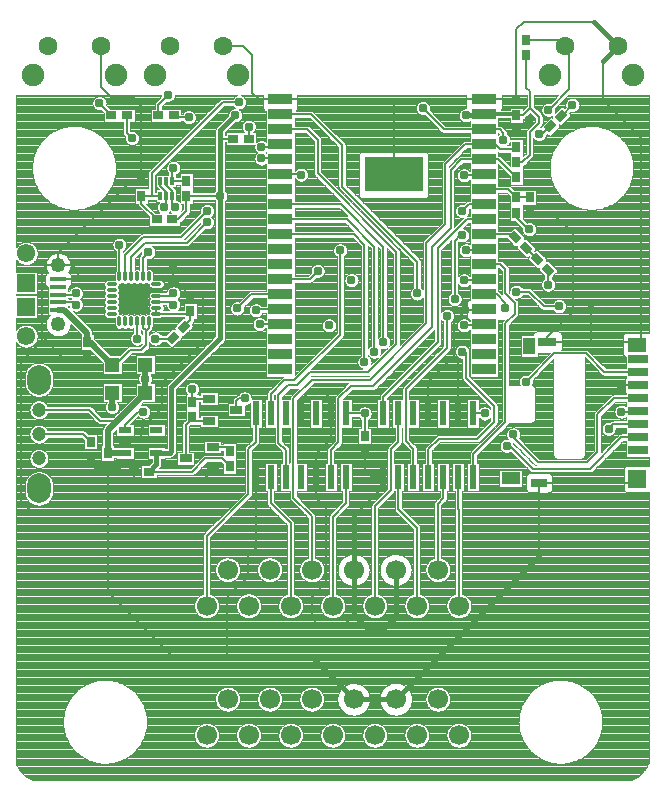
<source format=gbr>
G04 DipTrace 3.3.1.3*
G04 Bottom.gbr*
%MOMM*%
G04 #@! TF.FileFunction,Copper,L2,Bot*
G04 #@! TF.Part,Single*
%AMOUTLINE0*
4,1,4,
-0.56569,0.07071,
-0.07071,0.56569,
0.56569,-0.07071,
0.07071,-0.56569,
-0.56569,0.07071,
0*%
%AMOUTLINE2*
4,1,4,
-0.07071,-0.56569,
-0.56569,-0.07071,
0.07071,0.56569,
0.56569,0.07071,
-0.07071,-0.56569,
0*%
G04 #@! TA.AperFunction,Conductor*
%ADD13C,0.4*%
%ADD14C,0.2*%
%ADD15C,0.3*%
%ADD16C,0.5*%
G04 #@! TA.AperFunction,CopperBalancing*
%ADD17C,0.1*%
%ADD20R,0.7X0.9*%
%ADD21R,0.9X0.7*%
%ADD23R,1.2X1.2*%
G04 #@! TA.AperFunction,ComponentPad*
%ADD24C,1.7*%
%ADD27R,1.35X0.4*%
G04 #@! TA.AperFunction,ComponentPad*
%ADD28C,1.25*%
%ADD29C,1.55*%
%ADD30R,1.5X1.5*%
%ADD32R,1.75X0.7*%
%ADD33R,1.5X1.3*%
%ADD34R,1.55X1.0*%
%ADD35R,1.4X0.8*%
%ADD36R,1.5X0.8*%
%ADD37R,1.0X1.45*%
%ADD39R,0.3X0.67*%
%ADD41R,1.05X0.65*%
G04 #@! TA.AperFunction,ComponentPad*
%ADD42C,1.6*%
%ADD43C,1.9*%
%ADD49O,2.0X2.5*%
%ADD50C,1.2*%
%ADD51R,2.0X0.9*%
%ADD52R,5.0X3.0*%
%ADD55O,0.85X0.3*%
%ADD56O,0.3X0.85*%
%ADD57R,2.45X2.45*%
%ADD59R,0.6X2.0*%
%ADD61R,1.1X0.6*%
G04 #@! TA.AperFunction,ViaPad*
%ADD66C,0.7874*%
%ADD134OUTLINE0*%
%ADD136OUTLINE2*%
%FSLAX35Y35*%
G04*
G71*
G90*
G75*
G01*
G04 Bottom*
%LPD*%
X2238380Y3825757D2*
D13*
Y3730630D1*
X2174757Y3667007D1*
X4857630Y6683257D2*
X5009923D1*
Y6692107D1*
X2778007Y6000633D2*
Y6485123D1*
Y6556257D1*
X2905007Y6683257D1*
X2368547Y5804617D2*
D14*
X2423240D1*
X2492257Y5873633D1*
Y6000633D1*
X2778007D1*
X5009923Y6692107D2*
D15*
X5277407D1*
X5286257Y6683257D1*
X6175257Y4175007D2*
D14*
X6313733D1*
X6318167Y4179440D1*
X2888703Y6485123D2*
X2778007D1*
X5370077Y7193910D2*
Y6918487D1*
X5402197Y6886367D1*
Y6745623D1*
X5339830Y6683257D1*
X5286257D1*
X2238380Y3825757D2*
D13*
X2349380D1*
X2365257Y3841633D1*
Y4381380D1*
X2778007Y4794130D1*
Y6000633D1*
X5286253Y6287880D2*
D14*
X5335380D1*
X5397380Y6349880D1*
Y6540380D1*
X5476757Y6619757D1*
Y6671063D1*
X5402197Y6745623D1*
X2174757Y3667007D2*
X2539880D1*
X2651007Y3778133D1*
X2793880D1*
X2857380Y3714633D1*
X2229573Y4793267D2*
X2369313D1*
X2375655Y4799608D1*
X2073256Y4939507D2*
Y4794281D1*
X2074270Y4793267D1*
X2320006Y6127633D2*
Y6091058D1*
X2370006Y6041058D1*
Y6002633D1*
Y5932384D1*
X2397007Y5905383D1*
X2123256Y5319507D2*
Y5478143D1*
X2169497Y5524383D1*
X2111260Y6000633D2*
X2196263D1*
X2268006D1*
X2270006Y6002633D1*
X2111260Y6000633D2*
Y5931903D1*
X2238547Y5804617D1*
X2196263Y6000633D2*
Y6190767D1*
X2799877Y6794380D1*
X2936757D1*
X5009923Y6565107D2*
X4672210D1*
X4493457Y6743860D1*
X5009923Y6565107D2*
X5146717D1*
X5175130Y6536693D1*
Y6476880D1*
X5008923Y6819107D2*
X5280407D1*
X5286257Y6813257D1*
X1404713Y5413883D2*
X1313553D1*
X1269033Y5369363D1*
Y4811990D1*
X1448643Y4632380D1*
X1650880D1*
X4246923Y6188907D2*
Y6183673D1*
X4238507Y6175257D1*
X1825507Y3695757D2*
Y3308870D1*
Y2649230D1*
X2396960Y2077777D1*
X2839467D1*
X3570610D1*
D13*
X3908507Y1739880D1*
X1968380Y3920757D2*
D14*
X2066010D1*
X2107950Y3962697D1*
Y4028827D1*
X2285880Y4206757D1*
Y4413130D1*
X2635130Y4762380D1*
Y5153440D1*
X2631790Y5156780D1*
X2524003D1*
X1404713Y5413883D2*
X1526583D1*
X1569953Y5370513D1*
Y5320963D1*
X1542873Y5293883D1*
X1404713D1*
Y5413883D2*
Y5516337D1*
X2019010Y6130633D1*
X2111260D1*
Y6766373D1*
X2037480Y6840153D1*
X1852907D1*
X1767507Y6925553D1*
Y7270657D1*
X3287723Y6819207D2*
X4246923D1*
Y6819107D1*
X5008923D1*
X4246923Y6188907D2*
Y6819107D1*
X5545733Y4764407D2*
X5540377D1*
Y4798303D1*
X5762507Y5020433D1*
Y5683130D1*
X5587880Y5857757D1*
X5397383D1*
Y5858703D1*
X5545733Y4764407D2*
X5916110D1*
X6281133D1*
X6306133Y4739407D1*
X5480667Y3569473D2*
X6271200D1*
X6306133Y3604407D1*
X5480667Y3569473D2*
Y2956040D1*
D13*
X4264507Y1739880D1*
X6175257Y4397257D2*
D14*
X6315883D1*
X6318133Y4399507D1*
X2799380Y7270630D2*
X2968507D1*
X3047880Y7191257D1*
Y6873760D1*
X3102433Y6819207D1*
X3287723D1*
X4848933Y5035930D2*
Y5036323D1*
X5004267D1*
X5009913Y5041970D1*
X3908507Y1739880D2*
D13*
X4264507D1*
X6149007Y7272047D2*
X6016507Y7139547D1*
D14*
Y6814720D1*
X6339360Y6491867D1*
Y4739407D1*
X6306133D1*
X5916110Y5033267D2*
Y4764407D1*
X3908507Y2835257D2*
D13*
Y3289383D1*
D14*
X4159130Y3540007D1*
Y3619380D1*
X3079630D2*
Y3016130D1*
X3016133Y2952633D1*
Y2778007D1*
X2839467Y2601340D1*
Y2077777D1*
X3714630Y4159380D2*
Y3945930D1*
X3587630Y3818930D1*
Y3619380D1*
X4848933Y5035930D2*
Y5029723D1*
X4757687Y4938477D1*
Y4643600D1*
X4794130Y4607157D1*
Y4159380D1*
X3908507Y2835257D2*
D13*
Y2451617D1*
D14*
X3828810Y2371920D1*
X3609990D1*
X3553033Y2428877D1*
Y2608730D1*
X3672937Y2728633D1*
Y3358130D1*
X3587630Y3443437D1*
Y3619380D1*
X4000380Y3838633D2*
Y3682883D1*
X4063883Y3619380D1*
X4159130D1*
X4540130Y4159380D2*
Y4426043D1*
X4757687Y4643600D1*
X3460630Y4159380D2*
Y4270253D1*
X3518553Y4328177D1*
X3667703D1*
X3714630Y4281250D1*
Y4159380D1*
X1682630Y3791007D2*
Y3730507D1*
X1717380Y3695757D1*
X1825507D1*
X2044757Y3667007D2*
X1952507D1*
X1923757Y3695757D1*
X1825507D1*
X5286260Y6543383D2*
X5294627D1*
X5395470Y6644227D1*
X2044757Y3667007D2*
Y3606507D1*
X2079507Y3571757D1*
X2602883D1*
X2714507Y3683380D1*
X5286257Y6813257D2*
Y7413507D1*
X5349757Y7477007D1*
X5944047D1*
D13*
X6149007Y7272047D1*
X2238256Y5204507D2*
D14*
X2284920D1*
X2352910Y5272497D1*
X2380297D1*
X2408287D1*
X2524003Y5156780D1*
X2238256Y5204507D2*
X2123256D1*
X2048256Y5129507D1*
X1269033Y4811990D2*
Y4772097D1*
X1088483Y4591547D1*
Y3420983D1*
X1200597Y3308870D1*
X1825507D1*
X2380297Y5272497D2*
Y5412537D1*
X2380213Y5412620D1*
X3908507Y2451617D2*
D13*
X3914020D1*
X4016257Y2349380D1*
X4175007D1*
X4264507Y2438880D1*
Y2835257D1*
X2370006Y6127633D2*
D14*
X2489257D1*
X2492257Y6130633D1*
X2920880Y5048130D2*
X3041823Y5169073D1*
X3287717D1*
X2370006Y6127633D2*
Y6227633D1*
X2381130Y6238757D1*
X5009923Y6057107D2*
X5216903D1*
X5286253Y5987757D1*
Y5988703D1*
X5397383D1*
X5009923Y5168107D2*
X5118657D1*
X5191007Y5095757D1*
Y5048130D1*
X4841757Y4905257D2*
X5000200D1*
X5009913Y4914970D1*
X2384133Y6683257D2*
Y6665987D1*
X2510463D1*
X4841757Y5286257D2*
X5001073D1*
X5009923Y5295107D1*
X5370077Y7323910D2*
X5647143D1*
X5699007Y7272047D1*
X5556133Y6730880D2*
X5560820D1*
X5733303Y6903363D1*
Y7272047D1*
X5699007D1*
X3111163Y4915873D2*
X3286917D1*
X3287717Y4915073D1*
X4081017Y4682660D2*
Y5570747D1*
X3848557Y5803207D1*
X3287723D1*
X5258127Y3981687D2*
X5230670D1*
X5467480Y3744877D1*
X5883710D1*
X5971487Y3832653D1*
Y4150233D1*
X6110693Y4289440D1*
X6318167D1*
X3287723Y5930207D2*
X3796960D1*
X4159133Y5568033D1*
Y4762383D1*
X5365633Y4429007D2*
Y4429010D1*
X5603757Y4667133D1*
X5873630D1*
X6031357Y4509407D1*
X6318133D1*
X3287717Y5042073D2*
X3079630D1*
Y5032257D1*
X1987257Y6683257D2*
Y6532473D1*
X2029660Y6490070D1*
X3287723Y6184207D2*
X3458310D1*
X3462393Y6180123D1*
X4413130Y3619380D2*
Y3861173D1*
X4349630Y3924673D1*
Y4365503D1*
X4698880Y4714753D1*
Y4984630D1*
X3333630Y3619380D2*
Y3846983D1*
X3270130Y3910483D1*
Y4312093D1*
X3355510Y4397473D1*
X3429100D1*
X3540010Y4508383D1*
X4032133D1*
X4270257Y4746507D1*
Y5524383D1*
X3603507Y6191133D1*
Y6476880D1*
X3515180Y6565207D1*
X3287723D1*
X6065917Y4028817D2*
X6106573Y4069473D1*
X6318167D1*
X3287723Y6692207D2*
X3546933D1*
X3809883Y6429257D1*
Y6080007D1*
X4444883Y5445007D1*
Y5175133D1*
X5646877Y5067140D2*
X5516737D1*
X5392870Y5191007D1*
X5286257D1*
X4857630Y5540257D2*
X5001073D1*
X5009923Y5549107D1*
X3206630Y4159380D2*
Y4326770D1*
X3318283Y4438423D1*
X3406550D1*
X3794007Y4825880D1*
Y5540257D1*
X4921130Y3619380D2*
Y3816693D1*
X5191007Y4086570D1*
Y4921133D1*
X5270380Y5000507D1*
Y5095760D1*
X5191007Y5175133D1*
Y5381507D1*
X5150407Y5422107D1*
X5009923D1*
X4540130Y3619380D2*
Y3856177D1*
X4629107Y3945153D1*
X4954663D1*
X5095757Y4086247D1*
Y4222630D1*
X4857630Y4460757D1*
Y4683007D1*
X4825880D1*
X5009923Y5930107D2*
X4882353D1*
X4825880Y5873633D1*
Y5667257D2*
X4810010D1*
X4762383Y5619630D1*
Y5127507D1*
X4159130Y4159380D2*
Y4302007D1*
X4619507Y4762383D1*
Y5556130D1*
X4866483Y5803107D1*
X5009923D1*
X3714630Y3619380D2*
Y3850560D1*
X3778130Y3914060D1*
Y4286130D1*
X3881857Y4389857D1*
X4072357D1*
X4571880Y4889380D1*
Y5572007D1*
X4730630Y5730757D1*
Y6222880D1*
X4818857Y6311107D1*
X5009923D1*
X5133027D1*
X5286253Y6157880D1*
X3287717Y5296073D2*
X3533950D1*
X3603507Y5365630D1*
X5476757Y6524507D2*
X5506163D1*
X5570475Y6588818D1*
X5573561D1*
X3999127Y4595690D2*
Y5589137D1*
X3911190Y5677073D1*
X3287717D1*
X5203330Y3884917D2*
X5232093D1*
X5426563Y3690447D1*
X5906293D1*
X6175287Y3959440D1*
X6318167D1*
X2254133Y6683257D2*
Y6774187D1*
X2337830Y6857883D1*
X1968380Y4015757D2*
Y4063880D1*
X2079507Y4175007D1*
X2127133D1*
X1242710Y3984313D2*
X1619323D1*
X1682630Y3921007D1*
X1755710Y6786330D2*
Y6784803D1*
X1857257Y6683257D1*
X5665485Y6680742D2*
X5668552D1*
X5760480Y6772670D1*
X2714507Y3873380D2*
X2828633D1*
X2857380Y3844633D1*
X5009923Y5676107D2*
X5250293D1*
X5275351Y5651049D1*
X4841757Y6175257D2*
X5001073D1*
X5009923Y6184107D1*
X3018703Y6485123D2*
Y6587690D1*
X3018980Y6587967D1*
X5367275Y5559125D2*
X5369512D1*
X5461328Y5467309D1*
X2682757Y4095630D2*
X2571630D1*
X2539880Y4127380D1*
X2484507Y3778380D2*
Y4062660D1*
X2549227Y4127380D1*
X2539880D1*
X2270006Y6127633D2*
Y6086928D1*
X2320006Y6036928D1*
Y6002633D1*
Y5923633D1*
X2301757Y5905383D1*
X1923256Y5319507D2*
Y5586179D1*
X1924540Y5587463D1*
X5395043Y5717620D2*
X5386807D1*
X5286253Y5818173D1*
Y5857757D1*
X1861100Y4213110D2*
D16*
Y4331850D1*
X1863007Y4333757D1*
X5555667Y5249677D2*
D14*
X5553252Y5252091D1*
Y5375385D1*
X4798507Y2530257D2*
Y3345130D1*
X4794130Y3349507D1*
Y3619380D1*
X4620507Y2835257D2*
Y3396133D1*
X4667130Y3442757D1*
Y3619380D1*
X3730507Y2530257D2*
Y3286007D1*
X3841630Y3397130D1*
Y3619380D1*
X4442507Y2530257D2*
Y3193133D1*
X4286130Y3349510D1*
Y3619380D1*
X4086507Y2530257D2*
Y3372133D1*
X4222630Y3508257D1*
Y3857503D1*
X4286130Y3921003D1*
Y4159380D1*
X2662507Y2530257D2*
Y3122883D1*
X3016130Y3476507D1*
Y3858113D1*
X3079630Y3921613D1*
Y4159380D1*
X5009923Y6438107D2*
X5102783D1*
X5143383Y6397507D1*
X5270383D1*
X5286260Y6413383D1*
X3552507Y2835257D2*
Y3289380D1*
X3397130Y3444757D1*
Y4286127D1*
X3555883Y4444880D1*
X4048007D1*
X4524257Y4921130D1*
Y5603757D1*
X4683007Y5762507D1*
Y6270507D1*
X4850607Y6438107D1*
X5009923D1*
X3374507Y2530257D2*
Y3229257D1*
X3206630Y3397133D1*
Y3619380D1*
X1404713Y5033883D2*
D16*
X1458757D1*
X1650880Y4841760D1*
Y4762380D1*
X1672507D1*
X1863007Y4571880D1*
D14*
X1889003D1*
X2016007Y4698883D1*
X2111257D1*
X2147760Y4735387D1*
Y4858043D1*
Y4861867D1*
X2123256Y4886371D1*
Y4939507D1*
X2173256D2*
Y4883539D1*
X2147760Y4858043D1*
X1404713Y5163883D2*
X1544383D1*
X1555630Y5175130D1*
X2238256Y5154507D2*
X2360507D1*
X2381130Y5175130D1*
X1404713Y5098883D2*
X1536630D1*
X1555630Y5079883D1*
X2238256Y5104507D2*
X2356507D1*
X2381130Y5079883D1*
X3127257Y6413380D2*
X3262897D1*
X3287723Y6438207D1*
X1973256Y5319507D2*
Y5500233D1*
X2127703Y5654680D1*
X2447930D1*
X2666880Y5873630D1*
X3127257Y6318133D2*
X3280797D1*
X3287723Y6311207D1*
X2023256Y5319507D2*
Y5485913D1*
X2141740Y5604397D1*
X2492893D1*
X2666880Y5778383D1*
X2143007Y4571880D2*
D16*
Y4444880D1*
Y4333757D1*
X1968380Y3825757D2*
X1825507D1*
X2142140Y4452697D2*
X2143007Y4444880D1*
X2682757Y4285630D2*
D14*
X2568130D1*
X2539880Y4257380D1*
Y4365507D1*
X1825507Y3825757D2*
D16*
Y4016257D1*
X1907977Y4098727D1*
X2143007Y4333757D1*
X1242710Y4190663D2*
D14*
X1666973D1*
X1758910Y4098727D1*
X1907977D1*
X3841630Y4159380D2*
X4000130D1*
X4000380Y4159130D1*
Y3968633D1*
X2912757Y4190630D2*
Y4262133D1*
X2936757Y4286133D1*
X2984383D1*
X5016383Y4159130D2*
X4921380D1*
X4921130Y4159380D1*
X2524003Y5026780D2*
Y4947957D1*
X2467579Y4891532D1*
X2238256Y5004507D2*
X2501730D1*
X2524003Y5026780D1*
X2238256Y5054507D2*
Y5004507D1*
D66*
X2510463Y6665987D3*
X5476757Y6524507D3*
X2337830Y6857883D3*
X5760480Y6772670D3*
X1555630Y5175130D3*
Y5079883D3*
X2381130Y5175130D3*
Y5079883D3*
X2778007Y6000633D3*
X2301757Y5905383D3*
X2397007D3*
X1924540Y5587463D3*
X2169497Y5524383D3*
X2936757Y6794380D3*
X4493457Y6743860D3*
X2381130Y6238757D3*
X2920880Y5048130D3*
X4841757Y6175257D3*
X2074270Y4793267D3*
X2229573D3*
X2905007Y6683257D3*
X4857630D3*
X2380213Y5412620D3*
X3111163Y4915873D3*
X5191007Y5048130D3*
X4238507Y6175257D3*
X4063883Y6286380D3*
X4429007D3*
X4063883Y6080007D3*
X4429007D3*
X5395043Y5717620D3*
X5555667Y5249677D3*
X3127257Y6413380D3*
Y6318133D3*
X2666880Y5873630D3*
Y5778383D3*
X4825880Y4683007D3*
X3794007Y5540257D3*
X4857630D3*
X4698880Y4984630D3*
X1861100Y4213110D3*
X2142140Y4452697D3*
X1755710Y6786330D3*
X2029660Y6490070D3*
X3462393Y6180123D3*
X4841757Y4905257D3*
X2539880Y4365507D3*
X4841757Y5286257D3*
X3698757Y4905257D3*
X3889257Y5286257D3*
X5395470Y6644227D3*
X3079630Y5032257D3*
X3603507Y5365630D3*
X6175257Y4397257D3*
X4848933Y5035930D3*
X6175257Y4175007D3*
X4159133Y4762383D3*
X4000380Y4159130D3*
X3018980Y6587967D3*
X2984383Y4286133D3*
X5016383Y4159130D3*
X5556133Y6730880D3*
X5175130Y6476880D3*
X5916110Y5033267D3*
X4825880Y5873633D3*
X2127133Y4175007D3*
X5286257Y5191007D3*
X5646877Y5067140D3*
X4825880Y5667257D3*
X4762383Y5127507D3*
X4081017Y4682660D3*
X5258127Y3981687D3*
X5365633Y4429007D3*
X6065917Y4028817D3*
X4444883Y5175133D3*
X3999127Y4595690D3*
X5203330Y3884917D3*
X1053643Y6843217D2*
D17*
X1735725D1*
X1775694D2*
X2278674D1*
X2396983D2*
X2900960D1*
X2972569D2*
X3141174D1*
X3430831D2*
X4855686D1*
X5161202D2*
X5370588D1*
X5433799D2*
X5628889D1*
X5717432D2*
X6407385D1*
X1053643Y6833550D2*
X1717737D1*
X1793682D2*
X2269221D1*
X2393643D2*
X2890354D1*
X2983174D2*
X3141174D1*
X3430831D2*
X4855686D1*
X5161202D2*
X5370588D1*
X5433799D2*
X5619221D1*
X5707764D2*
X6407385D1*
X1053643Y6823883D2*
X1707952D1*
X1803467D2*
X2259553D1*
X2388233D2*
X2790764D1*
X2989971D2*
X3141174D1*
X3430831D2*
X4855686D1*
X5161202D2*
X5370588D1*
X5433799D2*
X5609553D1*
X5698096D2*
X5728284D1*
X5792686D2*
X6407385D1*
X1053643Y6814217D2*
X1701624D1*
X1809795D2*
X2249885D1*
X2379932D2*
X2775432D1*
X2994346D2*
X3141174D1*
X3430831D2*
X4855686D1*
X5161202D2*
X5370588D1*
X5433799D2*
X5599885D1*
X5688428D2*
X5716233D1*
X5804717D2*
X6407385D1*
X1053643Y6804550D2*
X1697581D1*
X1813838D2*
X2240217D1*
X2366260D2*
X2765764D1*
X2996866D2*
X3141174D1*
X3430831D2*
X4855686D1*
X5161202D2*
X5370588D1*
X5433799D2*
X5590217D1*
X5678760D2*
X5708694D1*
X5812276D2*
X6407385D1*
X1053643Y6794883D2*
X1695354D1*
X1816065D2*
X2230588D1*
X2319112D2*
X2756096D1*
X2997725D2*
X3141174D1*
X3430831D2*
X4460940D1*
X4525967D2*
X4855686D1*
X5161202D2*
X5370588D1*
X5433799D2*
X5580549D1*
X5669092D2*
X5703772D1*
X5817178D2*
X6407385D1*
X1053643Y6785217D2*
X1694749D1*
X1816670D2*
X2224592D1*
X2309444D2*
X2746448D1*
X2997022D2*
X3141174D1*
X3430831D2*
X4449026D1*
X4537881D2*
X4855686D1*
X5161202D2*
X5370588D1*
X5433799D2*
X5529749D1*
X5659424D2*
X5700842D1*
X5820128D2*
X6407385D1*
X1053643Y6775550D2*
X1695725D1*
X1815694D2*
X2222561D1*
X2299776D2*
X2736780D1*
X2994698D2*
X3141174D1*
X3430831D2*
X4441545D1*
X4545362D2*
X4855686D1*
X5161202D2*
X5370588D1*
X5433799D2*
X5515120D1*
X5649756D2*
X5699573D1*
X5821378D2*
X6407385D1*
X1053643Y6765883D2*
X1698342D1*
X1818897D2*
X2222542D1*
X2290108D2*
X2727112D1*
X2990518D2*
X3141174D1*
X3430831D2*
X4436682D1*
X4550245D2*
X4855686D1*
X5161202D2*
X5370588D1*
X5433799D2*
X5506448D1*
X5640108D2*
X5699905D1*
X5821065D2*
X6407385D1*
X1053643Y6756217D2*
X1702854D1*
X1828565D2*
X2222542D1*
X2285733D2*
X2717444D1*
X2805987D2*
X2889495D1*
X2984014D2*
X3141174D1*
X3430831D2*
X4433772D1*
X4553135D2*
X4855686D1*
X5161202D2*
X5368518D1*
X5435870D2*
X5500784D1*
X5630440D2*
X5663381D1*
X5681729D2*
X5699749D1*
X5819151D2*
X6407385D1*
X1053643Y6746550D2*
X1709827D1*
X1838233D2*
X2222542D1*
X2285733D2*
X2707776D1*
X2796319D2*
X2899573D1*
X2973936D2*
X3141174D1*
X3430831D2*
X4432542D1*
X4554366D2*
X4855686D1*
X5161202D2*
X5229651D1*
X5342862D2*
X5358850D1*
X5445538D2*
X5497249D1*
X5620772D2*
X5651663D1*
X5815460D2*
X6407385D1*
X1053643Y6736883D2*
X1720784D1*
X2053858D2*
X2187542D1*
X2450733D2*
X2698108D1*
X2786651D2*
X2877170D1*
X2954795D2*
X3142717D1*
X3429307D2*
X4432893D1*
X4554014D2*
X4829788D1*
X5159678D2*
X5229651D1*
X5342862D2*
X5349182D1*
X5455206D2*
X5495471D1*
X5616807D2*
X5641995D1*
X5809600D2*
X6407385D1*
X1053643Y6727217D2*
X1744612D1*
X2053858D2*
X2187542D1*
X2450733D2*
X2688440D1*
X2776983D2*
X2863225D1*
X2946807D2*
X3147659D1*
X3424346D2*
X4434846D1*
X4554366D2*
X4815842D1*
X5464874D2*
X5495276D1*
X5616983D2*
X5632327D1*
X5800596D2*
X6407385D1*
X1053643Y6717550D2*
X1778694D1*
X2053858D2*
X2187542D1*
X2450733D2*
X2478850D1*
X2542081D2*
X2678772D1*
X2767315D2*
X2854807D1*
X2955206D2*
X3159182D1*
X3565088D2*
X4438557D1*
X4564034D2*
X4807424D1*
X5474542D2*
X5496663D1*
X5615596D2*
X5622659D1*
X5785108D2*
X6407385D1*
X1053643Y6707883D2*
X1788362D1*
X2053858D2*
X2187542D1*
X2450733D2*
X2466565D1*
X2554366D2*
X2669104D1*
X2757647D2*
X2849319D1*
X2960694D2*
X3166116D1*
X3575538D2*
X4444475D1*
X4573702D2*
X4801956D1*
X5484210D2*
X5499749D1*
X5739971D2*
X6407385D1*
X1053643Y6698217D2*
X1790667D1*
X2053858D2*
X2187542D1*
X2450733D2*
X2458889D1*
X2562042D2*
X2659436D1*
X2747979D2*
X2845940D1*
X2964073D2*
X3166116D1*
X3585206D2*
X4453557D1*
X4583370D2*
X4798557D1*
X5399073D2*
X5405345D1*
X5493878D2*
X5504846D1*
X5740831D2*
X6407385D1*
X1053643Y6688550D2*
X1790667D1*
X2053858D2*
X2187542D1*
X2567022D2*
X2649768D1*
X2738331D2*
X2844280D1*
X2965733D2*
X3166116D1*
X3594874D2*
X4469280D1*
X4593038D2*
X4796897D1*
X5389405D2*
X5415003D1*
X5502862D2*
X5512659D1*
X5743643D2*
X6407385D1*
X1053643Y6678883D2*
X1790667D1*
X2053858D2*
X2187542D1*
X2570030D2*
X2640100D1*
X2728663D2*
X2842210D1*
X2965811D2*
X3166116D1*
X3604522D2*
X4514163D1*
X4602706D2*
X4796819D1*
X5379737D2*
X5424670D1*
X5507335D2*
X5525256D1*
X5741612D2*
X6407385D1*
X1053643Y6669217D2*
X1790667D1*
X2053858D2*
X2187542D1*
X2571338D2*
X2630432D1*
X2718995D2*
X2832542D1*
X2964307D2*
X3166116D1*
X3614190D2*
X4523831D1*
X4612374D2*
X4798323D1*
X5370069D2*
X5434319D1*
X5508350D2*
X5587795D1*
X5733585D2*
X6407385D1*
X1053643Y6659550D2*
X1790667D1*
X2053858D2*
X2187542D1*
X2571085D2*
X2620764D1*
X2709327D2*
X2822874D1*
X2961085D2*
X3166116D1*
X3409327D2*
X3535315D1*
X3623858D2*
X4533499D1*
X4622042D2*
X4801545D1*
X5360186D2*
X5443987D1*
X5508350D2*
X5564670D1*
X5723917D2*
X6407385D1*
X1053643Y6649883D2*
X1790667D1*
X2053858D2*
X2187542D1*
X2569229D2*
X2611096D1*
X2699659D2*
X2813225D1*
X2955831D2*
X3166116D1*
X3409327D2*
X3544983D1*
X3633526D2*
X4543167D1*
X4631710D2*
X4806799D1*
X5131534D2*
X5229651D1*
X5342862D2*
X5445159D1*
X5508350D2*
X5555003D1*
X5714249D2*
X6407385D1*
X1053643Y6640217D2*
X1790667D1*
X2053858D2*
X2187542D1*
X2565616D2*
X2601448D1*
X2689991D2*
X2803557D1*
X2947764D2*
X2988538D1*
X3049405D2*
X3166116D1*
X3409327D2*
X3554651D1*
X3643194D2*
X4552815D1*
X4641378D2*
X4814866D1*
X5131534D2*
X5229651D1*
X5342862D2*
X5445159D1*
X5508350D2*
X5545335D1*
X5704600D2*
X6407385D1*
X1053643Y6630550D2*
X1790667D1*
X2053858D2*
X2187542D1*
X2450733D2*
X2461077D1*
X2559835D2*
X2591780D1*
X2680323D2*
X2793889D1*
X2934620D2*
X2975745D1*
X3062198D2*
X3166116D1*
X3409327D2*
X3564319D1*
X3652862D2*
X4562483D1*
X4651045D2*
X4828030D1*
X5131534D2*
X5229651D1*
X5342862D2*
X5443284D1*
X5508350D2*
X5535667D1*
X5694932D2*
X6407385D1*
X1053643Y6620883D2*
X1955647D1*
X2018858D2*
X2469944D1*
X2550987D2*
X2582112D1*
X2670655D2*
X2784221D1*
X2901045D2*
X2967854D1*
X3070108D2*
X3166116D1*
X3409327D2*
X3573987D1*
X3662530D2*
X4572151D1*
X4660713D2*
X4888323D1*
X5131534D2*
X5229651D1*
X5342862D2*
X5433616D1*
X5508350D2*
X5525999D1*
X5685264D2*
X6407385D1*
X1053643Y6611217D2*
X1955647D1*
X2018858D2*
X2485042D1*
X2535889D2*
X2572444D1*
X2660987D2*
X2774553D1*
X2891378D2*
X2962698D1*
X3075264D2*
X3166116D1*
X3409327D2*
X3583655D1*
X3672198D2*
X4581819D1*
X4670381D2*
X4888323D1*
X5131534D2*
X5423948D1*
X5507139D2*
X5516331D1*
X5675596D2*
X6407385D1*
X1053643Y6601550D2*
X1955647D1*
X2018858D2*
X2562776D1*
X2651319D2*
X2764885D1*
X2881710D2*
X2959573D1*
X3078389D2*
X3166116D1*
X3409327D2*
X3593323D1*
X3681866D2*
X4591487D1*
X4680049D2*
X4888323D1*
X5131534D2*
X5414280D1*
X5502354D2*
X5506663D1*
X5650928D2*
X6407385D1*
X1053643Y6591883D2*
X1499221D1*
X1580303D2*
X1955647D1*
X2018858D2*
X2553108D1*
X2641651D2*
X2755217D1*
X2872042D2*
X2958147D1*
X3079815D2*
X3166116D1*
X3531163D2*
X3602991D1*
X3691534D2*
X4601155D1*
X5162530D2*
X5404612D1*
X5493155D2*
X5498049D1*
X5651338D2*
X5880725D1*
X5961788D2*
X6407385D1*
X1053643Y6582217D2*
X1447678D1*
X1631846D2*
X1955647D1*
X2018858D2*
X2543440D1*
X2631983D2*
X2745784D1*
X2862393D2*
X2958284D1*
X3079678D2*
X3166116D1*
X3542452D2*
X3612639D1*
X3701202D2*
X4610823D1*
X5173878D2*
X5394944D1*
X5646534D2*
X5829163D1*
X6013350D2*
X6407385D1*
X1053643Y6572550D2*
X1416917D1*
X1662588D2*
X1955647D1*
X2018858D2*
X2533772D1*
X2622315D2*
X2739827D1*
X2852725D2*
X2960022D1*
X3077940D2*
X3166116D1*
X3552120D2*
X3622307D1*
X3710870D2*
X4620491D1*
X5183545D2*
X5385276D1*
X5636924D2*
X5798420D1*
X6044092D2*
X6407385D1*
X1053643Y6562883D2*
X1393147D1*
X1686378D2*
X1955647D1*
X2018858D2*
X2524104D1*
X2612647D2*
X2736956D1*
X2843057D2*
X2963499D1*
X3074444D2*
X3166116D1*
X3561788D2*
X3631975D1*
X3720538D2*
X4630159D1*
X5193213D2*
X5375608D1*
X5627256D2*
X5774651D1*
X6067862D2*
X6407385D1*
X1053643Y6553217D2*
X1373303D1*
X1706221D2*
X1955647D1*
X2018858D2*
X2514436D1*
X2602979D2*
X2736409D1*
X2833389D2*
X2969104D1*
X3068858D2*
X3166116D1*
X3571436D2*
X3641643D1*
X3730206D2*
X4639827D1*
X5201885D2*
X5368596D1*
X5617588D2*
X5754807D1*
X6087725D2*
X6407385D1*
X1053643Y6543550D2*
X1356096D1*
X1723409D2*
X1955647D1*
X2057803D2*
X2504768D1*
X2593331D2*
X2736409D1*
X2823721D2*
X2977678D1*
X3060264D2*
X3166116D1*
X3581104D2*
X3651311D1*
X3739874D2*
X4649495D1*
X5205948D2*
X5365940D1*
X5607920D2*
X5737600D1*
X6104913D2*
X6407385D1*
X1053643Y6533883D2*
X1340862D1*
X1738643D2*
X1955647D1*
X2071612D2*
X2495100D1*
X2583663D2*
X2736409D1*
X3085303D2*
X3166116D1*
X3409327D2*
X3502229D1*
X3590772D2*
X3660979D1*
X3749522D2*
X4888323D1*
X5206729D2*
X5365784D1*
X5598253D2*
X5722366D1*
X6120147D2*
X6407385D1*
X1053643Y6524217D2*
X1327151D1*
X1752354D2*
X1956799D1*
X2079952D2*
X2485432D1*
X2573995D2*
X2736409D1*
X3085303D2*
X3166116D1*
X3409327D2*
X3511897D1*
X3600440D2*
X3670647D1*
X3759190D2*
X4888323D1*
X5131534D2*
X5137307D1*
X5212940D2*
X5365784D1*
X5588585D2*
X5708655D1*
X6133858D2*
X6407385D1*
X1053643Y6514550D2*
X1314710D1*
X1764815D2*
X1961448D1*
X2085401D2*
X2475764D1*
X2564327D2*
X2736409D1*
X3085303D2*
X3166116D1*
X3409327D2*
X3521565D1*
X3610108D2*
X3680315D1*
X3768858D2*
X4888323D1*
X5222784D2*
X5365784D1*
X5540479D2*
X5554944D1*
X5578038D2*
X5696194D1*
X6146319D2*
X6407385D1*
X1053643Y6504883D2*
X1303303D1*
X1776202D2*
X1970549D1*
X2088780D2*
X2466096D1*
X2554659D2*
X2736409D1*
X3085303D2*
X3166116D1*
X3409327D2*
X3531233D1*
X3619776D2*
X3689983D1*
X3778526D2*
X4888323D1*
X5229151D2*
X5365784D1*
X5534424D2*
X5684807D1*
X6157706D2*
X6407385D1*
X1053643Y6495217D2*
X1292815D1*
X1786710D2*
X1968909D1*
X2090401D2*
X2456448D1*
X2544991D2*
X2736409D1*
X3085303D2*
X3166116D1*
X3409327D2*
X3540901D1*
X3629014D2*
X3699651D1*
X3788194D2*
X4888323D1*
X5233233D2*
X5365784D1*
X5530088D2*
X5674319D1*
X6168213D2*
X6407385D1*
X1053643Y6485550D2*
X1283108D1*
X1796397D2*
X1968870D1*
X2090460D2*
X2446780D1*
X2535323D2*
X2736409D1*
X3085303D2*
X3166116D1*
X3409327D2*
X3550569D1*
X3633858D2*
X3709319D1*
X3797862D2*
X4888323D1*
X5235479D2*
X5365784D1*
X5523350D2*
X5664612D1*
X6177901D2*
X6407385D1*
X1053643Y6475883D2*
X1274124D1*
X1805401D2*
X1970393D1*
X2088936D2*
X2437112D1*
X2525655D2*
X2736409D1*
X3085303D2*
X3166116D1*
X3409327D2*
X3560237D1*
X3635108D2*
X3718987D1*
X3807530D2*
X4888323D1*
X5342862D2*
X5365784D1*
X5428975D2*
X5440647D1*
X5512862D2*
X5655628D1*
X6186885D2*
X6407385D1*
X1053643Y6466217D2*
X1265764D1*
X1813741D2*
X1973635D1*
X2085674D2*
X2427444D1*
X2515987D2*
X2736409D1*
X3085303D2*
X3097893D1*
X3156631D2*
X3166116D1*
X3409327D2*
X3569885D1*
X3635108D2*
X3728655D1*
X3817198D2*
X4837522D1*
X5342862D2*
X5365784D1*
X5428975D2*
X5461663D1*
X5491846D2*
X5647268D1*
X6195245D2*
X6407385D1*
X1053643Y6456550D2*
X1257991D1*
X1821514D2*
X1978928D1*
X2080381D2*
X2417776D1*
X2506319D2*
X2736409D1*
X3409327D2*
X3571897D1*
X3635108D2*
X3738323D1*
X3826866D2*
X4824768D1*
X5342862D2*
X5365784D1*
X5428975D2*
X5639495D1*
X6203018D2*
X6407385D1*
X1053643Y6446883D2*
X1250764D1*
X1828760D2*
X1987053D1*
X2072276D2*
X2408108D1*
X2496651D2*
X2736409D1*
X3409327D2*
X3571897D1*
X3635108D2*
X3747991D1*
X3835889D2*
X4815100D1*
X5342862D2*
X5365784D1*
X5428975D2*
X5632249D1*
X6210264D2*
X6407385D1*
X1053643Y6437217D2*
X1244006D1*
X1835499D2*
X2000315D1*
X2058995D2*
X2398440D1*
X2486983D2*
X2736409D1*
X3409327D2*
X3571897D1*
X3635108D2*
X3757639D1*
X3840420D2*
X4805432D1*
X5221104D2*
X5229651D1*
X5342862D2*
X5365784D1*
X5428975D2*
X5625510D1*
X6217003D2*
X6407385D1*
X1053643Y6427550D2*
X1237717D1*
X1841788D2*
X2388772D1*
X2477315D2*
X2736409D1*
X2819600D2*
X3067991D1*
X3409327D2*
X3571897D1*
X3635108D2*
X3767307D1*
X3841475D2*
X4795784D1*
X5342862D2*
X5365784D1*
X5428975D2*
X5619221D1*
X6223292D2*
X6407385D1*
X1053643Y6417883D2*
X1231878D1*
X1847628D2*
X2379104D1*
X2467647D2*
X2736409D1*
X2819600D2*
X3066448D1*
X3409327D2*
X3571897D1*
X3635108D2*
X3776975D1*
X3841475D2*
X4786116D1*
X5342862D2*
X5365784D1*
X5428975D2*
X5613381D1*
X6229131D2*
X6407385D1*
X1053643Y6408217D2*
X1226428D1*
X1853077D2*
X2369436D1*
X2457979D2*
X2736409D1*
X2819600D2*
X3066506D1*
X3409327D2*
X3571897D1*
X3635108D2*
X3778284D1*
X3841475D2*
X4776448D1*
X5342862D2*
X5365784D1*
X5428975D2*
X5607932D1*
X6234581D2*
X6407385D1*
X1053643Y6398550D2*
X1221389D1*
X1858135D2*
X2359768D1*
X2448331D2*
X2736409D1*
X2819600D2*
X3068147D1*
X3409327D2*
X3571897D1*
X3635108D2*
X3778284D1*
X3841475D2*
X4766780D1*
X4855323D2*
X4888323D1*
X5342862D2*
X5365784D1*
X5428975D2*
X5602874D1*
X6239639D2*
X6407385D1*
X1053643Y6388883D2*
X1216702D1*
X1862823D2*
X2350100D1*
X2438663D2*
X2736409D1*
X2819600D2*
X3071526D1*
X3409327D2*
X3571897D1*
X3635108D2*
X3778284D1*
X3841475D2*
X4757112D1*
X4845655D2*
X4888323D1*
X5342862D2*
X5365784D1*
X5428975D2*
X5598186D1*
X6244327D2*
X6407385D1*
X1053643Y6379217D2*
X1212366D1*
X1867159D2*
X2340432D1*
X2428995D2*
X2736409D1*
X2819600D2*
X3076975D1*
X3409327D2*
X3571897D1*
X3635108D2*
X3778284D1*
X3841475D2*
X4747444D1*
X4835987D2*
X4888323D1*
X5342862D2*
X5365784D1*
X5428975D2*
X5593870D1*
X6248643D2*
X6407385D1*
X1053643Y6369550D2*
X1208362D1*
X1871143D2*
X2330764D1*
X2419327D2*
X2736409D1*
X2819600D2*
X3085335D1*
X3409327D2*
X3571897D1*
X3635108D2*
X3778284D1*
X3841475D2*
X3964378D1*
X4525713D2*
X4737776D1*
X4826319D2*
X4888323D1*
X5342862D2*
X5365784D1*
X5428975D2*
X5589866D1*
X6252647D2*
X6407385D1*
X1053643Y6359883D2*
X1204710D1*
X1874815D2*
X2321096D1*
X2409659D2*
X2736409D1*
X2819600D2*
X3083206D1*
X3409327D2*
X3571897D1*
X3635108D2*
X3778284D1*
X3841475D2*
X3954690D1*
X4535401D2*
X4728108D1*
X4816651D2*
X4888323D1*
X5131534D2*
X5229651D1*
X5342862D2*
X5363108D1*
X5428975D2*
X5586213D1*
X6256299D2*
X6407385D1*
X1053643Y6350217D2*
X1201350D1*
X1878155D2*
X2311448D1*
X2399991D2*
X2736409D1*
X2819600D2*
X3075588D1*
X3409327D2*
X3571897D1*
X3635108D2*
X3778284D1*
X3841475D2*
X3950432D1*
X4539659D2*
X4718440D1*
X4806983D2*
X4888323D1*
X5131534D2*
X5229651D1*
X5342862D2*
X5353440D1*
X5428975D2*
X5582854D1*
X6259659D2*
X6407385D1*
X1053643Y6340550D2*
X1198323D1*
X1881202D2*
X2301780D1*
X2390323D2*
X2736409D1*
X2819600D2*
X3070628D1*
X3409327D2*
X3571897D1*
X3635108D2*
X3778284D1*
X3841475D2*
X3949397D1*
X4540674D2*
X4708772D1*
X4797335D2*
X4809514D1*
X5142354D2*
X5229651D1*
X5427530D2*
X5579807D1*
X6262706D2*
X6407385D1*
X1053643Y6330883D2*
X1195569D1*
X1883936D2*
X2292112D1*
X2380655D2*
X2736409D1*
X2819600D2*
X3067659D1*
X3409327D2*
X3571897D1*
X3635108D2*
X3778284D1*
X3841475D2*
X3949397D1*
X4540674D2*
X4699104D1*
X4787667D2*
X4794358D1*
X5157530D2*
X5229651D1*
X5422374D2*
X5577073D1*
X6265440D2*
X6407385D1*
X1053643Y6321217D2*
X1193128D1*
X1886397D2*
X2282444D1*
X2370987D2*
X2736409D1*
X2819600D2*
X3066370D1*
X3409327D2*
X3571897D1*
X3635108D2*
X3778284D1*
X3841475D2*
X3949397D1*
X4540674D2*
X4689436D1*
X4777999D2*
X4784690D1*
X5167198D2*
X5229651D1*
X5412999D2*
X5574631D1*
X6267881D2*
X6407385D1*
X1053643Y6311550D2*
X1190960D1*
X1888545D2*
X2272776D1*
X2361319D2*
X2736409D1*
X2819600D2*
X3066643D1*
X3409327D2*
X3571897D1*
X3635108D2*
X3778284D1*
X3841475D2*
X3949397D1*
X4540674D2*
X4679768D1*
X4768331D2*
X4775022D1*
X5176866D2*
X5229651D1*
X5403331D2*
X5572463D1*
X6270049D2*
X6407385D1*
X1053643Y6301883D2*
X1189085D1*
X1890440D2*
X2263108D1*
X2351651D2*
X2736409D1*
X2819600D2*
X3068538D1*
X3409327D2*
X3571897D1*
X3635108D2*
X3778284D1*
X3841475D2*
X3949397D1*
X4540674D2*
X4670100D1*
X4758663D2*
X4765368D1*
X5186534D2*
X5229651D1*
X5393663D2*
X5570569D1*
X6271944D2*
X6407385D1*
X1053643Y6292217D2*
X1187463D1*
X1892042D2*
X2253440D1*
X2341983D2*
X2352952D1*
X2409307D2*
X2736409D1*
X2819600D2*
X3072170D1*
X3409327D2*
X3571897D1*
X3635108D2*
X3778284D1*
X3841475D2*
X3949397D1*
X4540674D2*
X4660432D1*
X4748995D2*
X4755673D1*
X5196182D2*
X5229651D1*
X5383995D2*
X5568967D1*
X6273545D2*
X6407385D1*
X1053643Y6282550D2*
X1186135D1*
X1893389D2*
X2243772D1*
X2332315D2*
X2339163D1*
X2423096D2*
X2736409D1*
X2819600D2*
X3077991D1*
X3409327D2*
X3571897D1*
X3635108D2*
X3778284D1*
X3841475D2*
X3949397D1*
X4540674D2*
X4653870D1*
X4739327D2*
X4746034D1*
X5205850D2*
X5229651D1*
X5374327D2*
X5567639D1*
X6274874D2*
X6407385D1*
X1053643Y6272883D2*
X1185061D1*
X1894444D2*
X2234104D1*
X2322647D2*
X2330823D1*
X2431436D2*
X2736409D1*
X2819600D2*
X3086897D1*
X3409327D2*
X3571897D1*
X3635108D2*
X3778284D1*
X3841475D2*
X3949397D1*
X4540674D2*
X4651506D1*
X4729659D2*
X4736370D1*
X4824913D2*
X4888323D1*
X5215518D2*
X5229651D1*
X5364659D2*
X5566565D1*
X6275948D2*
X6407385D1*
X1053643Y6263217D2*
X1184260D1*
X1895245D2*
X2224436D1*
X2312979D2*
X2325374D1*
X2436885D2*
X2736409D1*
X2819600D2*
X3102170D1*
X3152354D2*
X3166116D1*
X3409327D2*
X3571897D1*
X3635108D2*
X3778284D1*
X3841475D2*
X3949397D1*
X4540674D2*
X4651409D1*
X4719991D2*
X4726682D1*
X4815245D2*
X4888323D1*
X5131534D2*
X5136643D1*
X5225186D2*
X5229670D1*
X5354503D2*
X5565764D1*
X6276749D2*
X6407385D1*
X1053643Y6253550D2*
X1183733D1*
X1895792D2*
X2214768D1*
X2303331D2*
X2322014D1*
X2440245D2*
X2736409D1*
X2819600D2*
X3166116D1*
X3409327D2*
X3571897D1*
X3635108D2*
X3778284D1*
X3841475D2*
X3949397D1*
X4540674D2*
X4651409D1*
X4805577D2*
X4888323D1*
X5131534D2*
X5146311D1*
X5342862D2*
X5565237D1*
X6277276D2*
X6407385D1*
X1053643Y6243883D2*
X1183460D1*
X1896045D2*
X2205100D1*
X2293663D2*
X2320374D1*
X2441885D2*
X2736409D1*
X2819600D2*
X3166116D1*
X3409327D2*
X3571897D1*
X3635108D2*
X3778284D1*
X3841475D2*
X3949397D1*
X4540674D2*
X4651409D1*
X4795909D2*
X4888323D1*
X5131534D2*
X5155979D1*
X5342862D2*
X5564963D1*
X6277549D2*
X6407385D1*
X1053643Y6234217D2*
X1183460D1*
X1896065D2*
X2195432D1*
X2283995D2*
X2320335D1*
X2441924D2*
X2736409D1*
X2819600D2*
X3166116D1*
X3409327D2*
X3435510D1*
X3489288D2*
X3571897D1*
X3635108D2*
X3778284D1*
X3841475D2*
X3949397D1*
X4540674D2*
X4651409D1*
X4786241D2*
X4829788D1*
X4853721D2*
X4888323D1*
X5131534D2*
X5165647D1*
X5342862D2*
X5564944D1*
X6277569D2*
X6407385D1*
X1053643Y6224550D2*
X1183713D1*
X1895811D2*
X2185764D1*
X2274327D2*
X2321858D1*
X2440401D2*
X2736409D1*
X2819600D2*
X3166116D1*
X3409327D2*
X3421116D1*
X3503682D2*
X3571897D1*
X3635108D2*
X3778284D1*
X3841475D2*
X3949397D1*
X4540674D2*
X4651409D1*
X4776573D2*
X4806604D1*
X4876905D2*
X4888323D1*
X5131534D2*
X5175315D1*
X5342862D2*
X5565198D1*
X6277315D2*
X6407385D1*
X1053643Y6214883D2*
X1184221D1*
X1895284D2*
X2176096D1*
X2264659D2*
X2325120D1*
X2437139D2*
X2736409D1*
X2819600D2*
X3166116D1*
X3409327D2*
X3412507D1*
X3512256D2*
X3571897D1*
X3635108D2*
X3778284D1*
X3841475D2*
X3949397D1*
X4540674D2*
X4651409D1*
X4766905D2*
X4795745D1*
X5131534D2*
X5184983D1*
X5342862D2*
X5565725D1*
X6276788D2*
X6407385D1*
X1053643Y6205217D2*
X1185003D1*
X1894503D2*
X2168284D1*
X2254991D2*
X2330413D1*
X2431846D2*
X2736409D1*
X2819600D2*
X3166116D1*
X3517862D2*
X3571897D1*
X3635108D2*
X3778284D1*
X3841475D2*
X3949397D1*
X4540674D2*
X4651409D1*
X4762237D2*
X4788811D1*
X5131534D2*
X5194651D1*
X5342862D2*
X5566506D1*
X6276006D2*
X6407385D1*
X1053643Y6195550D2*
X1186057D1*
X1893448D2*
X2165042D1*
X2245323D2*
X2338401D1*
X2423721D2*
X2435667D1*
X2548858D2*
X2736409D1*
X2819600D2*
X3166116D1*
X3521338D2*
X3571897D1*
X3643370D2*
X3778284D1*
X3841475D2*
X3949397D1*
X4540674D2*
X4651409D1*
X4762237D2*
X4784319D1*
X5131534D2*
X5204299D1*
X5342862D2*
X5567561D1*
X6274952D2*
X6407385D1*
X1053643Y6185883D2*
X1187385D1*
X1892139D2*
X2164670D1*
X2235655D2*
X2338401D1*
X2410420D2*
X2435667D1*
X2548858D2*
X2736409D1*
X2819600D2*
X3166116D1*
X3523077D2*
X3572366D1*
X3653038D2*
X3778284D1*
X3841475D2*
X3949397D1*
X4540674D2*
X4651409D1*
X4762237D2*
X4781741D1*
X5131534D2*
X5213967D1*
X5342862D2*
X5568870D1*
X6273643D2*
X6407385D1*
X1053643Y6176217D2*
X1188967D1*
X1890538D2*
X2164670D1*
X2227862D2*
X2233401D1*
X2406612D2*
X2435667D1*
X2548858D2*
X2736409D1*
X2819600D2*
X3166116D1*
X3523233D2*
X3575784D1*
X3662706D2*
X3778284D1*
X3841475D2*
X3949397D1*
X4540674D2*
X4651409D1*
X4762237D2*
X4780803D1*
X5131534D2*
X5223635D1*
X5342862D2*
X5570471D1*
X6272042D2*
X6407385D1*
X1053643Y6166550D2*
X1190842D1*
X1888682D2*
X2164670D1*
X2227862D2*
X2233401D1*
X2406612D2*
X2435667D1*
X2548858D2*
X2736409D1*
X2819600D2*
X3166116D1*
X3521807D2*
X3583811D1*
X3672374D2*
X3778284D1*
X3841475D2*
X3949397D1*
X4540674D2*
X4651409D1*
X4762237D2*
X4781428D1*
X5131534D2*
X5229651D1*
X5342862D2*
X5572346D1*
X6270167D2*
X6407385D1*
X1053643Y6156883D2*
X1192991D1*
X1886534D2*
X2164670D1*
X2227862D2*
X2233401D1*
X2548858D2*
X2736409D1*
X2819600D2*
X3166116D1*
X3518682D2*
X3593479D1*
X3682042D2*
X3778284D1*
X3841475D2*
X3949397D1*
X4540674D2*
X4651409D1*
X4762237D2*
X4783674D1*
X5131534D2*
X5229651D1*
X5342862D2*
X5574475D1*
X6268038D2*
X6407385D1*
X1053643Y6147217D2*
X1195413D1*
X1884092D2*
X2164670D1*
X2227862D2*
X2233401D1*
X2548858D2*
X2736409D1*
X2819600D2*
X3166116D1*
X3513526D2*
X3603147D1*
X3691690D2*
X3778284D1*
X3841475D2*
X3949397D1*
X4540674D2*
X4651409D1*
X4762237D2*
X4787737D1*
X5131534D2*
X5229651D1*
X5342862D2*
X5576917D1*
X6265596D2*
X6407385D1*
X1053643Y6137550D2*
X1198147D1*
X1881378D2*
X2164670D1*
X2227862D2*
X2233401D1*
X2548858D2*
X2736409D1*
X2819600D2*
X3166116D1*
X3409327D2*
X3419163D1*
X3505635D2*
X3612815D1*
X3701358D2*
X3778284D1*
X3841475D2*
X3949397D1*
X4540674D2*
X4651409D1*
X4762237D2*
X4794124D1*
X5131534D2*
X5229651D1*
X5342862D2*
X5579631D1*
X6262881D2*
X6407385D1*
X1053643Y6127883D2*
X1201155D1*
X1878350D2*
X2164670D1*
X2227862D2*
X2233401D1*
X2548858D2*
X2736409D1*
X2819600D2*
X3166116D1*
X3409327D2*
X3431936D1*
X3492842D2*
X3622483D1*
X3711026D2*
X3778284D1*
X3841475D2*
X3949397D1*
X4540674D2*
X4651409D1*
X4762237D2*
X4803987D1*
X4879522D2*
X4888323D1*
X5131534D2*
X5229651D1*
X5342862D2*
X5582659D1*
X6259854D2*
X6407385D1*
X1053643Y6118217D2*
X1204495D1*
X1875010D2*
X2164670D1*
X2227862D2*
X2233401D1*
X2548858D2*
X2736409D1*
X2819600D2*
X3166116D1*
X3409327D2*
X3632151D1*
X3720694D2*
X3778284D1*
X3841475D2*
X3949397D1*
X4540674D2*
X4651409D1*
X4762237D2*
X4822249D1*
X4861280D2*
X4888323D1*
X5131514D2*
X5229651D1*
X5342862D2*
X5585999D1*
X6256514D2*
X6407385D1*
X1053643Y6108550D2*
X1208147D1*
X1871378D2*
X2164670D1*
X2227862D2*
X2233401D1*
X2548858D2*
X2736409D1*
X2819600D2*
X3166116D1*
X3409327D2*
X3641819D1*
X3730362D2*
X3778284D1*
X3841475D2*
X3949397D1*
X4540674D2*
X4651409D1*
X4762237D2*
X4888323D1*
X5131514D2*
X5229651D1*
X5342862D2*
X5589631D1*
X6252881D2*
X6407385D1*
X1053643Y6098883D2*
X1212112D1*
X1867393D2*
X2164670D1*
X2227862D2*
X2233401D1*
X2548858D2*
X2736409D1*
X2819600D2*
X3166116D1*
X3409327D2*
X3651487D1*
X3740030D2*
X3778284D1*
X3841475D2*
X3949397D1*
X4540674D2*
X4651409D1*
X4762237D2*
X4888323D1*
X5131514D2*
X5229651D1*
X5342862D2*
X5593616D1*
X6248897D2*
X6407385D1*
X1053643Y6089217D2*
X1216428D1*
X1863096D2*
X2164670D1*
X2227862D2*
X2233401D1*
X2406612D2*
X2435667D1*
X2548858D2*
X2736409D1*
X2819600D2*
X3166116D1*
X3409327D2*
X3661155D1*
X3749698D2*
X3778284D1*
X3844952D2*
X3949397D1*
X4540674D2*
X4651409D1*
X4762237D2*
X4888323D1*
X5131514D2*
X5597913D1*
X6244600D2*
X6407385D1*
X1053643Y6079550D2*
X1221077D1*
X1858428D2*
X2164670D1*
X2227862D2*
X2233401D1*
X2406612D2*
X2435667D1*
X2548858D2*
X2736409D1*
X2819600D2*
X3166116D1*
X3409327D2*
X3670823D1*
X3759366D2*
X3778284D1*
X3854620D2*
X3949397D1*
X4540674D2*
X4651409D1*
X4762237D2*
X4888323D1*
X5238702D2*
X5602581D1*
X6239932D2*
X6407385D1*
X1053643Y6069883D2*
X1226116D1*
X1853389D2*
X2164670D1*
X2227862D2*
X2243596D1*
X2385460D2*
X2435667D1*
X2548858D2*
X2736409D1*
X2819600D2*
X3166116D1*
X3409327D2*
X3680491D1*
X3769034D2*
X3780003D1*
X3864288D2*
X3949397D1*
X4540674D2*
X4651409D1*
X4762237D2*
X4888323D1*
X5248409D2*
X5607620D1*
X6234893D2*
X6407385D1*
X1053643Y6060217D2*
X1231526D1*
X1847979D2*
X2054651D1*
X2227862D2*
X2252444D1*
X2394874D2*
X2435667D1*
X2548858D2*
X2736409D1*
X2819600D2*
X3166116D1*
X3409327D2*
X3690139D1*
X3778702D2*
X3785528D1*
X3873956D2*
X3949397D1*
X4540674D2*
X4651409D1*
X4762237D2*
X4888323D1*
X5258077D2*
X5613030D1*
X6229483D2*
X6407385D1*
X1053643Y6050550D2*
X1237366D1*
X1842159D2*
X2054651D1*
X2227862D2*
X2233401D1*
X2406612D2*
X2435667D1*
X2548858D2*
X2736409D1*
X2819600D2*
X3166116D1*
X3409327D2*
X3699807D1*
X3788370D2*
X3795061D1*
X3883624D2*
X3949397D1*
X4540674D2*
X4651409D1*
X4762237D2*
X4888323D1*
X5453975D2*
X5618850D1*
X6223663D2*
X6407385D1*
X1053643Y6040883D2*
X1243616D1*
X1835889D2*
X2054651D1*
X2227862D2*
X2233401D1*
X2406612D2*
X2435667D1*
X2548858D2*
X2732542D1*
X2823467D2*
X3166116D1*
X3409327D2*
X3709475D1*
X3798038D2*
X3804729D1*
X3893272D2*
X3949397D1*
X4540674D2*
X4651409D1*
X4762237D2*
X4888323D1*
X5453975D2*
X5625120D1*
X6217393D2*
X6407385D1*
X1053643Y6031217D2*
X1250335D1*
X1829190D2*
X2054651D1*
X2406612D2*
X2435667D1*
X2830596D2*
X3166116D1*
X3409327D2*
X3719143D1*
X3807706D2*
X3814397D1*
X3902940D2*
X3949397D1*
X4540674D2*
X4651409D1*
X4762237D2*
X4888323D1*
X5453975D2*
X5631838D1*
X6210674D2*
X6407385D1*
X1053643Y6021550D2*
X1257542D1*
X1821983D2*
X2054651D1*
X2406612D2*
X2435667D1*
X2835206D2*
X3166116D1*
X3409327D2*
X3728811D1*
X3817374D2*
X3824065D1*
X3912608D2*
X3949397D1*
X4540674D2*
X4651409D1*
X4762237D2*
X4888323D1*
X5131514D2*
X5208186D1*
X5453975D2*
X5639045D1*
X6203467D2*
X6407385D1*
X1053643Y6011883D2*
X1265276D1*
X1814229D2*
X2054651D1*
X2406612D2*
X2435667D1*
X2837920D2*
X3166116D1*
X3409327D2*
X3738479D1*
X3827042D2*
X3833733D1*
X3922276D2*
X3949573D1*
X4540518D2*
X4651409D1*
X4762237D2*
X4888323D1*
X5131514D2*
X5217854D1*
X5453975D2*
X5646780D1*
X6195733D2*
X6407385D1*
X1053643Y6002217D2*
X1273596D1*
X1805909D2*
X2054651D1*
X2406612D2*
X2435667D1*
X2838956D2*
X3166116D1*
X3409327D2*
X3748147D1*
X3836690D2*
X3843401D1*
X3931944D2*
X3952053D1*
X4538038D2*
X4651409D1*
X4762237D2*
X4888323D1*
X5131514D2*
X5227522D1*
X5453975D2*
X5655100D1*
X6187413D2*
X6407385D1*
X1053643Y5992550D2*
X1282542D1*
X1796963D2*
X2054651D1*
X2406612D2*
X2435667D1*
X2838428D2*
X3166116D1*
X3409327D2*
X3757815D1*
X3846358D2*
X3853069D1*
X3941612D2*
X3958440D1*
X4531651D2*
X4651409D1*
X4762237D2*
X4888323D1*
X5131514D2*
X5229651D1*
X5453975D2*
X5664045D1*
X6178467D2*
X6407385D1*
X1053643Y5982883D2*
X1292190D1*
X1787315D2*
X2054651D1*
X2406612D2*
X2435667D1*
X2836299D2*
X3166116D1*
X3409327D2*
X3767483D1*
X3856026D2*
X3862737D1*
X3951280D2*
X3976545D1*
X4513545D2*
X4651409D1*
X4762237D2*
X4888323D1*
X5131514D2*
X5229651D1*
X5453975D2*
X5673694D1*
X6168819D2*
X6407385D1*
X1053643Y5973217D2*
X1302639D1*
X1776866D2*
X2054651D1*
X2406612D2*
X2435667D1*
X2832335D2*
X3166116D1*
X3409327D2*
X3777151D1*
X3865694D2*
X3872405D1*
X3960948D2*
X4651409D1*
X4762237D2*
X4888323D1*
X5131514D2*
X5229651D1*
X5453975D2*
X5684143D1*
X6158370D2*
X6407385D1*
X1053643Y5963550D2*
X1313987D1*
X1765538D2*
X2054651D1*
X2167862D2*
X2233401D1*
X2412608D2*
X2435667D1*
X2548858D2*
X2729885D1*
X2826143D2*
X3166116D1*
X3409327D2*
X3786819D1*
X3875362D2*
X3882073D1*
X3970616D2*
X4651409D1*
X4762237D2*
X4888323D1*
X5131514D2*
X5229651D1*
X5453975D2*
X5695491D1*
X6147022D2*
X6407385D1*
X1053643Y5953883D2*
X1326370D1*
X1753155D2*
X2054651D1*
X2167862D2*
X2233401D1*
X2548858D2*
X2736409D1*
X2819600D2*
X3166116D1*
X3885030D2*
X3891741D1*
X3980284D2*
X4651409D1*
X4762237D2*
X4862092D1*
X5131514D2*
X5229651D1*
X5453975D2*
X5707874D1*
X6134639D2*
X6407385D1*
X1053643Y5944217D2*
X1339983D1*
X1739522D2*
X2054651D1*
X2167862D2*
X2255061D1*
X2548858D2*
X2736409D1*
X2819600D2*
X3166116D1*
X3894698D2*
X3901406D1*
X3989952D2*
X4651409D1*
X4762237D2*
X4852190D1*
X5131514D2*
X5229651D1*
X5453975D2*
X5721487D1*
X6121026D2*
X6407385D1*
X1053643Y5934550D2*
X1355120D1*
X1724385D2*
X2079651D1*
X2152881D2*
X2248362D1*
X2450401D2*
X2460647D1*
X2523858D2*
X2736409D1*
X2819600D2*
X3166116D1*
X3904366D2*
X3911072D1*
X3999620D2*
X4651409D1*
X4762237D2*
X4842522D1*
X5131514D2*
X5229651D1*
X5453975D2*
X5736624D1*
X6105889D2*
X6407385D1*
X1053643Y5924883D2*
X1372190D1*
X1707335D2*
X2080471D1*
X2162549D2*
X2244045D1*
X2454717D2*
X2460641D1*
X2523858D2*
X2634749D1*
X2699014D2*
X2736409D1*
X2819600D2*
X3166116D1*
X3914034D2*
X3920715D1*
X4009288D2*
X4651409D1*
X4762237D2*
X4793733D1*
X5131514D2*
X5229651D1*
X5453975D2*
X5753694D1*
X6088819D2*
X6407385D1*
X1053643Y5915217D2*
X1391838D1*
X1687667D2*
X2084612D1*
X2172217D2*
X2241604D1*
X2457159D2*
X2460660D1*
X2523858D2*
X2622678D1*
X2711085D2*
X2736409D1*
X2819600D2*
X3166116D1*
X3923702D2*
X3930411D1*
X4018956D2*
X4651409D1*
X4762237D2*
X4781663D1*
X5131514D2*
X5229651D1*
X5342862D2*
X5773342D1*
X6069170D2*
X6407385D1*
X1053643Y5905550D2*
X1415335D1*
X1664190D2*
X2093342D1*
X2181885D2*
X2240784D1*
X2523858D2*
X2615120D1*
X2718643D2*
X2736409D1*
X2819600D2*
X3166116D1*
X3933370D2*
X3940061D1*
X4028624D2*
X4651409D1*
X4762237D2*
X4774104D1*
X5131514D2*
X5229651D1*
X5342862D2*
X5796819D1*
X6045694D2*
X6407385D1*
X1053643Y5895883D2*
X1445491D1*
X1634034D2*
X2103010D1*
X2191553D2*
X2241545D1*
X2457217D2*
X2460668D1*
X2523858D2*
X2610198D1*
X2723565D2*
X2736409D1*
X2819600D2*
X3166116D1*
X3409327D2*
X3787014D1*
X3943038D2*
X3949729D1*
X4038272D2*
X4651409D1*
X4762237D2*
X4769182D1*
X5131514D2*
X5229651D1*
X5342862D2*
X5826975D1*
X6015538D2*
X6407385D1*
X1053643Y5886217D2*
X1494280D1*
X1585225D2*
X2112678D1*
X2201221D2*
X2243928D1*
X2454835D2*
X2460551D1*
X2523858D2*
X2607249D1*
X2726514D2*
X2736409D1*
X2819600D2*
X3166116D1*
X3409327D2*
X3796682D1*
X3952706D2*
X3959397D1*
X4047940D2*
X4651409D1*
X4762237D2*
X4766246D1*
X5131514D2*
X5229651D1*
X5342862D2*
X5875784D1*
X5966729D2*
X6407385D1*
X1053643Y5876550D2*
X2122346D1*
X2210889D2*
X2248167D1*
X2523858D2*
X2605979D1*
X2727784D2*
X2736409D1*
X2819600D2*
X3166116D1*
X3409327D2*
X3806350D1*
X3962374D2*
X3969065D1*
X4057608D2*
X4651409D1*
X5131514D2*
X5229651D1*
X5342862D2*
X6407385D1*
X1053643Y5866883D2*
X2132014D1*
X2220557D2*
X2254768D1*
X2523096D2*
X2606292D1*
X2727471D2*
X2736409D1*
X2819600D2*
X3166116D1*
X3409327D2*
X3815999D1*
X3972042D2*
X3978733D1*
X4067276D2*
X4651409D1*
X4762237D2*
X4765297D1*
X5131514D2*
X5229651D1*
X5342862D2*
X6407385D1*
X1053643Y5857217D2*
X2141663D1*
X2519073D2*
X2606194D1*
X2725557D2*
X2736409D1*
X2819600D2*
X3166116D1*
X3409327D2*
X3825667D1*
X3981690D2*
X3988401D1*
X4076944D2*
X4651409D1*
X4762237D2*
X4767210D1*
X4884561D2*
X4888320D1*
X5131514D2*
X5229651D1*
X5342862D2*
X6407385D1*
X1053643Y5847550D2*
X2151331D1*
X2510440D2*
X2596526D1*
X2721885D2*
X2736409D1*
X2819600D2*
X3166116D1*
X3409327D2*
X3835335D1*
X3991358D2*
X3998069D1*
X4086612D2*
X4651409D1*
X4762237D2*
X4770881D1*
X4880889D2*
X4888323D1*
X5131514D2*
X5229651D1*
X5342862D2*
X6407385D1*
X1053643Y5837883D2*
X2160999D1*
X2500792D2*
X2586858D1*
X2716026D2*
X2736409D1*
X2819600D2*
X3166116D1*
X3409327D2*
X3845003D1*
X4001026D2*
X4007737D1*
X4096280D2*
X4651409D1*
X4762237D2*
X4776721D1*
X4875030D2*
X4888323D1*
X5131514D2*
X5229651D1*
X5342862D2*
X6407385D1*
X1053643Y5828217D2*
X2170667D1*
X2491124D2*
X2577190D1*
X2707042D2*
X2736409D1*
X2819600D2*
X3166116D1*
X4010694D2*
X4017405D1*
X4105948D2*
X4651409D1*
X4762237D2*
X4785725D1*
X5131514D2*
X5229651D1*
X5342862D2*
X6407385D1*
X1053643Y5818550D2*
X2171956D1*
X2481456D2*
X2567522D1*
X2712413D2*
X2736409D1*
X2819600D2*
X3166116D1*
X4020362D2*
X4027073D1*
X4115616D2*
X4651409D1*
X4762237D2*
X4801174D1*
X5131514D2*
X5229651D1*
X5342862D2*
X6407385D1*
X1053643Y5808883D2*
X2171956D1*
X2471788D2*
X2557854D1*
X2719522D2*
X2736409D1*
X2819600D2*
X3166116D1*
X4030030D2*
X4036741D1*
X4125284D2*
X4651409D1*
X4762237D2*
X4827991D1*
X5131514D2*
X5229651D1*
X5342862D2*
X6407385D1*
X1053643Y5799217D2*
X2171956D1*
X2462120D2*
X2548186D1*
X2724112D2*
X2736409D1*
X2819600D2*
X3166116D1*
X4039698D2*
X4046406D1*
X4134952D2*
X4651409D1*
X4762237D2*
X4818323D1*
X5131514D2*
X5229651D1*
X5349483D2*
X6407385D1*
X1053643Y5789550D2*
X2171956D1*
X2452452D2*
X2538518D1*
X2726807D2*
X2736409D1*
X2819600D2*
X3166116D1*
X4049366D2*
X4056072D1*
X4144620D2*
X4651409D1*
X4762237D2*
X4808655D1*
X5131514D2*
X5270608D1*
X5359151D2*
X6407385D1*
X1053643Y5779883D2*
X2171956D1*
X2442256D2*
X2528850D1*
X2727823D2*
X2736409D1*
X2819600D2*
X3166116D1*
X4059034D2*
X4065715D1*
X4154288D2*
X4651409D1*
X4762237D2*
X4798987D1*
X5131514D2*
X5280276D1*
X5368819D2*
X6407385D1*
X1053643Y5770217D2*
X2171956D1*
X2435147D2*
X2519182D1*
X2727295D2*
X2736409D1*
X2819600D2*
X3166116D1*
X3409327D2*
X3837268D1*
X4068702D2*
X4075411D1*
X4163956D2*
X4646448D1*
X4762237D2*
X4789319D1*
X4877862D2*
X4888323D1*
X5131514D2*
X5289944D1*
X5424854D2*
X6407385D1*
X1053643Y5760550D2*
X2171956D1*
X2435147D2*
X2509534D1*
X2598077D2*
X2604768D1*
X2725128D2*
X2736409D1*
X2819600D2*
X3166116D1*
X3409327D2*
X3846936D1*
X4078370D2*
X4085061D1*
X4173624D2*
X4636780D1*
X4762237D2*
X4779651D1*
X4868194D2*
X4888323D1*
X5131514D2*
X5299592D1*
X5437920D2*
X6407385D1*
X1053643Y5750883D2*
X2171956D1*
X2435147D2*
X2499866D1*
X2588409D2*
X2595100D1*
X2721182D2*
X2736409D1*
X2819600D2*
X3166116D1*
X3409327D2*
X3856604D1*
X4088038D2*
X4094729D1*
X4183272D2*
X4627112D1*
X4762237D2*
X4769983D1*
X4858526D2*
X4888323D1*
X5131514D2*
X5309260D1*
X5445948D2*
X6407385D1*
X1053643Y5741217D2*
X2490198D1*
X2578741D2*
X2585455D1*
X2714952D2*
X2736409D1*
X2819600D2*
X3166116D1*
X3409327D2*
X3866272D1*
X4097706D2*
X4104397D1*
X4192940D2*
X4617444D1*
X4848878D2*
X4888323D1*
X5131514D2*
X5318928D1*
X5451182D2*
X6407385D1*
X1053643Y5731550D2*
X2480530D1*
X2569073D2*
X2575756D1*
X2705342D2*
X2736409D1*
X2819600D2*
X3166116D1*
X3409327D2*
X3875940D1*
X4107374D2*
X4114065D1*
X4202608D2*
X4607776D1*
X4839210D2*
X4888323D1*
X5131514D2*
X5328596D1*
X5454366D2*
X6407385D1*
X1053643Y5721883D2*
X2470862D1*
X2559405D2*
X2566111D1*
X2687979D2*
X2736409D1*
X2819600D2*
X3166116D1*
X3409327D2*
X3885608D1*
X4117042D2*
X4123733D1*
X4212276D2*
X4598108D1*
X4851631D2*
X4888323D1*
X5131514D2*
X5252405D1*
X5284151D2*
X5334221D1*
X5455870D2*
X6407385D1*
X1053643Y5712217D2*
X2461194D1*
X2549737D2*
X2556442D1*
X2644991D2*
X2736409D1*
X2819600D2*
X3166116D1*
X3409327D2*
X3895276D1*
X4126690D2*
X4133401D1*
X4221944D2*
X4588440D1*
X4866573D2*
X4888323D1*
X5131514D2*
X5242756D1*
X5293819D2*
X5334319D1*
X5455772D2*
X6407385D1*
X1053643Y5702550D2*
X2451526D1*
X2540069D2*
X2546780D1*
X2635323D2*
X2736409D1*
X2819600D2*
X3166116D1*
X4136358D2*
X4143069D1*
X4231612D2*
X4578772D1*
X4875362D2*
X4888323D1*
X5303487D2*
X5335999D1*
X5454092D2*
X6407385D1*
X1053643Y5692883D2*
X2441858D1*
X2530401D2*
X2537112D1*
X2625655D2*
X2736409D1*
X2819600D2*
X3166116D1*
X4146026D2*
X4152737D1*
X4241280D2*
X4569104D1*
X4881104D2*
X4888323D1*
X5313155D2*
X5339417D1*
X5450674D2*
X6407385D1*
X1053643Y5683217D2*
X2115667D1*
X2520733D2*
X2527444D1*
X2615987D2*
X2736409D1*
X2819600D2*
X3166116D1*
X4155694D2*
X4162405D1*
X4250948D2*
X4559436D1*
X4884678D2*
X4888328D1*
X5322823D2*
X5344924D1*
X5445167D2*
X6407385D1*
X1053643Y5673550D2*
X2102307D1*
X2511085D2*
X2517776D1*
X2606319D2*
X2736409D1*
X2819600D2*
X3166116D1*
X4165362D2*
X4172073D1*
X4260616D2*
X4549768D1*
X5332471D2*
X5353362D1*
X5436710D2*
X6407385D1*
X1053643Y5663883D2*
X2092639D1*
X2501417D2*
X2508108D1*
X2596651D2*
X2736409D1*
X2819600D2*
X3166116D1*
X4175030D2*
X4181741D1*
X4270284D2*
X4540100D1*
X5342139D2*
X5367424D1*
X5422667D2*
X6407385D1*
X1053643Y5654217D2*
X2082971D1*
X2491749D2*
X2498440D1*
X2586983D2*
X2736409D1*
X2819600D2*
X3166116D1*
X4184698D2*
X4191406D1*
X4279952D2*
X4530432D1*
X5350792D2*
X6407385D1*
X1053643Y5644550D2*
X1905159D1*
X1943917D2*
X2073303D1*
X2482081D2*
X2488772D1*
X2577315D2*
X2736409D1*
X2819600D2*
X3166116D1*
X3409327D2*
X3899436D1*
X4194366D2*
X4201072D1*
X4289620D2*
X4520784D1*
X4882393D2*
X4888323D1*
X5131514D2*
X5202288D1*
X5353506D2*
X6407385D1*
X1053643Y5634883D2*
X1886819D1*
X1962256D2*
X2063635D1*
X2567647D2*
X2736409D1*
X2819600D2*
X3166116D1*
X3409327D2*
X3909104D1*
X4204034D2*
X4210715D1*
X4299288D2*
X4511116D1*
X4877354D2*
X4888323D1*
X5131514D2*
X5211878D1*
X5368702D2*
X6407385D1*
X1053643Y5625217D2*
X1876936D1*
X1972139D2*
X2053967D1*
X2557979D2*
X2736409D1*
X2819600D2*
X3166116D1*
X3409327D2*
X3918772D1*
X4213702D2*
X4220411D1*
X4308956D2*
X4501448D1*
X4869639D2*
X4888323D1*
X5131514D2*
X5221545D1*
X5380811D2*
X6407385D1*
X1053643Y5615550D2*
X1870549D1*
X1978526D2*
X2044299D1*
X2548331D2*
X2736409D1*
X2819600D2*
X3166116D1*
X3409327D2*
X3928440D1*
X4223370D2*
X4230061D1*
X4318624D2*
X4495022D1*
X4723194D2*
X4730784D1*
X4857256D2*
X4888323D1*
X5131514D2*
X5231213D1*
X5390479D2*
X6407385D1*
X1053643Y5605883D2*
X1099651D1*
X1169776D2*
X1866467D1*
X1982608D2*
X2034631D1*
X2538663D2*
X2736409D1*
X2819600D2*
X3166116D1*
X3409327D2*
X3938108D1*
X4233038D2*
X4239729D1*
X4328272D2*
X4492737D1*
X4713526D2*
X4730784D1*
X4793975D2*
X4888323D1*
X5131514D2*
X5240881D1*
X5400147D2*
X6407385D1*
X1053643Y5596217D2*
X1080374D1*
X1189053D2*
X1864221D1*
X1984874D2*
X2024963D1*
X2528995D2*
X2736409D1*
X2819600D2*
X3166116D1*
X3409327D2*
X3771448D1*
X3816573D2*
X3947776D1*
X4242706D2*
X4249397D1*
X4337940D2*
X4492659D1*
X4703878D2*
X4730784D1*
X4793975D2*
X4835061D1*
X4880186D2*
X4888323D1*
X5131514D2*
X5250549D1*
X5409815D2*
X6407385D1*
X1053643Y5586550D2*
X1067815D1*
X1201612D2*
X1863577D1*
X1985499D2*
X2015295D1*
X2519327D2*
X2736409D1*
X2819600D2*
X3166116D1*
X3409327D2*
X3754885D1*
X3833135D2*
X3957444D1*
X4252374D2*
X4259065D1*
X4347608D2*
X4492659D1*
X4694210D2*
X4730784D1*
X4793975D2*
X4818499D1*
X5131514D2*
X5260217D1*
X5419483D2*
X6407385D1*
X1053643Y5576883D2*
X1058531D1*
X1210909D2*
X1864514D1*
X1984561D2*
X2005628D1*
X2507295D2*
X2736409D1*
X2819600D2*
X3166116D1*
X3409327D2*
X3745530D1*
X3842491D2*
X3967112D1*
X4262042D2*
X4268733D1*
X4357276D2*
X4492659D1*
X4684542D2*
X4730784D1*
X4793975D2*
X4809143D1*
X5131514D2*
X5270706D1*
X5429151D2*
X6407385D1*
X1218057Y5567217D2*
X1867092D1*
X1981983D2*
X1995960D1*
X2212471D2*
X2736409D1*
X2819600D2*
X3166116D1*
X3409327D2*
X3739436D1*
X3848585D2*
X3967522D1*
X4030733D2*
X4040276D1*
X4112608D2*
X4115680D1*
X4271690D2*
X4278401D1*
X4366944D2*
X4492659D1*
X4674874D2*
X4730784D1*
X4793975D2*
X4803069D1*
X5131514D2*
X5289124D1*
X5438819D2*
X6407385D1*
X1223565Y5557550D2*
X1871565D1*
X1977510D2*
X1986292D1*
X2220460D2*
X2736409D1*
X2819600D2*
X3166116D1*
X3409327D2*
X3735588D1*
X3852432D2*
X3967522D1*
X4030733D2*
X4049417D1*
X4112608D2*
X4125335D1*
X4281358D2*
X4288069D1*
X4376612D2*
X4492659D1*
X4665206D2*
X4730784D1*
X4793975D2*
X4799200D1*
X5131514D2*
X5291018D1*
X5444698D2*
X6407385D1*
X1227725Y5547883D2*
X1878479D1*
X1970596D2*
X1976618D1*
X2225674D2*
X2736409D1*
X2819600D2*
X3166116D1*
X3409327D2*
X3733518D1*
X3854483D2*
X3967522D1*
X4030733D2*
X4049417D1*
X4112608D2*
X4127542D1*
X4190733D2*
X4202483D1*
X4291026D2*
X4297737D1*
X4386280D2*
X4492659D1*
X4655538D2*
X4730784D1*
X4793975D2*
X4797163D1*
X5131514D2*
X5298889D1*
X5445010D2*
X6407385D1*
X1230753Y5538217D2*
X1889319D1*
X1959756D2*
X1966956D1*
X2228858D2*
X2736409D1*
X2819600D2*
X3166116D1*
X3409327D2*
X3733069D1*
X3854952D2*
X3967522D1*
X4030733D2*
X4049417D1*
X4112608D2*
X4127542D1*
X4190733D2*
X4212151D1*
X4298545D2*
X4307405D1*
X4395948D2*
X4492659D1*
X4651104D2*
X4730784D1*
X5131514D2*
X5308557D1*
X5470049D2*
X6407385D1*
X1232706Y5528550D2*
X1891663D1*
X2230323D2*
X2736409D1*
X2819600D2*
X3166116D1*
X3409327D2*
X3734182D1*
X3853819D2*
X3967522D1*
X4030733D2*
X4049417D1*
X4112608D2*
X4127542D1*
X4190733D2*
X4221819D1*
X4301573D2*
X4317073D1*
X4405616D2*
X4492659D1*
X4651104D2*
X4730784D1*
X4793975D2*
X4797804D1*
X5131514D2*
X5318225D1*
X5479717D2*
X6407385D1*
X1233682Y5518883D2*
X1891663D1*
X2100499D2*
X2108772D1*
X2230206D2*
X2736409D1*
X2819600D2*
X3166116D1*
X3409327D2*
X3736975D1*
X3851045D2*
X3967522D1*
X4030733D2*
X4049417D1*
X4112608D2*
X4127542D1*
X4190733D2*
X4231487D1*
X4301866D2*
X4326741D1*
X4415284D2*
X4492659D1*
X4651104D2*
X4730784D1*
X4793975D2*
X4800596D1*
X5131514D2*
X5327893D1*
X5489385D2*
X6407385D1*
X1233702Y5509217D2*
X1363128D1*
X1447862D2*
X1891663D1*
X2090831D2*
X2110061D1*
X2228526D2*
X2736409D1*
X2819600D2*
X3166116D1*
X3409327D2*
X3741702D1*
X3846319D2*
X3967522D1*
X4030733D2*
X4049417D1*
X4112608D2*
X4127542D1*
X4190733D2*
X4238655D1*
X4301866D2*
X4336389D1*
X4424952D2*
X4492659D1*
X4651104D2*
X4730784D1*
X4793975D2*
X4805315D1*
X5131514D2*
X5337561D1*
X5499053D2*
X6407385D1*
X1232764Y5499550D2*
X1344006D1*
X1466983D2*
X1891663D1*
X2081163D2*
X2100393D1*
X2225088D2*
X2736409D1*
X2819600D2*
X3166116D1*
X3409327D2*
X3748967D1*
X3839053D2*
X3967522D1*
X4030733D2*
X4049417D1*
X4112608D2*
X4127542D1*
X4190733D2*
X4238655D1*
X4301866D2*
X4346057D1*
X4434620D2*
X4492659D1*
X4651104D2*
X4730784D1*
X4793975D2*
X4812600D1*
X5131514D2*
X5347229D1*
X5508721D2*
X6407385D1*
X1230831Y5489883D2*
X1333030D1*
X1477960D2*
X1891663D1*
X2071495D2*
X2094006D1*
X2219542D2*
X2736409D1*
X2819600D2*
X3166116D1*
X3409327D2*
X3760471D1*
X3827549D2*
X3967522D1*
X4030733D2*
X4049417D1*
X4112608D2*
X4127542D1*
X4190733D2*
X4238655D1*
X4301866D2*
X4355725D1*
X4444288D2*
X4492659D1*
X4651104D2*
X4730784D1*
X4793975D2*
X4824085D1*
X5131514D2*
X5356878D1*
X5518389D2*
X6407385D1*
X1227862Y5480217D2*
X1323108D1*
X1487901D2*
X1891663D1*
X2061827D2*
X2091721D1*
X2211065D2*
X2736409D1*
X2819600D2*
X3166116D1*
X3409327D2*
X3762405D1*
X3825616D2*
X3967522D1*
X4030733D2*
X4049417D1*
X4112608D2*
X4127542D1*
X4190733D2*
X4238655D1*
X4301866D2*
X4365393D1*
X4453956D2*
X4492659D1*
X4651104D2*
X4730784D1*
X4793975D2*
X4888323D1*
X5131514D2*
X5384006D1*
X5528057D2*
X6407385D1*
X1223721Y5470550D2*
X1315862D1*
X1495128D2*
X1891663D1*
X2054854D2*
X2091663D1*
X2196924D2*
X2736409D1*
X2819600D2*
X3166116D1*
X3409327D2*
X3762405D1*
X3825616D2*
X3967522D1*
X4030733D2*
X4049417D1*
X4112608D2*
X4127542D1*
X4190733D2*
X4238655D1*
X4301866D2*
X4375061D1*
X4463624D2*
X4492659D1*
X4651104D2*
X4730784D1*
X4793975D2*
X4888323D1*
X5131514D2*
X5383518D1*
X5536729D2*
X6407385D1*
X1218272Y5460883D2*
X1310803D1*
X1500186D2*
X1891663D1*
X2054854D2*
X2091663D1*
X2154854D2*
X2736409D1*
X2819600D2*
X3166116D1*
X3409327D2*
X3762405D1*
X3825616D2*
X3967522D1*
X4030733D2*
X4049417D1*
X4112608D2*
X4127542D1*
X4190733D2*
X4238655D1*
X4301866D2*
X4384729D1*
X4472042D2*
X4492659D1*
X4651104D2*
X4730784D1*
X4793975D2*
X4888323D1*
X5131514D2*
X5388206D1*
X5539483D2*
X6407385D1*
X1053643Y5451217D2*
X1058219D1*
X1211182D2*
X1305725D1*
X1505264D2*
X1891663D1*
X2054854D2*
X2091663D1*
X2154854D2*
X2736409D1*
X2819600D2*
X3166116D1*
X3409327D2*
X3762405D1*
X3825616D2*
X3967522D1*
X4030733D2*
X4049417D1*
X4112608D2*
X4127542D1*
X4190733D2*
X4238655D1*
X4301866D2*
X4394397D1*
X4475850D2*
X4492659D1*
X4651104D2*
X4730784D1*
X4793975D2*
X4888323D1*
X5160831D2*
X5397795D1*
X5554483D2*
X6407385D1*
X1053643Y5441550D2*
X1067444D1*
X1201983D2*
X1302542D1*
X1508467D2*
X1891663D1*
X2054854D2*
X2091663D1*
X2154854D2*
X2736409D1*
X2819600D2*
X3166116D1*
X3409327D2*
X3762405D1*
X3825616D2*
X3967522D1*
X4030733D2*
X4049417D1*
X4112608D2*
X4127542D1*
X4190733D2*
X4238655D1*
X4301866D2*
X4404065D1*
X4476475D2*
X4492659D1*
X4651104D2*
X4730784D1*
X4793975D2*
X4888323D1*
X5175245D2*
X5407463D1*
X5566710D2*
X6407385D1*
X1053643Y5431883D2*
X1079866D1*
X1189561D2*
X1300960D1*
X1510030D2*
X1891663D1*
X2054854D2*
X2091663D1*
X2154854D2*
X2736409D1*
X2819600D2*
X3166116D1*
X3409327D2*
X3762405D1*
X3825616D2*
X3967522D1*
X4030733D2*
X4049417D1*
X4112608D2*
X4127542D1*
X4190733D2*
X4238655D1*
X4301866D2*
X4413284D1*
X4476475D2*
X4492659D1*
X4651104D2*
X4730784D1*
X4793975D2*
X4888323D1*
X5184913D2*
X5417131D1*
X5576378D2*
X6407385D1*
X1053643Y5422217D2*
X1098772D1*
X1170655D2*
X1299378D1*
X1511612D2*
X1891663D1*
X2054854D2*
X2091663D1*
X2154854D2*
X2736409D1*
X2819600D2*
X3166116D1*
X3409327D2*
X3582639D1*
X3624366D2*
X3762405D1*
X3825616D2*
X3967522D1*
X4030733D2*
X4049417D1*
X4112608D2*
X4127542D1*
X4190733D2*
X4238655D1*
X4301866D2*
X4413284D1*
X4476475D2*
X4492659D1*
X4651104D2*
X4730784D1*
X4793975D2*
X4888323D1*
X5194581D2*
X5426780D1*
X5586045D2*
X6407385D1*
X1053643Y5412550D2*
X1298557D1*
X1512432D2*
X1891663D1*
X2054854D2*
X2091663D1*
X2154854D2*
X2736409D1*
X2819600D2*
X3166116D1*
X3409327D2*
X3565159D1*
X3641846D2*
X3762405D1*
X3825616D2*
X3967522D1*
X4030733D2*
X4049417D1*
X4112608D2*
X4127542D1*
X4190733D2*
X4238655D1*
X4301866D2*
X4413284D1*
X4476475D2*
X4492659D1*
X4651104D2*
X4730784D1*
X4793975D2*
X4888323D1*
X5204229D2*
X5436448D1*
X5595713D2*
X6407385D1*
X1053643Y5402883D2*
X1299924D1*
X1511065D2*
X1891663D1*
X2054854D2*
X2091663D1*
X2154854D2*
X2736409D1*
X2819600D2*
X3166116D1*
X3409327D2*
X3555510D1*
X3651495D2*
X3762405D1*
X3825616D2*
X3967522D1*
X4030733D2*
X4049417D1*
X4112608D2*
X4127542D1*
X4190733D2*
X4238655D1*
X4301866D2*
X4413284D1*
X4476475D2*
X4492659D1*
X4651104D2*
X4730784D1*
X4793975D2*
X4888323D1*
X5213897D2*
X5446116D1*
X5605381D2*
X6407385D1*
X1053643Y5393217D2*
X1301487D1*
X1509503D2*
X1891663D1*
X2054854D2*
X2091663D1*
X2154854D2*
X2736409D1*
X2819600D2*
X3166116D1*
X3409327D2*
X3549260D1*
X3657764D2*
X3762405D1*
X3825616D2*
X3967522D1*
X4030733D2*
X4049417D1*
X4112608D2*
X4127542D1*
X4190733D2*
X4238655D1*
X4301866D2*
X4413284D1*
X4476475D2*
X4492659D1*
X4651104D2*
X4730784D1*
X4793975D2*
X4888323D1*
X5220284D2*
X5456565D1*
X5615049D2*
X6407385D1*
X1053643Y5383550D2*
X1303264D1*
X1507745D2*
X1891663D1*
X2054854D2*
X2091663D1*
X2154854D2*
X2736409D1*
X2819600D2*
X3166116D1*
X3409327D2*
X3545276D1*
X3661729D2*
X3762405D1*
X3825616D2*
X3967522D1*
X4030733D2*
X4049417D1*
X4112608D2*
X4127542D1*
X4190733D2*
X4238655D1*
X4301866D2*
X4413284D1*
X4476475D2*
X4492659D1*
X4651104D2*
X4730784D1*
X4793975D2*
X4888323D1*
X5131514D2*
X5144690D1*
X5222530D2*
X5475120D1*
X5624717D2*
X6407385D1*
X1053643Y5373883D2*
X1307463D1*
X1503526D2*
X1891663D1*
X2197608D2*
X2736409D1*
X2819600D2*
X3166116D1*
X3409327D2*
X3543108D1*
X3663897D2*
X3762405D1*
X3825616D2*
X3967522D1*
X4030733D2*
X4049417D1*
X4112608D2*
X4127542D1*
X4190733D2*
X4238655D1*
X4301866D2*
X4413284D1*
X4476475D2*
X4492659D1*
X4651104D2*
X4730784D1*
X4793975D2*
X4888323D1*
X5131514D2*
X5154358D1*
X5222608D2*
X5476956D1*
X5630655D2*
X6407385D1*
X1053643Y5364217D2*
X1312522D1*
X1498467D2*
X1891096D1*
X2205420D2*
X2736409D1*
X2819600D2*
X3166116D1*
X3409327D2*
X3542561D1*
X3664463D2*
X3762405D1*
X3825616D2*
X3967522D1*
X4030733D2*
X4049417D1*
X4112608D2*
X4127542D1*
X4190733D2*
X4238655D1*
X4301866D2*
X4413284D1*
X4476475D2*
X4492659D1*
X4651104D2*
X4730784D1*
X4793975D2*
X4888323D1*
X5131514D2*
X5159397D1*
X5222608D2*
X5484788D1*
X5631006D2*
X6407385D1*
X1231319Y5354550D2*
X1317737D1*
X1493253D2*
X1887463D1*
X2209053D2*
X2736409D1*
X2819600D2*
X3166116D1*
X3409327D2*
X3543577D1*
X3663448D2*
X3762405D1*
X3825616D2*
X3967522D1*
X4030733D2*
X4049417D1*
X4112608D2*
X4127542D1*
X4190733D2*
X4238655D1*
X4301866D2*
X4413284D1*
X4476475D2*
X4492659D1*
X4651104D2*
X4730784D1*
X4793975D2*
X4888323D1*
X5131514D2*
X5159397D1*
X5222608D2*
X5494456D1*
X5626143D2*
X6407385D1*
X1231319Y5344883D2*
X1304983D1*
X1504092D2*
X1886663D1*
X2209854D2*
X2736409D1*
X2819600D2*
X3166116D1*
X3409327D2*
X3538479D1*
X3660772D2*
X3762405D1*
X3825616D2*
X3875628D1*
X3902881D2*
X3967522D1*
X4030733D2*
X4049417D1*
X4112608D2*
X4127542D1*
X4190733D2*
X4238655D1*
X4301866D2*
X4413284D1*
X4476475D2*
X4492659D1*
X4651104D2*
X4730784D1*
X4793975D2*
X4828128D1*
X4855381D2*
X4888323D1*
X5131514D2*
X5159397D1*
X5222608D2*
X5504124D1*
X5616514D2*
X6407385D1*
X1231319Y5335217D2*
X1298342D1*
X1510713D2*
X1886663D1*
X2209854D2*
X2736409D1*
X2819600D2*
X3166116D1*
X3409327D2*
X3528811D1*
X3656202D2*
X3762405D1*
X3825616D2*
X3853616D1*
X3924893D2*
X3967522D1*
X4030733D2*
X4049417D1*
X4112608D2*
X4127542D1*
X4190733D2*
X4238655D1*
X4301866D2*
X4413284D1*
X4476475D2*
X4492659D1*
X4651104D2*
X4730784D1*
X4793975D2*
X4806116D1*
X4877393D2*
X4888323D1*
X5131514D2*
X5159397D1*
X5222608D2*
X5513792D1*
X5606866D2*
X6407385D1*
X1231319Y5325550D2*
X1295686D1*
X1513370D2*
X1886663D1*
X2209854D2*
X2736409D1*
X2819600D2*
X3166116D1*
X3649112D2*
X3762405D1*
X3825616D2*
X3842952D1*
X3935557D2*
X3967522D1*
X4030733D2*
X4049417D1*
X4112608D2*
X4127542D1*
X4190733D2*
X4238655D1*
X4301866D2*
X4413284D1*
X4476475D2*
X4492659D1*
X4651104D2*
X4730784D1*
X5131514D2*
X5159397D1*
X5222608D2*
X5521643D1*
X5597198D2*
X6407385D1*
X1231319Y5315883D2*
X1295471D1*
X1513585D2*
X1886663D1*
X2209854D2*
X2736409D1*
X2819600D2*
X3166116D1*
X3637999D2*
X3762405D1*
X3825616D2*
X3836116D1*
X3942393D2*
X3967522D1*
X4030733D2*
X4049417D1*
X4112608D2*
X4127542D1*
X4190733D2*
X4238655D1*
X4301866D2*
X4413284D1*
X4476475D2*
X4492659D1*
X4651104D2*
X4730784D1*
X5131514D2*
X5159397D1*
X5222608D2*
X5521643D1*
X5587530D2*
X6407385D1*
X1231319Y5306217D2*
X1295471D1*
X1513585D2*
X1886663D1*
X2209854D2*
X2736409D1*
X2819600D2*
X3166116D1*
X3588370D2*
X3594358D1*
X3612667D2*
X3762405D1*
X3825616D2*
X3831702D1*
X3946807D2*
X3967522D1*
X4030733D2*
X4049417D1*
X4112608D2*
X4127542D1*
X4190733D2*
X4238655D1*
X4301866D2*
X4413284D1*
X4476475D2*
X4492659D1*
X4651104D2*
X4730784D1*
X5131514D2*
X5159397D1*
X5222608D2*
X5521643D1*
X5584854D2*
X6407385D1*
X1231319Y5296550D2*
X1295471D1*
X1513585D2*
X1886663D1*
X2209854D2*
X2736409D1*
X2819600D2*
X3166116D1*
X3578702D2*
X3762405D1*
X3825616D2*
X3829175D1*
X3949346D2*
X3967522D1*
X4030733D2*
X4049417D1*
X4112608D2*
X4127542D1*
X4190733D2*
X4238655D1*
X4301866D2*
X4413284D1*
X4476475D2*
X4492659D1*
X4651104D2*
X4730784D1*
X5131514D2*
X5159397D1*
X5222608D2*
X5517268D1*
X5594073D2*
X6407385D1*
X1231319Y5286883D2*
X1295471D1*
X1513585D2*
X1814944D1*
X2281553D2*
X2736409D1*
X2819600D2*
X3166116D1*
X3569034D2*
X3762405D1*
X3950225D2*
X3967522D1*
X4030733D2*
X4049417D1*
X4112608D2*
X4127542D1*
X4190733D2*
X4238655D1*
X4301866D2*
X4413284D1*
X4476475D2*
X4492659D1*
X4651104D2*
X4730784D1*
X5131514D2*
X5159397D1*
X5222608D2*
X5507639D1*
X5603702D2*
X6407385D1*
X1231319Y5277217D2*
X1295471D1*
X1513585D2*
X1802346D1*
X2294170D2*
X2736409D1*
X2819600D2*
X3166116D1*
X3559366D2*
X3762405D1*
X3825616D2*
X3828987D1*
X3949542D2*
X3967522D1*
X4030733D2*
X4049417D1*
X4112608D2*
X4127542D1*
X4190733D2*
X4238655D1*
X4301866D2*
X4413284D1*
X4476475D2*
X4492659D1*
X4651104D2*
X4730784D1*
X5131514D2*
X5159397D1*
X5222608D2*
X5501389D1*
X5609932D2*
X6407385D1*
X1231319Y5267550D2*
X1295471D1*
X1513585D2*
X1796624D1*
X2299874D2*
X2736409D1*
X2819600D2*
X3166116D1*
X3546026D2*
X3762405D1*
X3825616D2*
X3831273D1*
X3947237D2*
X3967522D1*
X4030733D2*
X4049417D1*
X4112608D2*
X4127542D1*
X4190733D2*
X4238655D1*
X4301866D2*
X4413284D1*
X4476475D2*
X4492659D1*
X4651104D2*
X4730784D1*
X5131514D2*
X5159397D1*
X5222608D2*
X5497424D1*
X5613917D2*
X6407385D1*
X1231319Y5257883D2*
X1295510D1*
X1513545D2*
X1794319D1*
X1934405D2*
X1962112D1*
X1984405D2*
X2012112D1*
X2034405D2*
X2062112D1*
X2084405D2*
X2112112D1*
X2134405D2*
X2162112D1*
X2302198D2*
X2736409D1*
X2819600D2*
X3166116D1*
X3409327D2*
X3762405D1*
X3825616D2*
X3835432D1*
X3943096D2*
X3967522D1*
X4030733D2*
X4049417D1*
X4112608D2*
X4127542D1*
X4190733D2*
X4238655D1*
X4301866D2*
X4413284D1*
X4476475D2*
X4492659D1*
X4651104D2*
X4730784D1*
X5131514D2*
X5159397D1*
X5222608D2*
X5495256D1*
X5616065D2*
X6407385D1*
X1231319Y5248217D2*
X1297463D1*
X1511612D2*
X1794710D1*
X1921788D2*
X2174710D1*
X2301788D2*
X2736409D1*
X2819600D2*
X3166116D1*
X3409327D2*
X3762405D1*
X3825616D2*
X3841897D1*
X3936612D2*
X3967522D1*
X4030733D2*
X4049417D1*
X4112608D2*
X4127542D1*
X4190733D2*
X4238655D1*
X4301866D2*
X4413284D1*
X4476475D2*
X4492659D1*
X4651104D2*
X4730784D1*
X5131514D2*
X5159397D1*
X5222608D2*
X5267268D1*
X5305245D2*
X5494710D1*
X5616612D2*
X6407385D1*
X1231319Y5238550D2*
X1302991D1*
X1506065D2*
X1797932D1*
X1918585D2*
X2177932D1*
X2298585D2*
X2736409D1*
X2819600D2*
X3166116D1*
X3409327D2*
X3762405D1*
X3825616D2*
X3851917D1*
X3926592D2*
X3967522D1*
X4030733D2*
X4049417D1*
X4112608D2*
X4127542D1*
X4190733D2*
X4238655D1*
X4301866D2*
X4413284D1*
X4476475D2*
X4492659D1*
X4651104D2*
X4730784D1*
X4793975D2*
X4804417D1*
X4879092D2*
X4888323D1*
X5131514D2*
X5159397D1*
X5222608D2*
X5248713D1*
X5323799D2*
X5495745D1*
X5615596D2*
X6407385D1*
X1231319Y5228883D2*
X1315608D1*
X1493819D2*
X1528049D1*
X1583213D2*
X1803811D1*
X1912706D2*
X2185042D1*
X2291475D2*
X2353538D1*
X2408721D2*
X2736409D1*
X2819600D2*
X3166116D1*
X3409327D2*
X3762405D1*
X3825616D2*
X3870803D1*
X3907706D2*
X3967522D1*
X4030733D2*
X4049417D1*
X4112608D2*
X4127542D1*
X4190733D2*
X4238655D1*
X4301866D2*
X4413284D1*
X4476475D2*
X4492659D1*
X4651104D2*
X4730784D1*
X4793975D2*
X4823303D1*
X4860206D2*
X4888323D1*
X5131514D2*
X5159397D1*
X5222608D2*
X5238753D1*
X5333760D2*
X5498420D1*
X5612920D2*
X6407385D1*
X1231319Y5219217D2*
X1315608D1*
X1493819D2*
X1513967D1*
X1597276D2*
X1797346D1*
X1919170D2*
X2205061D1*
X2271436D2*
X2339475D1*
X2422784D2*
X2736409D1*
X2819600D2*
X3166116D1*
X3409327D2*
X3762405D1*
X3825616D2*
X3967522D1*
X4030733D2*
X4049417D1*
X4112608D2*
X4127542D1*
X4190733D2*
X4238655D1*
X4301866D2*
X4403225D1*
X4486534D2*
X4492659D1*
X4651104D2*
X4730784D1*
X4793975D2*
X4888323D1*
X5131514D2*
X5159397D1*
X5222608D2*
X5232327D1*
X5405733D2*
X5503010D1*
X5608331D2*
X6407385D1*
X1231319Y5209550D2*
X1315608D1*
X1493819D2*
X1505530D1*
X1605733D2*
X1794514D1*
X1922003D2*
X2331018D1*
X2431241D2*
X2736409D1*
X2819600D2*
X3166116D1*
X3409327D2*
X3762405D1*
X3825616D2*
X3967522D1*
X4030733D2*
X4049417D1*
X4112608D2*
X4127542D1*
X4190733D2*
X4238655D1*
X4301866D2*
X4394768D1*
X4651104D2*
X4730784D1*
X4793975D2*
X4888323D1*
X5131514D2*
X5159397D1*
X5222608D2*
X5228225D1*
X5418604D2*
X5510100D1*
X5601241D2*
X6407385D1*
X1231319Y5199883D2*
X1315608D1*
X1493819D2*
X1500004D1*
X1611260D2*
X1794456D1*
X1922061D2*
X2325510D1*
X2436749D2*
X2736409D1*
X2819600D2*
X3166116D1*
X3409327D2*
X3762405D1*
X3825616D2*
X3967522D1*
X4030733D2*
X4049417D1*
X4112608D2*
X4127542D1*
X4190733D2*
X4238655D1*
X4301866D2*
X4389260D1*
X4651104D2*
X4730784D1*
X4793975D2*
X4888323D1*
X5131514D2*
X5159397D1*
X5222608D2*
X5225939D1*
X5428272D2*
X5521253D1*
X5590088D2*
X6407385D1*
X1231319Y5190217D2*
X1315608D1*
X1614678D2*
X1797151D1*
X1919366D2*
X2322092D1*
X2440167D2*
X2736409D1*
X2819600D2*
X3018694D1*
X3409327D2*
X3762405D1*
X3825616D2*
X3967522D1*
X4030733D2*
X4049417D1*
X4112608D2*
X4127542D1*
X4190733D2*
X4238655D1*
X4301866D2*
X4385842D1*
X4651104D2*
X4730784D1*
X4793975D2*
X4888323D1*
X5140811D2*
X5159397D1*
X5437940D2*
X5546858D1*
X5564463D2*
X6407385D1*
X1231319Y5180550D2*
X1315608D1*
X1616358D2*
X1803420D1*
X1913096D2*
X2185491D1*
X2441846D2*
X2736409D1*
X2819600D2*
X3009026D1*
X3409327D2*
X3762405D1*
X3825616D2*
X3967522D1*
X4030733D2*
X4049417D1*
X4112608D2*
X4127542D1*
X4190733D2*
X4238655D1*
X4301866D2*
X4384163D1*
X4651104D2*
X4730784D1*
X4793975D2*
X4888323D1*
X5150479D2*
X5159397D1*
X5447608D2*
X6407385D1*
X1231319Y5170883D2*
X1315608D1*
X1616456D2*
X1798147D1*
X1918370D2*
X2178147D1*
X2441944D2*
X2736409D1*
X2819600D2*
X2999358D1*
X3409327D2*
X3762405D1*
X3825616D2*
X3967522D1*
X4030733D2*
X4049417D1*
X4112608D2*
X4127542D1*
X4190733D2*
X4238655D1*
X4301866D2*
X4384065D1*
X4651104D2*
X4719963D1*
X4804795D2*
X4888323D1*
X5457276D2*
X6407385D1*
X1053643Y5161217D2*
X1315608D1*
X1614971D2*
X1794788D1*
X1921710D2*
X2174788D1*
X2440460D2*
X2736409D1*
X2819600D2*
X2989690D1*
X3409327D2*
X3762405D1*
X3825616D2*
X3967522D1*
X4030733D2*
X4049417D1*
X4112608D2*
X4127542D1*
X4190733D2*
X4238655D1*
X4301866D2*
X4385549D1*
X4651104D2*
X4711780D1*
X4812979D2*
X4888323D1*
X5466944D2*
X6407385D1*
X1231319Y5151550D2*
X1315608D1*
X1611768D2*
X1794280D1*
X1922237D2*
X2174280D1*
X2437276D2*
X2736409D1*
X2819600D2*
X2980022D1*
X3409327D2*
X3762405D1*
X3825616D2*
X3967522D1*
X4030733D2*
X4049417D1*
X4112608D2*
X4127542D1*
X4190733D2*
X4238655D1*
X4301866D2*
X4388753D1*
X4651104D2*
X4706448D1*
X4818331D2*
X4888323D1*
X5332413D2*
X5388049D1*
X5476592D2*
X6407385D1*
X1231319Y5141883D2*
X1315608D1*
X1606534D2*
X1796467D1*
X1920049D2*
X2176467D1*
X2432042D2*
X2736409D1*
X2819600D2*
X2970354D1*
X3409327D2*
X3762405D1*
X3825616D2*
X3967522D1*
X4030733D2*
X4049417D1*
X4112608D2*
X4127542D1*
X4190733D2*
X4238655D1*
X4301866D2*
X4393967D1*
X4651104D2*
X4703167D1*
X4821612D2*
X4888323D1*
X5321651D2*
X5397717D1*
X5486260D2*
X6407385D1*
X1231319Y5132217D2*
X1315608D1*
X1493819D2*
X1512737D1*
X1598526D2*
X1801995D1*
X1914522D2*
X2181995D1*
X2424014D2*
X2736409D1*
X2819600D2*
X2960686D1*
X3049249D2*
X3166116D1*
X3409327D2*
X3762405D1*
X3825616D2*
X3967522D1*
X4030733D2*
X4049417D1*
X4112608D2*
X4127542D1*
X4190733D2*
X4238655D1*
X4301866D2*
X4401995D1*
X4487764D2*
X4492659D1*
X4651104D2*
X4701604D1*
X4823174D2*
X4888323D1*
X5299092D2*
X5407385D1*
X5495928D2*
X6407385D1*
X1231319Y5122550D2*
X1315608D1*
X1598780D2*
X1799065D1*
X1917452D2*
X2179065D1*
X2424268D2*
X2736409D1*
X2819600D2*
X2951018D1*
X3039581D2*
X3166116D1*
X3409327D2*
X3762405D1*
X3825616D2*
X3967522D1*
X4030733D2*
X4049417D1*
X4112608D2*
X4127542D1*
X4190733D2*
X4238655D1*
X4301866D2*
X4415042D1*
X4474717D2*
X4492659D1*
X4651104D2*
X4701624D1*
X4823155D2*
X4888323D1*
X5287862D2*
X5417053D1*
X5505596D2*
X5622932D1*
X5670811D2*
X6407385D1*
X1231319Y5112883D2*
X1315608D1*
X1606710D2*
X1795159D1*
X1921358D2*
X2175159D1*
X2432198D2*
X2736409D1*
X2819600D2*
X2941350D1*
X3029913D2*
X3166116D1*
X3409327D2*
X3762405D1*
X3825616D2*
X3967522D1*
X4030733D2*
X4049417D1*
X4112608D2*
X4127542D1*
X4190733D2*
X4238655D1*
X4301866D2*
X4492659D1*
X4651104D2*
X4703225D1*
X4821534D2*
X4875276D1*
X5296749D2*
X5426721D1*
X5515264D2*
X5607092D1*
X5686651D2*
X6407385D1*
X1231319Y5103217D2*
X1315608D1*
X1611866D2*
X1794182D1*
X1922335D2*
X2174182D1*
X2437374D2*
X2736409D1*
X2819600D2*
X2896174D1*
X3020245D2*
X3166116D1*
X3409327D2*
X3762405D1*
X3825616D2*
X3967522D1*
X4030733D2*
X4049417D1*
X4112608D2*
X4127542D1*
X4190733D2*
X4238655D1*
X4301866D2*
X4492659D1*
X4651104D2*
X4706545D1*
X4818213D2*
X4868401D1*
X5301065D2*
X5436389D1*
X5524932D2*
X5597971D1*
X5695772D2*
X6407385D1*
X1231319Y5093550D2*
X1315608D1*
X1615030D2*
X1795881D1*
X1920635D2*
X2175881D1*
X2440518D2*
X2736409D1*
X2819600D2*
X2880725D1*
X3010577D2*
X3166116D1*
X3409327D2*
X3762405D1*
X3825616D2*
X3967522D1*
X4030733D2*
X4049417D1*
X4112608D2*
X4127542D1*
X4190733D2*
X4238655D1*
X4301866D2*
X4492659D1*
X4651104D2*
X4711956D1*
X4812823D2*
X4865588D1*
X5301983D2*
X5446057D1*
X5701710D2*
X6407385D1*
X1231319Y5083883D2*
X1315608D1*
X1616475D2*
X1800745D1*
X1915772D2*
X2180745D1*
X2441963D2*
X2467405D1*
X2580596D2*
X2736409D1*
X2819600D2*
X2871741D1*
X3000909D2*
X3048108D1*
X3111143D2*
X3166116D1*
X3409327D2*
X3762405D1*
X3825616D2*
X3967522D1*
X4030733D2*
X4049417D1*
X4112608D2*
X4127542D1*
X4190733D2*
X4238655D1*
X4301866D2*
X4492659D1*
X4651104D2*
X4720237D1*
X4804542D2*
X4865335D1*
X5301983D2*
X5455725D1*
X5705460D2*
X6407385D1*
X1231319Y5074217D2*
X1315608D1*
X1616338D2*
X1800120D1*
X1916397D2*
X2180120D1*
X2441827D2*
X2467405D1*
X2580596D2*
X2736409D1*
X2819600D2*
X2865881D1*
X2991241D2*
X3035784D1*
X3123467D2*
X3166116D1*
X3409327D2*
X3762405D1*
X3825616D2*
X3967522D1*
X4030733D2*
X4049417D1*
X4112608D2*
X4127542D1*
X4190733D2*
X4238655D1*
X4301866D2*
X4492659D1*
X4651104D2*
X4733870D1*
X4790889D2*
X4865335D1*
X5301983D2*
X5465393D1*
X5707432D2*
X6407385D1*
X1231319Y5064550D2*
X1315608D1*
X1614600D2*
X1795608D1*
X1920909D2*
X2175608D1*
X2300909D2*
X2322151D1*
X2440108D2*
X2467405D1*
X2580596D2*
X2736409D1*
X2819600D2*
X2862210D1*
X2981573D2*
X3028088D1*
X3409327D2*
X3762405D1*
X3825616D2*
X3967522D1*
X4030733D2*
X4049417D1*
X4112608D2*
X4127542D1*
X4190733D2*
X4238655D1*
X4301866D2*
X4492659D1*
X4651104D2*
X4865335D1*
X5301983D2*
X5475061D1*
X5707784D2*
X6407385D1*
X1231319Y5054883D2*
X1315608D1*
X1611143D2*
X1794163D1*
X1922354D2*
X2174163D1*
X2302354D2*
X2325628D1*
X2436631D2*
X2467405D1*
X2580596D2*
X2736409D1*
X2819600D2*
X2860295D1*
X2981475D2*
X3023088D1*
X3409327D2*
X3762405D1*
X3825616D2*
X3967522D1*
X4030733D2*
X4049417D1*
X4112608D2*
X4127542D1*
X4190733D2*
X4238655D1*
X4301866D2*
X4492659D1*
X4651104D2*
X4865335D1*
X5301983D2*
X5484710D1*
X5706573D2*
X6407385D1*
X1231319Y5045217D2*
X1315608D1*
X1605557D2*
X1795393D1*
X1921124D2*
X2175393D1*
X2301124D2*
X2331194D1*
X2431065D2*
X2467405D1*
X2580596D2*
X2736409D1*
X2819600D2*
X2859983D1*
X2981788D2*
X3020081D1*
X3409327D2*
X3762405D1*
X3825616D2*
X3967522D1*
X4030733D2*
X4049417D1*
X4112608D2*
X4127542D1*
X4190733D2*
X4238655D1*
X4301866D2*
X4492659D1*
X4651104D2*
X4865335D1*
X5301983D2*
X5494397D1*
X5703702D2*
X6407385D1*
X1231319Y5035550D2*
X1315608D1*
X1597022D2*
X1799631D1*
X1916885D2*
X2179631D1*
X2296885D2*
X2339749D1*
X2422510D2*
X2467405D1*
X2580596D2*
X2736409D1*
X2819600D2*
X2861253D1*
X2980518D2*
X3018753D1*
X3409327D2*
X3762405D1*
X3825616D2*
X3967522D1*
X4030733D2*
X4049417D1*
X4112608D2*
X4127542D1*
X4190733D2*
X4238655D1*
X4301866D2*
X4492659D1*
X4651104D2*
X4666194D1*
X4731553D2*
X4865335D1*
X5301983D2*
X5594905D1*
X5698858D2*
X6407385D1*
X1231319Y5025883D2*
X1315608D1*
X1582706D2*
X1801292D1*
X1915225D2*
X2181292D1*
X2580596D2*
X2736409D1*
X2819600D2*
X2864182D1*
X2977569D2*
X3019006D1*
X3409327D2*
X3762405D1*
X3825616D2*
X3967522D1*
X4030733D2*
X4049417D1*
X4112608D2*
X4127542D1*
X4190733D2*
X4238655D1*
X4301866D2*
X4492659D1*
X4651104D2*
X4654354D1*
X4743409D2*
X4865335D1*
X5301983D2*
X5602346D1*
X5691397D2*
X6407385D1*
X1231319Y5016217D2*
X1315608D1*
X1541905D2*
X1796135D1*
X1920381D2*
X2176135D1*
X2580596D2*
X2736409D1*
X2819600D2*
X2869104D1*
X2972647D2*
X3020842D1*
X3409327D2*
X3762405D1*
X3825616D2*
X3967522D1*
X4030733D2*
X4049417D1*
X4112608D2*
X4127542D1*
X4190733D2*
X4238655D1*
X4301866D2*
X4492659D1*
X4750850D2*
X4865335D1*
X5301983D2*
X5614202D1*
X5679542D2*
X6407385D1*
X1231319Y5006550D2*
X1315608D1*
X1551573D2*
X1794221D1*
X1922295D2*
X2174221D1*
X2580596D2*
X2736409D1*
X2819600D2*
X2876663D1*
X2965088D2*
X3024456D1*
X3134815D2*
X3166116D1*
X3409327D2*
X3762405D1*
X3825616D2*
X3967522D1*
X4030733D2*
X4049417D1*
X4112608D2*
X4127542D1*
X4190733D2*
X4238655D1*
X4301866D2*
X4492659D1*
X4755694D2*
X4865335D1*
X5301983D2*
X6407385D1*
X1231319Y4996883D2*
X1315608D1*
X1561241D2*
X1794983D1*
X1943624D2*
X1952893D1*
X1993624D2*
X2002893D1*
X2043624D2*
X2052893D1*
X2093624D2*
X2102893D1*
X2143624D2*
X2152893D1*
X2580596D2*
X2736409D1*
X2819600D2*
X2888733D1*
X2953018D2*
X3030198D1*
X3129053D2*
X3166116D1*
X3409327D2*
X3762405D1*
X3825616D2*
X3967522D1*
X4030733D2*
X4049417D1*
X4112608D2*
X4127542D1*
X4190733D2*
X4238655D1*
X4301866D2*
X4492659D1*
X4758585D2*
X4865335D1*
X5301768D2*
X6407385D1*
X1231319Y4987217D2*
X1329338D1*
X1570909D2*
X1798635D1*
X2580596D2*
X2736409D1*
X2819600D2*
X3039026D1*
X3120225D2*
X3166116D1*
X3409327D2*
X3762405D1*
X3825616D2*
X3967522D1*
X4030733D2*
X4049417D1*
X4112608D2*
X4127542D1*
X4190733D2*
X4238655D1*
X4301866D2*
X4492659D1*
X4759795D2*
X4865335D1*
X5298936D2*
X6407385D1*
X1231319Y4977550D2*
X1319788D1*
X1580577D2*
X1806506D1*
X2580596D2*
X2736409D1*
X2819600D2*
X3054065D1*
X3105206D2*
X3166116D1*
X3409327D2*
X3762405D1*
X3825616D2*
X3967522D1*
X4030733D2*
X4049417D1*
X4112608D2*
X4127542D1*
X4190733D2*
X4238655D1*
X4301866D2*
X4492659D1*
X4759424D2*
X4866233D1*
X5291690D2*
X6407385D1*
X1053643Y4967883D2*
X1314085D1*
X1590245D2*
X1886663D1*
X2209854D2*
X2467405D1*
X2580596D2*
X2736409D1*
X2819600D2*
X3080315D1*
X3142022D2*
X3166116D1*
X3409327D2*
X3762405D1*
X3825616D2*
X3967522D1*
X4030733D2*
X4049417D1*
X4112608D2*
X4127542D1*
X4190733D2*
X4238655D1*
X4301866D2*
X4492659D1*
X4757471D2*
X4870276D1*
X5282042D2*
X6407385D1*
X1053643Y4958217D2*
X1309026D1*
X1599913D2*
X1886663D1*
X2209854D2*
X2454631D1*
X2555596D2*
X2736409D1*
X2819600D2*
X3067698D1*
X3154639D2*
X3166116D1*
X3409327D2*
X3669612D1*
X3727901D2*
X3762405D1*
X3825616D2*
X3967522D1*
X4030733D2*
X4049417D1*
X4112608D2*
X4127542D1*
X4190733D2*
X4238655D1*
X4301866D2*
X4492659D1*
X4753721D2*
X4812620D1*
X4870889D2*
X4879534D1*
X5272374D2*
X6407385D1*
X1053643Y4948550D2*
X1304299D1*
X1609581D2*
X1886663D1*
X2209854D2*
X2444963D1*
X2555596D2*
X2736409D1*
X2819600D2*
X3059885D1*
X3162452D2*
X3166114D1*
X3409327D2*
X3656253D1*
X3741260D2*
X3762405D1*
X3825616D2*
X3967522D1*
X4030733D2*
X4049417D1*
X4112608D2*
X4127542D1*
X4190733D2*
X4238655D1*
X4301866D2*
X4492659D1*
X4747784D2*
X4799260D1*
X4884249D2*
X4888316D1*
X5131514D2*
X5174143D1*
X5262706D2*
X6407385D1*
X1053643Y4938883D2*
X1302151D1*
X1619249D2*
X1886663D1*
X2209854D2*
X2435295D1*
X2554229D2*
X2736409D1*
X2819600D2*
X3054788D1*
X3409327D2*
X3648108D1*
X3749405D2*
X3762405D1*
X3825616D2*
X3967522D1*
X4030733D2*
X4049417D1*
X4112608D2*
X4127542D1*
X4190733D2*
X4238655D1*
X4301866D2*
X4492659D1*
X4651104D2*
X4659104D1*
X4738663D2*
X4791096D1*
X5131514D2*
X5165081D1*
X5253038D2*
X6407385D1*
X1053643Y4929217D2*
X1300569D1*
X1628917D2*
X1886663D1*
X2209854D2*
X2425628D1*
X2549190D2*
X2736409D1*
X2819600D2*
X3051702D1*
X3409327D2*
X3642776D1*
X3754737D2*
X3762405D1*
X3825616D2*
X3967522D1*
X4030733D2*
X4049417D1*
X4112608D2*
X4127542D1*
X4190733D2*
X4238655D1*
X4301866D2*
X4488069D1*
X4651104D2*
X4667288D1*
X4730479D2*
X4785784D1*
X5131514D2*
X5160491D1*
X5243370D2*
X6407385D1*
X1053643Y4919550D2*
X1299006D1*
X1638585D2*
X1886663D1*
X2209854D2*
X2415960D1*
X2539874D2*
X2736409D1*
X2819600D2*
X3050315D1*
X3409327D2*
X3639514D1*
X3757999D2*
X3762405D1*
X3825616D2*
X3967522D1*
X4030733D2*
X4049417D1*
X4112608D2*
X4127542D1*
X4190733D2*
X4238655D1*
X4301866D2*
X4478401D1*
X4651104D2*
X4667288D1*
X4730479D2*
X4782522D1*
X5131514D2*
X5159397D1*
X5233702D2*
X6407385D1*
X1053643Y4909883D2*
X1113518D1*
X1155909D2*
X1299202D1*
X1512256D2*
X1517268D1*
X1648253D2*
X1886721D1*
X2209795D2*
X2406292D1*
X2542393D2*
X2736409D1*
X2819600D2*
X3050491D1*
X3409327D2*
X3637971D1*
X3825616D2*
X3967522D1*
X4030733D2*
X4049417D1*
X4112608D2*
X4127542D1*
X4190733D2*
X4238655D1*
X4301866D2*
X4468733D1*
X4651104D2*
X4667288D1*
X4730479D2*
X4780960D1*
X5131514D2*
X5159397D1*
X5224034D2*
X6407385D1*
X1053643Y4900217D2*
X1087131D1*
X1182295D2*
X1300784D1*
X1510674D2*
X1526936D1*
X1657920D2*
X1888674D1*
X2207842D2*
X2396624D1*
X2545674D2*
X2736409D1*
X2819600D2*
X3052268D1*
X3409327D2*
X3637991D1*
X3825616D2*
X3967522D1*
X4030733D2*
X4049417D1*
X4112608D2*
X4127542D1*
X4190733D2*
X4238655D1*
X4301866D2*
X4459065D1*
X4651104D2*
X4667288D1*
X4730479D2*
X4780999D1*
X5131514D2*
X5159397D1*
X5222608D2*
X6407385D1*
X1053643Y4890550D2*
X1072503D1*
X1196924D2*
X1302346D1*
X1509112D2*
X1536604D1*
X1667569D2*
X1893850D1*
X2204854D2*
X2390335D1*
X2544112D2*
X2736409D1*
X2819600D2*
X3055803D1*
X3409327D2*
X3639612D1*
X3757901D2*
X3762405D1*
X3825616D2*
X3967522D1*
X4030733D2*
X4049417D1*
X4112608D2*
X4127542D1*
X4190733D2*
X4238655D1*
X4301866D2*
X4449397D1*
X4651104D2*
X4667288D1*
X4730479D2*
X4782620D1*
X5131514D2*
X5159397D1*
X5222608D2*
X6407385D1*
X1053643Y4880883D2*
X1062053D1*
X1207374D2*
X1304788D1*
X1506670D2*
X1546272D1*
X1677237D2*
X1904963D1*
X1941534D2*
X1954963D1*
X1991534D2*
X2004963D1*
X2204737D2*
X2389729D1*
X2536553D2*
X2736409D1*
X2819600D2*
X3061467D1*
X3160870D2*
X3166103D1*
X3409327D2*
X3642971D1*
X3754542D2*
X3762405D1*
X3825616D2*
X3967522D1*
X4030733D2*
X4049417D1*
X4112608D2*
X4127542D1*
X4190733D2*
X4238655D1*
X4301866D2*
X4439729D1*
X4651104D2*
X4667288D1*
X4730479D2*
X4785960D1*
X5131514D2*
X5159397D1*
X5222608D2*
X6407385D1*
X1215323Y4871217D2*
X1309710D1*
X1501749D2*
X1555940D1*
X1686690D2*
X2041663D1*
X2202256D2*
X2367639D1*
X2526885D2*
X2736409D1*
X2819600D2*
X3070139D1*
X3152198D2*
X3166116D1*
X3409327D2*
X3648381D1*
X3749131D2*
X3762405D1*
X3825616D2*
X3967522D1*
X4030733D2*
X4049417D1*
X4112608D2*
X4127542D1*
X4190733D2*
X4238655D1*
X4301866D2*
X4430061D1*
X4651104D2*
X4667288D1*
X4730479D2*
X4791389D1*
X5131514D2*
X5159397D1*
X5222608D2*
X6407385D1*
X1221456Y4861550D2*
X1314768D1*
X1496690D2*
X1565608D1*
X1692960D2*
X2041663D1*
X2195538D2*
X2357971D1*
X2517217D2*
X2736409D1*
X2819600D2*
X3084768D1*
X3137569D2*
X3166116D1*
X3409327D2*
X3656702D1*
X3740811D2*
X3762405D1*
X3825616D2*
X3967522D1*
X4030733D2*
X4049417D1*
X4112608D2*
X4127542D1*
X4190733D2*
X4238655D1*
X4301866D2*
X4420393D1*
X4651104D2*
X4667288D1*
X4730479D2*
X4799690D1*
X4883819D2*
X4888317D1*
X5131514D2*
X5159397D1*
X5222608D2*
X6407385D1*
X1226163Y4851883D2*
X1320862D1*
X1490596D2*
X1575276D1*
X1696338D2*
X2041663D1*
X2104854D2*
X2113460D1*
X2185870D2*
X2215901D1*
X2243233D2*
X2348303D1*
X2507569D2*
X2736409D1*
X2819600D2*
X3166116D1*
X3409327D2*
X3670413D1*
X3727100D2*
X3762405D1*
X3825616D2*
X3967522D1*
X4030733D2*
X4049417D1*
X4112608D2*
X4127542D1*
X4190733D2*
X4238655D1*
X4301866D2*
X4410725D1*
X4578663D2*
X4587913D1*
X4651104D2*
X4667288D1*
X4730479D2*
X4813420D1*
X4870108D2*
X4888323D1*
X5131514D2*
X5159397D1*
X5222608D2*
X5446858D1*
X5645772D2*
X6407385D1*
X1229639Y4842217D2*
X1330667D1*
X1480792D2*
X1584944D1*
X1697471D2*
X2038616D1*
X2109913D2*
X2116173D1*
X2179366D2*
X2193928D1*
X2265225D2*
X2338635D1*
X2497901D2*
X2736409D1*
X2819600D2*
X3166116D1*
X3409327D2*
X3762405D1*
X3825616D2*
X3967522D1*
X4030733D2*
X4049417D1*
X4112608D2*
X4127542D1*
X4190733D2*
X4238655D1*
X4301866D2*
X4401077D1*
X4568995D2*
X4587913D1*
X4651104D2*
X4667288D1*
X4730479D2*
X4888323D1*
X5131514D2*
X5159397D1*
X5222608D2*
X5431780D1*
X5660850D2*
X6212815D1*
X6397530D2*
X6407385D1*
X1232022Y4832550D2*
X1340745D1*
X1470713D2*
X1594592D1*
X1697471D2*
X2027952D1*
X2179366D2*
X2183249D1*
X2275889D2*
X2328967D1*
X2488233D2*
X2736409D1*
X2819600D2*
X3166116D1*
X3409327D2*
X3756409D1*
X3825616D2*
X3967522D1*
X4030733D2*
X4049417D1*
X4112608D2*
X4127542D1*
X4190733D2*
X4238655D1*
X4301866D2*
X4391409D1*
X4559327D2*
X4587913D1*
X4651104D2*
X4667288D1*
X4730479D2*
X4888323D1*
X5131514D2*
X5159397D1*
X5222608D2*
X5425862D1*
X5666749D2*
X6193694D1*
X1233409Y4822883D2*
X1358245D1*
X1453213D2*
X1594280D1*
X1707471D2*
X2021116D1*
X2478565D2*
X2736409D1*
X2819600D2*
X3166116D1*
X3409327D2*
X3746741D1*
X3825460D2*
X3967522D1*
X4030733D2*
X4049417D1*
X4112608D2*
X4127542D1*
X4190733D2*
X4238655D1*
X4301866D2*
X4381741D1*
X4549659D2*
X4587913D1*
X4651104D2*
X4667288D1*
X4730479D2*
X4888323D1*
X5131514D2*
X5159397D1*
X5222608D2*
X5324143D1*
X5668936D2*
X6187229D1*
X1233819Y4813217D2*
X1390276D1*
X1421182D2*
X1594280D1*
X1707471D2*
X2016721D1*
X2452764D2*
X2736409D1*
X2819600D2*
X3166116D1*
X3409327D2*
X3737073D1*
X3822862D2*
X3967522D1*
X4030733D2*
X4049417D1*
X4112608D2*
X4126311D1*
X4191944D2*
X4238655D1*
X4301866D2*
X4372073D1*
X4539991D2*
X4587913D1*
X4651104D2*
X4667288D1*
X4730479D2*
X4888323D1*
X5131514D2*
X5159397D1*
X5222608D2*
X5324143D1*
X5669034D2*
X6184670D1*
X1233272Y4803550D2*
X1594280D1*
X1707471D2*
X2014182D1*
X2453585D2*
X2729006D1*
X2819600D2*
X3166116D1*
X3409327D2*
X3727405D1*
X3815948D2*
X3967522D1*
X4030733D2*
X4049417D1*
X4203741D2*
X4238655D1*
X4301866D2*
X4362405D1*
X4530323D2*
X4587913D1*
X4651104D2*
X4667288D1*
X4730479D2*
X4888323D1*
X5131514D2*
X5159397D1*
X5222608D2*
X5324143D1*
X5669034D2*
X6184495D1*
X1231749Y4793883D2*
X1594280D1*
X1707471D2*
X2013303D1*
X2449366D2*
X2719338D1*
X2819600D2*
X3166116D1*
X3409327D2*
X3717737D1*
X3806280D2*
X3967522D1*
X4030733D2*
X4049417D1*
X4211163D2*
X4238655D1*
X4301866D2*
X4352737D1*
X4520655D2*
X4587913D1*
X4651104D2*
X4667288D1*
X4730479D2*
X4888323D1*
X5131514D2*
X5159397D1*
X5222608D2*
X5324143D1*
X5669034D2*
X6184495D1*
X1229229Y4784217D2*
X1594280D1*
X1716163D2*
X2013987D1*
X2439893D2*
X2709670D1*
X2818370D2*
X3166116D1*
X3409327D2*
X3708069D1*
X3796612D2*
X3967522D1*
X4030733D2*
X4049417D1*
X4215987D2*
X4238655D1*
X4301866D2*
X4343069D1*
X4510987D2*
X4587913D1*
X4651104D2*
X4667288D1*
X4730479D2*
X4888323D1*
X5131514D2*
X5159397D1*
X5222608D2*
X5324143D1*
X5669034D2*
X6184495D1*
X1225577Y4774550D2*
X1594280D1*
X1725831D2*
X2016292D1*
X2430225D2*
X2700003D1*
X2814581D2*
X3166116D1*
X3409327D2*
X3698401D1*
X3786944D2*
X3967522D1*
X4030733D2*
X4049417D1*
X4218858D2*
X4238655D1*
X4301866D2*
X4333401D1*
X4501319D2*
X4587405D1*
X4651104D2*
X4667288D1*
X4730479D2*
X4888323D1*
X5131514D2*
X5159397D1*
X5222608D2*
X5324143D1*
X5669034D2*
X6184495D1*
X1220694Y4764883D2*
X1594280D1*
X1735499D2*
X2020452D1*
X2420557D2*
X2690335D1*
X2807178D2*
X3166116D1*
X3409327D2*
X3688733D1*
X3777276D2*
X3967522D1*
X4030733D2*
X4049417D1*
X4220049D2*
X4238655D1*
X4301866D2*
X4323733D1*
X4491651D2*
X4577737D1*
X4651104D2*
X4667288D1*
X4730479D2*
X4888323D1*
X5131514D2*
X5159397D1*
X5222608D2*
X5324143D1*
X5669034D2*
X6184495D1*
X1214346Y4755217D2*
X1594280D1*
X1745167D2*
X2026917D1*
X2276924D2*
X2326272D1*
X2410889D2*
X2680667D1*
X2797510D2*
X3166116D1*
X3409327D2*
X3679065D1*
X3767628D2*
X3967522D1*
X4030733D2*
X4049417D1*
X4219678D2*
X4234690D1*
X4301866D2*
X4314065D1*
X4481983D2*
X4568069D1*
X4650264D2*
X4667288D1*
X4730479D2*
X4888323D1*
X5131514D2*
X5159397D1*
X5222608D2*
X5324143D1*
X5669034D2*
X6184495D1*
X1053643Y4745550D2*
X1063323D1*
X1206104D2*
X1594280D1*
X1754835D2*
X2036936D1*
X2179366D2*
X2192249D1*
X2266905D2*
X2335940D1*
X2401221D2*
X2671018D1*
X2787842D2*
X3166116D1*
X3409327D2*
X3669397D1*
X3757960D2*
X3967522D1*
X4030733D2*
X4049417D1*
X4217686D2*
X4225022D1*
X4472335D2*
X4558401D1*
X4646065D2*
X4667288D1*
X4730479D2*
X4888323D1*
X5131514D2*
X5159397D1*
X5222608D2*
X5324143D1*
X5669034D2*
X6184495D1*
X1053643Y4735883D2*
X1074221D1*
X1195206D2*
X1594280D1*
X1764483D2*
X2055842D1*
X2092686D2*
X2103987D1*
X2179366D2*
X2211155D1*
X2247999D2*
X2345608D1*
X2391553D2*
X2661350D1*
X2778174D2*
X3166116D1*
X3409327D2*
X3659729D1*
X3748292D2*
X3967522D1*
X4030733D2*
X4049417D1*
X4462667D2*
X4548733D1*
X4637276D2*
X4667288D1*
X4730479D2*
X4796585D1*
X4855167D2*
X4888323D1*
X5131514D2*
X5159397D1*
X5222608D2*
X5324143D1*
X5669034D2*
X6184495D1*
X1053643Y4726217D2*
X1089690D1*
X1179737D2*
X1594280D1*
X1774151D2*
X2001253D1*
X2177960D2*
X2355686D1*
X2381475D2*
X2651682D1*
X2768506D2*
X3166116D1*
X3409327D2*
X3650061D1*
X3738624D2*
X3967522D1*
X4030733D2*
X4038792D1*
X4452999D2*
X4539065D1*
X4627608D2*
X4666077D1*
X4730479D2*
X4783303D1*
X4868467D2*
X4888323D1*
X5131514D2*
X5159397D1*
X5222608D2*
X5324143D1*
X5669034D2*
X6184495D1*
X1053643Y4716550D2*
X1121467D1*
X1147960D2*
X1594280D1*
X1783819D2*
X1989397D1*
X2172881D2*
X2642014D1*
X2758838D2*
X3166116D1*
X3409327D2*
X3640393D1*
X3728956D2*
X3967522D1*
X4443331D2*
X4529397D1*
X4617940D2*
X4656409D1*
X4730479D2*
X4775159D1*
X4876592D2*
X4888323D1*
X5131514D2*
X5159397D1*
X5222608D2*
X5324143D1*
X5669034D2*
X6184495D1*
X1053643Y4706883D2*
X1594280D1*
X1793487D2*
X1979729D1*
X2163526D2*
X2632346D1*
X2749170D2*
X3166116D1*
X3409327D2*
X3630725D1*
X3719288D2*
X3967522D1*
X4182862D2*
X4186352D1*
X4433663D2*
X4519729D1*
X4608292D2*
X4646741D1*
X4729444D2*
X4769866D1*
X4881885D2*
X4888323D1*
X5131514D2*
X5159397D1*
X5222608D2*
X5324143D1*
X5669014D2*
X6184495D1*
X1053643Y4697217D2*
X1594280D1*
X1803155D2*
X1970061D1*
X2153858D2*
X2622678D1*
X2739503D2*
X3166116D1*
X3409327D2*
X3621077D1*
X3709620D2*
X3967522D1*
X4140186D2*
X4176682D1*
X4423995D2*
X4510061D1*
X4598624D2*
X4637073D1*
X4724952D2*
X4766624D1*
X5131514D2*
X5159397D1*
X5222608D2*
X5324143D1*
X5880225D2*
X6184495D1*
X1053643Y4687550D2*
X1681858D1*
X1812823D2*
X1960393D1*
X2144190D2*
X2613010D1*
X2729835D2*
X3166116D1*
X3409327D2*
X3611409D1*
X3699952D2*
X3967522D1*
X4141788D2*
X4167034D1*
X4414327D2*
X4500393D1*
X4588956D2*
X4627405D1*
X4715948D2*
X4765081D1*
X5131514D2*
X5159397D1*
X5222608D2*
X5324143D1*
X5897491D2*
X6184495D1*
X1053643Y4677883D2*
X1691506D1*
X1822491D2*
X1950725D1*
X2134542D2*
X2603342D1*
X2720186D2*
X3166116D1*
X3409327D2*
X3601741D1*
X3690284D2*
X3967522D1*
X4141788D2*
X4157366D1*
X4404659D2*
X4490725D1*
X4579288D2*
X4617737D1*
X4706280D2*
X4765120D1*
X5131514D2*
X5159397D1*
X5222608D2*
X5324143D1*
X5907159D2*
X6184495D1*
X1053643Y4668217D2*
X1701174D1*
X1832159D2*
X1941057D1*
X2029620D2*
X2593674D1*
X2710518D2*
X3166116D1*
X3409327D2*
X3592073D1*
X3680616D2*
X3967522D1*
X4140225D2*
X4147698D1*
X4394991D2*
X4481057D1*
X4569620D2*
X4608069D1*
X4696612D2*
X4766760D1*
X5131514D2*
X5159397D1*
X5222608D2*
X5324143D1*
X5467335D2*
X5560569D1*
X5916827D2*
X6184612D1*
X1053643Y4658550D2*
X1710842D1*
X1841827D2*
X1931389D1*
X2019952D2*
X2584006D1*
X2700850D2*
X3166116D1*
X3409327D2*
X3582405D1*
X3670948D2*
X3967522D1*
X4385323D2*
X4471389D1*
X4559952D2*
X4598401D1*
X4686944D2*
X4770120D1*
X5131514D2*
X5159397D1*
X5222608D2*
X5324143D1*
X5467335D2*
X5550901D1*
X5926495D2*
X6186995D1*
X1053643Y4648883D2*
X1720510D1*
X2010284D2*
X2061409D1*
X2224600D2*
X2574338D1*
X2691182D2*
X3166116D1*
X3409327D2*
X3572737D1*
X3661280D2*
X3967522D1*
X4375655D2*
X4461741D1*
X4550284D2*
X4588733D1*
X4677276D2*
X4775569D1*
X5131514D2*
X5159397D1*
X5222608D2*
X5324143D1*
X5467335D2*
X5541233D1*
X5936163D2*
X6193206D1*
X1053643Y4639217D2*
X1730178D1*
X2000616D2*
X2061409D1*
X2224600D2*
X2564670D1*
X2681514D2*
X3166116D1*
X3409327D2*
X3563069D1*
X3651612D2*
X3956878D1*
X4365987D2*
X4452073D1*
X4540616D2*
X4579065D1*
X4667628D2*
X4783909D1*
X5131514D2*
X5159397D1*
X5222608D2*
X5531565D1*
X5945831D2*
X6209026D1*
X1053643Y4629550D2*
X1739846D1*
X1990948D2*
X2061409D1*
X2224600D2*
X2555003D1*
X2671846D2*
X3166116D1*
X3409327D2*
X3553401D1*
X3641944D2*
X3948635D1*
X4356319D2*
X4442405D1*
X4530948D2*
X4569397D1*
X4657960D2*
X4797698D1*
X5131514D2*
X5159397D1*
X5222608D2*
X5521897D1*
X5955479D2*
X6209026D1*
X1053643Y4619883D2*
X1749514D1*
X1981280D2*
X2061409D1*
X2224600D2*
X2545335D1*
X2662178D2*
X3166116D1*
X3409327D2*
X3543733D1*
X3632276D2*
X3943245D1*
X4054991D2*
X4099358D1*
X4346651D2*
X4432737D1*
X4521280D2*
X4559729D1*
X4648292D2*
X4826038D1*
X5131514D2*
X5159397D1*
X5222608D2*
X5512229D1*
X5863956D2*
X5876604D1*
X5965147D2*
X6209026D1*
X1053643Y4610217D2*
X1759182D1*
X1971612D2*
X2061409D1*
X2224600D2*
X2535667D1*
X2652510D2*
X3166116D1*
X3409327D2*
X3534065D1*
X3622628D2*
X3939944D1*
X4058311D2*
X4089690D1*
X4336983D2*
X4423069D1*
X4511612D2*
X4550061D1*
X4638624D2*
X4826038D1*
X5131514D2*
X5159397D1*
X5222608D2*
X5502561D1*
X5591124D2*
X5597268D1*
X5863956D2*
X5886272D1*
X5974815D2*
X6209026D1*
X1053643Y4600550D2*
X1768850D1*
X1961944D2*
X2061409D1*
X2224600D2*
X2526018D1*
X2642842D2*
X3166116D1*
X3409327D2*
X3524397D1*
X3612960D2*
X3938362D1*
X4059893D2*
X4080022D1*
X4327335D2*
X4413401D1*
X4501944D2*
X4540393D1*
X4628956D2*
X4826038D1*
X5131514D2*
X5159397D1*
X5222608D2*
X5492893D1*
X5581456D2*
X5597268D1*
X5863956D2*
X5895940D1*
X5984483D2*
X6209026D1*
X1053643Y4590883D2*
X1778518D1*
X1952276D2*
X2061409D1*
X2224600D2*
X2516350D1*
X2633174D2*
X3166116D1*
X3409327D2*
X3514729D1*
X3603292D2*
X3938342D1*
X4059913D2*
X4070354D1*
X4317667D2*
X4403733D1*
X4492276D2*
X4530745D1*
X4619288D2*
X4826038D1*
X5131514D2*
X5159397D1*
X5222608D2*
X5483225D1*
X5571788D2*
X5597268D1*
X5863956D2*
X5905608D1*
X5994151D2*
X6209026D1*
X1053643Y4581217D2*
X1195823D1*
X1289600D2*
X1781409D1*
X1944600D2*
X2061409D1*
X2224600D2*
X2506682D1*
X2623506D2*
X3166116D1*
X3409327D2*
X3505061D1*
X3593624D2*
X3939924D1*
X4307999D2*
X4394065D1*
X4482608D2*
X4521077D1*
X4609620D2*
X4826038D1*
X5131514D2*
X5159397D1*
X5222608D2*
X5473557D1*
X5562120D2*
X5597268D1*
X5863956D2*
X5915276D1*
X6003819D2*
X6209026D1*
X1053643Y4571550D2*
X1177151D1*
X1308272D2*
X1781409D1*
X1944600D2*
X2061409D1*
X2224600D2*
X2497014D1*
X2613838D2*
X3166116D1*
X3409327D2*
X3495393D1*
X3583956D2*
X3943225D1*
X4298331D2*
X4384397D1*
X4472940D2*
X4511409D1*
X4599952D2*
X4826038D1*
X5131514D2*
X5159397D1*
X5222608D2*
X5463889D1*
X5552452D2*
X5597268D1*
X5863956D2*
X5924944D1*
X6013487D2*
X6209026D1*
X1053643Y4561883D2*
X1163967D1*
X1321456D2*
X1781409D1*
X1944600D2*
X2061409D1*
X2224600D2*
X2487346D1*
X2604170D2*
X3166116D1*
X3409327D2*
X3485725D1*
X3574288D2*
X3948596D1*
X4288663D2*
X4374729D1*
X4463292D2*
X4501741D1*
X4590284D2*
X4826038D1*
X5131514D2*
X5159397D1*
X5222608D2*
X5454241D1*
X5542784D2*
X5597268D1*
X5863956D2*
X5934612D1*
X6023155D2*
X6209026D1*
X1053643Y4552217D2*
X1153772D1*
X1331651D2*
X1781409D1*
X1944600D2*
X2061409D1*
X2224600D2*
X2477678D1*
X2594503D2*
X3166116D1*
X3409327D2*
X3476077D1*
X3564620D2*
X3956819D1*
X4278995D2*
X4365061D1*
X4453624D2*
X4492073D1*
X4580616D2*
X4826038D1*
X5131514D2*
X5159397D1*
X5222608D2*
X5444573D1*
X5533116D2*
X5597268D1*
X5863956D2*
X5944280D1*
X6032823D2*
X6209026D1*
X1053643Y4542550D2*
X1145608D1*
X1339815D2*
X1781409D1*
X1944600D2*
X2061409D1*
X2224600D2*
X2468010D1*
X2584835D2*
X3166116D1*
X3409327D2*
X3466409D1*
X3554952D2*
X3970335D1*
X4269327D2*
X4355393D1*
X4443956D2*
X4482405D1*
X4570948D2*
X4826038D1*
X5131514D2*
X5159397D1*
X5222608D2*
X5434905D1*
X5523448D2*
X5597268D1*
X5863956D2*
X5953948D1*
X6042491D2*
X6209026D1*
X1053643Y4532883D2*
X1138987D1*
X1346417D2*
X1781409D1*
X1944600D2*
X2061409D1*
X2224600D2*
X2458342D1*
X2575186D2*
X3166116D1*
X3409327D2*
X3456741D1*
X4259659D2*
X4345725D1*
X4434288D2*
X4472737D1*
X4561280D2*
X4826038D1*
X5131514D2*
X5159397D1*
X5222608D2*
X5425237D1*
X5513780D2*
X5597268D1*
X5863956D2*
X5963596D1*
X1053643Y4523217D2*
X1133635D1*
X1351788D2*
X1781409D1*
X1944600D2*
X2061409D1*
X2224600D2*
X2448674D1*
X2565518D2*
X3166116D1*
X3409327D2*
X3447073D1*
X4249991D2*
X4336057D1*
X4424620D2*
X4463069D1*
X4551612D2*
X4826038D1*
X5131514D2*
X5159397D1*
X5222608D2*
X5415569D1*
X5504112D2*
X5597268D1*
X5863956D2*
X5973264D1*
X1053643Y4513550D2*
X1129378D1*
X1356045D2*
X1781409D1*
X1944600D2*
X2061409D1*
X2224600D2*
X2439006D1*
X2555850D2*
X3166116D1*
X3409327D2*
X3437405D1*
X4240323D2*
X4326389D1*
X4414952D2*
X4453401D1*
X4541944D2*
X4826038D1*
X5131514D2*
X5159397D1*
X5222608D2*
X5405901D1*
X5494444D2*
X5597268D1*
X5863956D2*
X5982932D1*
X1053643Y4503883D2*
X1126057D1*
X1359366D2*
X1781409D1*
X1944600D2*
X2061409D1*
X2224600D2*
X2429338D1*
X2546182D2*
X3166116D1*
X3409327D2*
X3427737D1*
X4230655D2*
X4316741D1*
X4405284D2*
X4443733D1*
X4532276D2*
X4826038D1*
X5131514D2*
X5159397D1*
X5222608D2*
X5396233D1*
X5484776D2*
X5597268D1*
X5863956D2*
X5992600D1*
X1053643Y4494217D2*
X1123635D1*
X1361788D2*
X1781409D1*
X1944600D2*
X2061409D1*
X2224600D2*
X2419670D1*
X2536514D2*
X3166116D1*
X3409327D2*
X3418069D1*
X4220987D2*
X4307073D1*
X4395616D2*
X4434065D1*
X4522628D2*
X4826038D1*
X5131514D2*
X5159397D1*
X5222608D2*
X5386565D1*
X5475108D2*
X5597268D1*
X5863956D2*
X6002268D1*
X1053643Y4484550D2*
X1122034D1*
X1363389D2*
X2090335D1*
X2193956D2*
X2410003D1*
X2526846D2*
X3166116D1*
X4211319D2*
X4297405D1*
X4385948D2*
X4424397D1*
X4512960D2*
X4826038D1*
X5131514D2*
X5159397D1*
X5222608D2*
X5342014D1*
X5465440D2*
X5597268D1*
X5863956D2*
X6012503D1*
X1053643Y4474883D2*
X1121213D1*
X1364190D2*
X2085432D1*
X2198858D2*
X2400335D1*
X2517178D2*
X3166116D1*
X4201651D2*
X4287737D1*
X4376280D2*
X4414729D1*
X4503292D2*
X4826038D1*
X5131514D2*
X5159397D1*
X5222608D2*
X5326018D1*
X5455792D2*
X5597268D1*
X5863956D2*
X6209026D1*
X1053643Y4465217D2*
X1121116D1*
X1364307D2*
X2082483D1*
X2201788D2*
X2390667D1*
X2507510D2*
X3302503D1*
X4191983D2*
X4278069D1*
X4366612D2*
X4405061D1*
X4493624D2*
X4826038D1*
X4897452D2*
X5159397D1*
X5222608D2*
X5316838D1*
X5446124D2*
X5597268D1*
X5863956D2*
X6209026D1*
X1053643Y4455550D2*
X1121116D1*
X1364307D2*
X2081233D1*
X2203038D2*
X2381018D1*
X2497842D2*
X3291135D1*
X4182335D2*
X4268401D1*
X4356944D2*
X4395393D1*
X4483956D2*
X4826467D1*
X4907120D2*
X5159397D1*
X5222608D2*
X5310862D1*
X5436456D2*
X5597268D1*
X5863956D2*
X6207717D1*
X1053643Y4445883D2*
X1121116D1*
X1364307D2*
X2081565D1*
X2202725D2*
X2371350D1*
X2488174D2*
X3281467D1*
X4172667D2*
X4258733D1*
X4347276D2*
X4385745D1*
X4474288D2*
X4829885D1*
X4916788D2*
X5159397D1*
X5222608D2*
X5307092D1*
X5426788D2*
X5597268D1*
X5863956D2*
X6202659D1*
X1053643Y4436217D2*
X1121116D1*
X1364307D2*
X2083479D1*
X2200792D2*
X2361682D1*
X2478506D2*
X3271799D1*
X4162999D2*
X4249065D1*
X4337608D2*
X4376077D1*
X4464620D2*
X4837893D1*
X4926436D2*
X5159397D1*
X5222608D2*
X5305100D1*
X5426163D2*
X5597268D1*
X5863956D2*
X6201077D1*
X1053643Y4426550D2*
X1121116D1*
X1364307D2*
X2087170D1*
X2197120D2*
X2352014D1*
X2468838D2*
X3262131D1*
X4153331D2*
X4239397D1*
X4327940D2*
X4366409D1*
X4454952D2*
X4847561D1*
X4936104D2*
X5159397D1*
X5222608D2*
X5304710D1*
X5426553D2*
X5597268D1*
X5863956D2*
X6201057D1*
X1053643Y4416883D2*
X1121135D1*
X1364268D2*
X2093030D1*
X2191241D2*
X2342346D1*
X2459170D2*
X2507952D1*
X2571807D2*
X3252463D1*
X4143663D2*
X4229729D1*
X4318292D2*
X4356741D1*
X4445284D2*
X4857229D1*
X4945772D2*
X5159397D1*
X5222608D2*
X5305901D1*
X5425362D2*
X5597268D1*
X5863956D2*
X6201057D1*
X1053643Y4407217D2*
X1121760D1*
X1363663D2*
X1781409D1*
X1944600D2*
X2061409D1*
X2224600D2*
X2332932D1*
X2449503D2*
X2495784D1*
X2583975D2*
X3242795D1*
X3562491D2*
X3854944D1*
X4133995D2*
X4220061D1*
X4308624D2*
X4347073D1*
X4435616D2*
X4866897D1*
X4955440D2*
X5159397D1*
X5222608D2*
X5308753D1*
X5422510D2*
X5597268D1*
X5863956D2*
X6201057D1*
X1053643Y4397550D2*
X1123167D1*
X1362256D2*
X1781409D1*
X1944600D2*
X2061409D1*
X2224600D2*
X2327014D1*
X2439835D2*
X2488186D1*
X2591573D2*
X3233128D1*
X3552823D2*
X3845276D1*
X4124327D2*
X4210393D1*
X4298956D2*
X4337405D1*
X4425948D2*
X4876565D1*
X4965108D2*
X5159397D1*
X5417686D2*
X5597268D1*
X5863956D2*
X6201057D1*
X1053643Y4387883D2*
X1125374D1*
X1360049D2*
X1781409D1*
X1944600D2*
X2061409D1*
X2224600D2*
X2324182D1*
X2430186D2*
X2483245D1*
X2596514D2*
X3223460D1*
X3543155D2*
X3835608D1*
X4114659D2*
X4200725D1*
X4289288D2*
X4327737D1*
X4416280D2*
X4886233D1*
X4974776D2*
X5159397D1*
X5434795D2*
X5597268D1*
X5863956D2*
X6201057D1*
X1053643Y4378217D2*
X1128460D1*
X1356963D2*
X1781409D1*
X1944600D2*
X2061409D1*
X2224600D2*
X2323655D1*
X2420518D2*
X2480276D1*
X2599483D2*
X3213811D1*
X3533487D2*
X3825940D1*
X4104991D2*
X4191057D1*
X4279620D2*
X4320803D1*
X4406612D2*
X4895901D1*
X4984444D2*
X5159397D1*
X5441397D2*
X5597268D1*
X5863956D2*
X6201057D1*
X1053643Y4368550D2*
X1132483D1*
X1352940D2*
X1781409D1*
X1944600D2*
X2061409D1*
X2224600D2*
X2323655D1*
X2410850D2*
X2478987D1*
X2600772D2*
X3204143D1*
X3523819D2*
X3816272D1*
X4095323D2*
X4181389D1*
X4269952D2*
X4318186D1*
X4396944D2*
X4905569D1*
X4994112D2*
X5159397D1*
X5444014D2*
X5597268D1*
X5863956D2*
X6201057D1*
X1053643Y4358883D2*
X1137561D1*
X1347862D2*
X1781409D1*
X1944600D2*
X2061409D1*
X2224600D2*
X2323655D1*
X2406866D2*
X2479280D1*
X2600479D2*
X3194475D1*
X3361202D2*
X3425608D1*
X3514170D2*
X3806604D1*
X3895167D2*
X4171741D1*
X4260284D2*
X4318030D1*
X4387276D2*
X4915237D1*
X5003780D2*
X5159397D1*
X5444210D2*
X5597268D1*
X5863956D2*
X6201057D1*
X1053643Y4349217D2*
X1143850D1*
X1341573D2*
X1781409D1*
X1944600D2*
X2061409D1*
X2224600D2*
X2323655D1*
X2406866D2*
X2481174D1*
X2598604D2*
X3184807D1*
X3351534D2*
X3415940D1*
X3504503D2*
X3796936D1*
X3885499D2*
X4162073D1*
X4250616D2*
X4318030D1*
X4381221D2*
X4924885D1*
X5013448D2*
X5159397D1*
X5444210D2*
X5597268D1*
X5863956D2*
X6201292D1*
X1053643Y4339550D2*
X1151585D1*
X1333838D2*
X1781409D1*
X1944600D2*
X2061409D1*
X2224600D2*
X2323655D1*
X2406866D2*
X2484827D1*
X2594932D2*
X2956116D1*
X3012647D2*
X3177835D1*
X3341866D2*
X3406272D1*
X3494835D2*
X3787268D1*
X3875831D2*
X4152405D1*
X4240948D2*
X4318030D1*
X4381221D2*
X4934553D1*
X5023116D2*
X5159397D1*
X5444210D2*
X5597268D1*
X5863956D2*
X6204006D1*
X1053643Y4329883D2*
X1161213D1*
X1324210D2*
X1781409D1*
X1944600D2*
X2061409D1*
X2224600D2*
X2323655D1*
X2406866D2*
X2490628D1*
X2589131D2*
X2608655D1*
X2756866D2*
X2942366D1*
X3026397D2*
X3175198D1*
X3332198D2*
X3396604D1*
X3485167D2*
X3777600D1*
X3866163D2*
X4142737D1*
X4231280D2*
X4318030D1*
X4381221D2*
X4944221D1*
X5032784D2*
X5159397D1*
X5444210D2*
X5597268D1*
X5863956D2*
X6209065D1*
X1053643Y4320217D2*
X1173518D1*
X1311905D2*
X1781409D1*
X1944600D2*
X2061409D1*
X2224600D2*
X2323655D1*
X2406866D2*
X2483284D1*
X2596475D2*
X2608655D1*
X2756866D2*
X2934045D1*
X3034717D2*
X3175022D1*
X3322530D2*
X3386936D1*
X3475499D2*
X3767932D1*
X3856495D2*
X4133538D1*
X4221612D2*
X4318030D1*
X4381221D2*
X4953889D1*
X5042452D2*
X5159397D1*
X5444210D2*
X5597268D1*
X5863956D2*
X6209065D1*
X1053643Y4310550D2*
X1190393D1*
X1295030D2*
X1781409D1*
X1944600D2*
X2054319D1*
X2224600D2*
X2323655D1*
X2406866D2*
X2483284D1*
X2756866D2*
X2917307D1*
X3040167D2*
X3175022D1*
X3312862D2*
X3377288D1*
X3465831D2*
X3758284D1*
X3846827D2*
X4128753D1*
X4211944D2*
X4318030D1*
X4381221D2*
X4963557D1*
X5052120D2*
X5159397D1*
X5444210D2*
X5597268D1*
X5863956D2*
X6087522D1*
X1053643Y4300883D2*
X1220979D1*
X1264444D2*
X1781409D1*
X1944600D2*
X2044651D1*
X2224600D2*
X2323655D1*
X2406866D2*
X2483284D1*
X2756866D2*
X2907229D1*
X3043506D2*
X3175022D1*
X3303194D2*
X3369319D1*
X3456163D2*
X3750315D1*
X3837159D2*
X4127522D1*
X4202276D2*
X4318030D1*
X4381221D2*
X4973225D1*
X5061788D2*
X5159397D1*
X5444210D2*
X5597268D1*
X5863956D2*
X6077854D1*
X1053643Y4291217D2*
X1781409D1*
X1944600D2*
X2034983D1*
X2224600D2*
X2323655D1*
X2406866D2*
X2483284D1*
X2756866D2*
X2897561D1*
X3045147D2*
X3175022D1*
X3301729D2*
X3365960D1*
X3446495D2*
X3746956D1*
X3827491D2*
X4127522D1*
X4192608D2*
X4318030D1*
X4381221D2*
X4982893D1*
X5071436D2*
X5159397D1*
X5444210D2*
X5597268D1*
X5863956D2*
X6068186D1*
X1053643Y4281550D2*
X1781409D1*
X1944600D2*
X2025315D1*
X2224600D2*
X2323655D1*
X2406866D2*
X2483284D1*
X2756866D2*
X2888108D1*
X3045186D2*
X3175022D1*
X3301729D2*
X3365530D1*
X3436827D2*
X3746526D1*
X3817823D2*
X4127522D1*
X4190733D2*
X4318030D1*
X4381221D2*
X4992561D1*
X5081104D2*
X5159397D1*
X5444210D2*
X5597268D1*
X5863956D2*
X6058538D1*
X1053643Y4271883D2*
X1781409D1*
X1944600D2*
X2015647D1*
X2224600D2*
X2323655D1*
X2406866D2*
X2483284D1*
X2756866D2*
X2882756D1*
X3131221D2*
X3155022D1*
X3428721D2*
X3536038D1*
X3639229D2*
X3746526D1*
X3893233D2*
X4107522D1*
X4210733D2*
X4234534D1*
X4464737D2*
X4615530D1*
X4718721D2*
X4869534D1*
X4972725D2*
X5002229D1*
X5090772D2*
X5159397D1*
X5444210D2*
X5597268D1*
X5863956D2*
X6048870D1*
X1053643Y4262217D2*
X1204612D1*
X1280811D2*
X1781409D1*
X1944600D2*
X2005979D1*
X2224600D2*
X2323655D1*
X2406866D2*
X2483284D1*
X2756866D2*
X2881155D1*
X3131221D2*
X3155022D1*
X3428721D2*
X3536038D1*
X3639229D2*
X3746526D1*
X3893233D2*
X4107522D1*
X4210733D2*
X4234534D1*
X4464737D2*
X4615530D1*
X4718721D2*
X4869534D1*
X4972725D2*
X5011897D1*
X5100440D2*
X5159397D1*
X5444210D2*
X5597268D1*
X5863956D2*
X6039202D1*
X1053643Y4252550D2*
X1190081D1*
X1295342D2*
X1814495D1*
X1907706D2*
X1996311D1*
X2127295D2*
X2323655D1*
X2406866D2*
X2483284D1*
X2596475D2*
X2608655D1*
X2756866D2*
X2881155D1*
X3131221D2*
X3155022D1*
X3428721D2*
X3536038D1*
X3639229D2*
X3746526D1*
X3893233D2*
X4107522D1*
X4210733D2*
X4234534D1*
X4464737D2*
X4615530D1*
X4718721D2*
X4869534D1*
X4972725D2*
X5021565D1*
X5110108D2*
X5159397D1*
X5444210D2*
X5597268D1*
X5863956D2*
X6029534D1*
X6118077D2*
X6209065D1*
X1053643Y4242883D2*
X1180315D1*
X1305108D2*
X1808049D1*
X1914151D2*
X1986643D1*
X2117628D2*
X2323655D1*
X2406866D2*
X2483284D1*
X2596475D2*
X2608655D1*
X2756866D2*
X2838655D1*
X3131221D2*
X3155022D1*
X3428721D2*
X3536038D1*
X3639229D2*
X3746526D1*
X3893233D2*
X4107522D1*
X4210733D2*
X4234534D1*
X4464737D2*
X4615530D1*
X4718721D2*
X4869534D1*
X4972725D2*
X5031233D1*
X5119698D2*
X5159397D1*
X5444210D2*
X5597268D1*
X5863956D2*
X6019866D1*
X6108409D2*
X6209065D1*
X1053643Y4233217D2*
X1173264D1*
X1312159D2*
X1803596D1*
X1918604D2*
X1976975D1*
X2107960D2*
X2111702D1*
X2142549D2*
X2323655D1*
X2406866D2*
X2483284D1*
X2596475D2*
X2608655D1*
X2756866D2*
X2838655D1*
X3013604D2*
X3028030D1*
X3131221D2*
X3155022D1*
X3428721D2*
X3536038D1*
X3639229D2*
X3746526D1*
X3893233D2*
X4107522D1*
X4210733D2*
X4234534D1*
X4464737D2*
X4615530D1*
X4718721D2*
X4869534D1*
X4972725D2*
X5040901D1*
X5125460D2*
X5159397D1*
X5444210D2*
X5597268D1*
X5863956D2*
X6010198D1*
X6098741D2*
X6159827D1*
X6190674D2*
X6209065D1*
X1053643Y4223550D2*
X1168128D1*
X1317295D2*
X1801038D1*
X1921163D2*
X1967307D1*
X2163350D2*
X2323655D1*
X2406866D2*
X2483284D1*
X2596475D2*
X2838655D1*
X2986866D2*
X3028030D1*
X3131221D2*
X3155022D1*
X3428721D2*
X3536038D1*
X3639229D2*
X3746526D1*
X3893233D2*
X4107522D1*
X4210733D2*
X4234534D1*
X4464737D2*
X4615530D1*
X4718721D2*
X4869534D1*
X4972725D2*
X5050569D1*
X5127335D2*
X5159397D1*
X5444210D2*
X5597268D1*
X5863956D2*
X6000530D1*
X6089073D2*
X6139045D1*
X1053643Y4213883D2*
X1164534D1*
X1687901D2*
X1800139D1*
X1922061D2*
X1957639D1*
X2173799D2*
X2323655D1*
X2406866D2*
X2483284D1*
X2596475D2*
X2838655D1*
X2986866D2*
X3028030D1*
X3131221D2*
X3155022D1*
X3428721D2*
X3536038D1*
X3639229D2*
X3746526D1*
X3893233D2*
X3974924D1*
X4025850D2*
X4107522D1*
X4210733D2*
X4234534D1*
X4464737D2*
X4615530D1*
X4718721D2*
X4869534D1*
X4972725D2*
X4990920D1*
X5041846D2*
X5060237D1*
X5127354D2*
X5159397D1*
X5444210D2*
X5597268D1*
X5863956D2*
X5990862D1*
X6079405D2*
X6128596D1*
X1053643Y4204217D2*
X1162249D1*
X1697686D2*
X1800784D1*
X1921417D2*
X1947971D1*
X2180518D2*
X2323655D1*
X2406866D2*
X2483284D1*
X2596475D2*
X2838655D1*
X2986866D2*
X3028030D1*
X3131221D2*
X3155022D1*
X3428721D2*
X3536038D1*
X3639229D2*
X3746526D1*
X3893233D2*
X3959846D1*
X4040928D2*
X4107522D1*
X4210733D2*
X4234534D1*
X4464737D2*
X4615530D1*
X4718721D2*
X4869534D1*
X4972725D2*
X4975837D1*
X5056924D2*
X5064163D1*
X5127354D2*
X5159397D1*
X5444210D2*
X5597268D1*
X5863956D2*
X5981194D1*
X6069737D2*
X6121878D1*
X1053643Y4194550D2*
X1161213D1*
X1707354D2*
X1803069D1*
X1919131D2*
X1938303D1*
X2184835D2*
X2323655D1*
X2406866D2*
X2483284D1*
X2596475D2*
X2838655D1*
X2986866D2*
X3028030D1*
X3131221D2*
X3155022D1*
X3428721D2*
X3536038D1*
X3639229D2*
X3746526D1*
X3893233D2*
X3950979D1*
X4049776D2*
X4107522D1*
X4210733D2*
X4234534D1*
X4464737D2*
X4615530D1*
X4718721D2*
X4869534D1*
X5127354D2*
X5159397D1*
X5444210D2*
X5597268D1*
X5863956D2*
X5971526D1*
X6060069D2*
X6117561D1*
X1053643Y4184883D2*
X1161311D1*
X1717022D2*
X1807190D1*
X1915010D2*
X1928655D1*
X2187276D2*
X2323655D1*
X2406866D2*
X2483284D1*
X2596475D2*
X2838655D1*
X2986866D2*
X3028030D1*
X3131221D2*
X3155022D1*
X3428721D2*
X3536038D1*
X3639229D2*
X3746526D1*
X4055538D2*
X4107522D1*
X4210733D2*
X4234534D1*
X4464737D2*
X4615530D1*
X4718721D2*
X4869534D1*
X5127354D2*
X5159397D1*
X5444210D2*
X5597268D1*
X5863956D2*
X5961858D1*
X6050420D2*
X6115100D1*
X1053643Y4175217D2*
X1162600D1*
X1726690D2*
X1813616D1*
X1908585D2*
X1918987D1*
X2188096D2*
X2323655D1*
X2406866D2*
X2483284D1*
X2596475D2*
X2838655D1*
X2986866D2*
X3028030D1*
X3131221D2*
X3155022D1*
X3428721D2*
X3536038D1*
X3639229D2*
X3746526D1*
X4059151D2*
X4107522D1*
X4210733D2*
X4234534D1*
X4464737D2*
X4615530D1*
X4718721D2*
X4869534D1*
X5127354D2*
X5159397D1*
X5444210D2*
X5597268D1*
X5863956D2*
X5952190D1*
X6040753D2*
X6114280D1*
X1053643Y4165550D2*
X1165120D1*
X1736358D2*
X1823577D1*
X1898624D2*
X1909319D1*
X2187354D2*
X2323655D1*
X2406866D2*
X2483284D1*
X2596475D2*
X2838655D1*
X2986866D2*
X3028030D1*
X3131221D2*
X3155022D1*
X3428721D2*
X3536038D1*
X3639229D2*
X3746526D1*
X4061006D2*
X4107522D1*
X4210733D2*
X4234534D1*
X4464737D2*
X4615530D1*
X4718721D2*
X4869534D1*
X5127354D2*
X5159397D1*
X5444210D2*
X5597268D1*
X5863956D2*
X5943987D1*
X6031085D2*
X6115042D1*
X1053643Y4155883D2*
X1169006D1*
X1316417D2*
X1657483D1*
X1746026D2*
X1842170D1*
X1880030D2*
X1899651D1*
X2184971D2*
X2323655D1*
X2406866D2*
X2483284D1*
X2596475D2*
X2838655D1*
X2986866D2*
X3028030D1*
X3131221D2*
X3155022D1*
X3428721D2*
X3536038D1*
X3639229D2*
X3746526D1*
X4061260D2*
X4107522D1*
X4210733D2*
X4234534D1*
X4464737D2*
X4615530D1*
X4718721D2*
X4869534D1*
X5127354D2*
X5159397D1*
X5444210D2*
X5597268D1*
X5863956D2*
X5940413D1*
X6021417D2*
X6117424D1*
X1053643Y4146217D2*
X1174475D1*
X1310948D2*
X1667151D1*
X1755694D2*
X1889983D1*
X2180733D2*
X2323655D1*
X2406866D2*
X2483284D1*
X2596475D2*
X2608655D1*
X2756866D2*
X2838655D1*
X2986866D2*
X3028030D1*
X3131221D2*
X3155022D1*
X3428721D2*
X3536038D1*
X3639229D2*
X3746526D1*
X4059952D2*
X4107522D1*
X4210733D2*
X4234534D1*
X4464737D2*
X4615530D1*
X4718721D2*
X4869534D1*
X5127354D2*
X5159397D1*
X5444210D2*
X5597268D1*
X5863956D2*
X5939885D1*
X6011749D2*
X6121643D1*
X1053643Y4136550D2*
X1181975D1*
X1303448D2*
X1676819D1*
X1765362D2*
X1880315D1*
X2174151D2*
X2323655D1*
X2406866D2*
X2483284D1*
X2596475D2*
X2608655D1*
X2756866D2*
X3028030D1*
X3131221D2*
X3155022D1*
X3428721D2*
X3536038D1*
X3639229D2*
X3746526D1*
X4056944D2*
X4107522D1*
X4210733D2*
X4234534D1*
X4464737D2*
X4615530D1*
X4718721D2*
X4869534D1*
X5127354D2*
X5159397D1*
X5444210D2*
X5597268D1*
X5863956D2*
X5939885D1*
X6003096D2*
X6128245D1*
X1053643Y4126883D2*
X1192424D1*
X1292999D2*
X1686487D1*
X2075655D2*
X2090354D1*
X2163917D2*
X2323655D1*
X2406866D2*
X2483284D1*
X2596475D2*
X2608655D1*
X2756866D2*
X3028030D1*
X3131221D2*
X3155022D1*
X3428721D2*
X3536038D1*
X3639229D2*
X3746526D1*
X3893233D2*
X3948811D1*
X4051944D2*
X4107522D1*
X4210733D2*
X4234534D1*
X4464737D2*
X4615530D1*
X4718721D2*
X4869534D1*
X5127354D2*
X5159397D1*
X5444210D2*
X5597268D1*
X5863956D2*
X5939885D1*
X6003096D2*
X6138479D1*
X1053643Y4117217D2*
X1208518D1*
X1276905D2*
X1696135D1*
X2065987D2*
X2110120D1*
X2144151D2*
X2323655D1*
X2406866D2*
X2483284D1*
X2756866D2*
X3028030D1*
X3131221D2*
X3155022D1*
X3428721D2*
X3536038D1*
X3639229D2*
X3746526D1*
X3893233D2*
X3956487D1*
X4044268D2*
X4107522D1*
X4210733D2*
X4234534D1*
X4464737D2*
X4615530D1*
X4718721D2*
X4869534D1*
X5060284D2*
X5064171D1*
X5127354D2*
X5159397D1*
X5444210D2*
X5597268D1*
X5863956D2*
X5939885D1*
X6003096D2*
X6158225D1*
X6192276D2*
X6209065D1*
X1053643Y4107550D2*
X1705803D1*
X2056319D2*
X2323655D1*
X2406866D2*
X2483284D1*
X2756866D2*
X3028030D1*
X3131221D2*
X3155022D1*
X3428721D2*
X3536038D1*
X3639229D2*
X3746526D1*
X3893233D2*
X3968772D1*
X4031983D2*
X4107522D1*
X4210733D2*
X4234534D1*
X4464737D2*
X4615530D1*
X4718721D2*
X4869534D1*
X4972725D2*
X4984788D1*
X5047979D2*
X5064163D1*
X5127354D2*
X5159397D1*
X5443370D2*
X5597268D1*
X5863956D2*
X5939885D1*
X6003096D2*
X6209065D1*
X1053643Y4097883D2*
X1715471D1*
X2046651D2*
X2323655D1*
X2406866D2*
X2475452D1*
X2756866D2*
X3028030D1*
X3131221D2*
X3155022D1*
X3428721D2*
X3536038D1*
X3639229D2*
X3746526D1*
X3893233D2*
X3968772D1*
X4031983D2*
X4107522D1*
X4210733D2*
X4234534D1*
X4464737D2*
X4615530D1*
X4718721D2*
X4869534D1*
X4972725D2*
X5063128D1*
X5127354D2*
X5158049D1*
X5439424D2*
X5597268D1*
X5863956D2*
X5939885D1*
X6003096D2*
X6094202D1*
X1053643Y4088217D2*
X1725139D1*
X2036983D2*
X2323655D1*
X2406866D2*
X2465784D1*
X2756866D2*
X3028030D1*
X3131221D2*
X3155022D1*
X3428721D2*
X3536038D1*
X3639229D2*
X3746526D1*
X3893233D2*
X3968772D1*
X4031983D2*
X4107522D1*
X4210733D2*
X4234534D1*
X4464737D2*
X4615530D1*
X4718721D2*
X4869534D1*
X4972725D2*
X5053460D1*
X5127354D2*
X5148381D1*
X5430401D2*
X5597268D1*
X5863956D2*
X5939885D1*
X6003096D2*
X6056663D1*
X6075167D2*
X6081055D1*
X1053643Y4078550D2*
X1734807D1*
X2027335D2*
X2323655D1*
X2406866D2*
X2457346D1*
X2756866D2*
X3028030D1*
X3131221D2*
X3155022D1*
X3428721D2*
X3536038D1*
X3639229D2*
X3746526D1*
X3893233D2*
X3968772D1*
X4031983D2*
X4107522D1*
X4210733D2*
X4234534D1*
X4464737D2*
X4615530D1*
X4718721D2*
X4869534D1*
X4972725D2*
X5043792D1*
X5126378D2*
X5138713D1*
X5221534D2*
X5597268D1*
X5863956D2*
X5939885D1*
X6003096D2*
X6031409D1*
X1053643Y4068883D2*
X1751155D1*
X2017667D2*
X2323655D1*
X2406866D2*
X2453538D1*
X2756866D2*
X3028030D1*
X3131221D2*
X3155022D1*
X3428721D2*
X3536038D1*
X3639229D2*
X3746526D1*
X3893233D2*
X3968772D1*
X4031983D2*
X4107522D1*
X4210733D2*
X4234534D1*
X4464737D2*
X4615530D1*
X4718721D2*
X4869534D1*
X4972725D2*
X5034124D1*
X5121944D2*
X5129045D1*
X5216983D2*
X5597268D1*
X5863956D2*
X5939885D1*
X6003096D2*
X6020295D1*
X1053643Y4059217D2*
X1211956D1*
X1273467D2*
X1802971D1*
X2044971D2*
X2161780D1*
X2314971D2*
X2323655D1*
X2406866D2*
X2452913D1*
X2525342D2*
X2608655D1*
X2756866D2*
X3028030D1*
X3131221D2*
X3155022D1*
X3428721D2*
X3536038D1*
X3639229D2*
X3746526D1*
X3893233D2*
X3968772D1*
X4031983D2*
X4107522D1*
X4210733D2*
X4234534D1*
X4464737D2*
X4615530D1*
X4718721D2*
X4869534D1*
X4972725D2*
X5024456D1*
X5112999D2*
X5119378D1*
X5207920D2*
X5597268D1*
X5863956D2*
X5939885D1*
X6003096D2*
X6013225D1*
X1053643Y4049550D2*
X1194378D1*
X1291045D2*
X1793303D1*
X2044971D2*
X2161780D1*
X2314971D2*
X2323655D1*
X2406866D2*
X2452913D1*
X2516104D2*
X2608655D1*
X2756866D2*
X3028030D1*
X3131221D2*
X3155022D1*
X3428721D2*
X3536038D1*
X3639229D2*
X3746526D1*
X3893233D2*
X3968772D1*
X4031983D2*
X4107522D1*
X4210733D2*
X4234534D1*
X4464737D2*
X4615530D1*
X4718721D2*
X4869534D1*
X4972725D2*
X5014788D1*
X5103331D2*
X5109710D1*
X5198253D2*
X5597268D1*
X5863956D2*
X5939885D1*
X6003096D2*
X6008635D1*
X1053643Y4039883D2*
X1183323D1*
X1302100D2*
X1785510D1*
X2044971D2*
X2161780D1*
X2314971D2*
X2323655D1*
X2406866D2*
X2452913D1*
X2516104D2*
X3028030D1*
X3131221D2*
X3155022D1*
X3428721D2*
X3536038D1*
X3639229D2*
X3746526D1*
X3893233D2*
X3968772D1*
X4031983D2*
X4107522D1*
X4210733D2*
X4234534D1*
X4464737D2*
X4615530D1*
X4718721D2*
X4869534D1*
X4972725D2*
X5005120D1*
X5093663D2*
X5100056D1*
X5188604D2*
X5242659D1*
X5273604D2*
X5597268D1*
X5863956D2*
X5939885D1*
X1053643Y4030217D2*
X1175452D1*
X1309952D2*
X1781096D1*
X2044971D2*
X2161780D1*
X2314971D2*
X2323655D1*
X2406866D2*
X2452913D1*
X2516104D2*
X3048030D1*
X3111221D2*
X3238538D1*
X3301729D2*
X3365530D1*
X3428721D2*
X3746526D1*
X3809737D2*
X3943772D1*
X4056983D2*
X4254534D1*
X4381221D2*
X4995452D1*
X5083995D2*
X5090372D1*
X5178936D2*
X5221897D1*
X5294366D2*
X5597268D1*
X5863956D2*
X5939885D1*
X6126866D2*
X6209065D1*
X1053643Y4020550D2*
X1169710D1*
X1315713D2*
X1779104D1*
X2044971D2*
X2161780D1*
X2314971D2*
X2323655D1*
X2406866D2*
X2452913D1*
X2516104D2*
X3048030D1*
X3111221D2*
X3238538D1*
X3301729D2*
X3365530D1*
X3428721D2*
X3746526D1*
X3809737D2*
X3943772D1*
X4056983D2*
X4254534D1*
X4381221D2*
X4985784D1*
X5074327D2*
X5080706D1*
X5169268D2*
X5211448D1*
X5304795D2*
X5597268D1*
X5863956D2*
X5939885D1*
X6126319D2*
X6209065D1*
X1053643Y4010883D2*
X1165608D1*
X1635499D2*
X1778909D1*
X1885616D2*
X1891780D1*
X2044971D2*
X2161780D1*
X2314971D2*
X2323655D1*
X2406866D2*
X2452913D1*
X2516104D2*
X3048030D1*
X3111221D2*
X3238538D1*
X3301729D2*
X3365530D1*
X3428721D2*
X3746526D1*
X3809737D2*
X3943772D1*
X4056983D2*
X4254534D1*
X4381221D2*
X4976116D1*
X5064659D2*
X5071055D1*
X5159600D2*
X5204749D1*
X5311514D2*
X5597268D1*
X5863956D2*
X5939885D1*
X6003096D2*
X6007698D1*
X6124151D2*
X6209065D1*
X1053643Y4001217D2*
X1162893D1*
X1646690D2*
X1778909D1*
X1875948D2*
X1891780D1*
X2044971D2*
X2161780D1*
X2314971D2*
X2323655D1*
X2406866D2*
X2452913D1*
X2516104D2*
X3048030D1*
X3111221D2*
X3238538D1*
X3301729D2*
X3365530D1*
X3428721D2*
X3746526D1*
X3809737D2*
X3943772D1*
X4056983D2*
X4254534D1*
X4381221D2*
X4966448D1*
X5055010D2*
X5061381D1*
X5149932D2*
X5200432D1*
X5315831D2*
X5597268D1*
X5863956D2*
X5939885D1*
X6003096D2*
X6011682D1*
X6120167D2*
X6209065D1*
X1053643Y3991550D2*
X1161428D1*
X1656358D2*
X1778909D1*
X1872100D2*
X1891780D1*
X2044971D2*
X2161780D1*
X2314971D2*
X2323655D1*
X2406866D2*
X2452913D1*
X2516104D2*
X3048030D1*
X3111221D2*
X3238538D1*
X3301729D2*
X3365530D1*
X3428721D2*
X3746526D1*
X3809737D2*
X3943772D1*
X4056983D2*
X4254534D1*
X4381221D2*
X4956780D1*
X5045342D2*
X5051702D1*
X5140264D2*
X5197971D1*
X5318272D2*
X5597268D1*
X5863956D2*
X5939885D1*
X6003096D2*
X6017932D1*
X6113897D2*
X6209065D1*
X1053643Y3981883D2*
X1161155D1*
X1739229D2*
X1778909D1*
X1872100D2*
X1891780D1*
X2044971D2*
X2161780D1*
X2314971D2*
X2323655D1*
X2406866D2*
X2452913D1*
X2516104D2*
X3048030D1*
X3111221D2*
X3238538D1*
X3301729D2*
X3365530D1*
X3428721D2*
X3746526D1*
X3809737D2*
X3943772D1*
X4056983D2*
X4254534D1*
X4381221D2*
X4947112D1*
X5035674D2*
X5042053D1*
X5130596D2*
X5197151D1*
X5319092D2*
X5597268D1*
X5863956D2*
X5939885D1*
X6003096D2*
X6027581D1*
X6104249D2*
X6153479D1*
X1053643Y3972217D2*
X1162014D1*
X1739229D2*
X1778909D1*
X1872100D2*
X1891780D1*
X2044971D2*
X2161780D1*
X2314971D2*
X2323655D1*
X2406866D2*
X2452913D1*
X2516104D2*
X3048030D1*
X3111221D2*
X3238538D1*
X3301729D2*
X3365530D1*
X3428721D2*
X3746526D1*
X3809737D2*
X3943772D1*
X4056983D2*
X4254534D1*
X4381221D2*
X4613831D1*
X5026006D2*
X5032385D1*
X5120928D2*
X5197913D1*
X5318350D2*
X5597268D1*
X5863956D2*
X5939885D1*
X6003096D2*
X6045100D1*
X6086729D2*
X6143792D1*
X1053643Y3962550D2*
X1164104D1*
X1739229D2*
X1778909D1*
X1872100D2*
X2323655D1*
X2406866D2*
X2452913D1*
X2516104D2*
X3048030D1*
X3111221D2*
X3238538D1*
X3301729D2*
X3365530D1*
X3428721D2*
X3746526D1*
X3809737D2*
X3943772D1*
X4056983D2*
X4254534D1*
X4381221D2*
X4602229D1*
X5016338D2*
X5022717D1*
X5111260D2*
X5200295D1*
X5315967D2*
X5597268D1*
X5863956D2*
X5939885D1*
X6003096D2*
X6134124D1*
X1053643Y3952883D2*
X1167483D1*
X1317920D2*
X1606487D1*
X1739229D2*
X1778909D1*
X1872100D2*
X2323655D1*
X2406866D2*
X2452913D1*
X2516104D2*
X3048030D1*
X3111221D2*
X3238538D1*
X3301729D2*
X3365530D1*
X3428721D2*
X3746526D1*
X3809737D2*
X3943772D1*
X4056983D2*
X4254534D1*
X4381221D2*
X4592561D1*
X5006670D2*
X5013049D1*
X5101592D2*
X5204534D1*
X5311729D2*
X5597268D1*
X5863956D2*
X5939885D1*
X6003096D2*
X6124456D1*
X1053643Y3943217D2*
X1172366D1*
X1313038D2*
X1616135D1*
X1739229D2*
X1778909D1*
X1872100D2*
X2323655D1*
X2406866D2*
X2452913D1*
X2516104D2*
X3048030D1*
X3111221D2*
X3238538D1*
X3301729D2*
X3365530D1*
X3428721D2*
X3746526D1*
X3809737D2*
X3943772D1*
X4056983D2*
X4254534D1*
X4381221D2*
X4582893D1*
X4997003D2*
X5003381D1*
X5091924D2*
X5188284D1*
X5313409D2*
X5597268D1*
X5863956D2*
X5939885D1*
X6003096D2*
X6114788D1*
X1053643Y3933550D2*
X1179104D1*
X1306319D2*
X1625803D1*
X1739229D2*
X1778909D1*
X1872100D2*
X2323655D1*
X2406866D2*
X2452913D1*
X2516104D2*
X3047288D1*
X3111221D2*
X3238538D1*
X3301729D2*
X3365530D1*
X3428721D2*
X3746526D1*
X3809737D2*
X3943772D1*
X4056983D2*
X4254397D1*
X4385030D2*
X4573225D1*
X4987335D2*
X4993713D1*
X5082256D2*
X5167249D1*
X5323077D2*
X5597268D1*
X5863956D2*
X5939885D1*
X6003096D2*
X6105120D1*
X1053643Y3923883D2*
X1188381D1*
X1297042D2*
X1626038D1*
X1739229D2*
X1778909D1*
X1872100D2*
X2323655D1*
X2406866D2*
X2452913D1*
X2516104D2*
X2640413D1*
X2788604D2*
X3037620D1*
X3111221D2*
X3238538D1*
X3301729D2*
X3365530D1*
X3428721D2*
X3743674D1*
X3809737D2*
X3943772D1*
X4056983D2*
X4244729D1*
X4394698D2*
X4563557D1*
X4977667D2*
X4984045D1*
X5072588D2*
X5156741D1*
X5332745D2*
X5597268D1*
X5863956D2*
X5939885D1*
X6003096D2*
X6095452D1*
X6184014D2*
X6209065D1*
X1053643Y3914217D2*
X1201917D1*
X1283487D2*
X1626038D1*
X1739229D2*
X1778909D1*
X1872100D2*
X2323655D1*
X2406866D2*
X2452913D1*
X2516104D2*
X2640413D1*
X2788604D2*
X3027952D1*
X3110323D2*
X3238538D1*
X3310674D2*
X3365530D1*
X3428721D2*
X3734006D1*
X3809737D2*
X3943772D1*
X4056983D2*
X4235061D1*
X4404366D2*
X4553889D1*
X4642452D2*
X4974378D1*
X5062920D2*
X5150003D1*
X5342413D2*
X5597268D1*
X5863956D2*
X5939885D1*
X6003096D2*
X6085784D1*
X6174346D2*
X6209065D1*
X1053643Y3904550D2*
X1230120D1*
X1255284D2*
X1626038D1*
X1739229D2*
X1778909D1*
X1872100D2*
X2323655D1*
X2406866D2*
X2452913D1*
X2516104D2*
X2640413D1*
X2788604D2*
X2800784D1*
X2913975D2*
X3018284D1*
X3106026D2*
X3239104D1*
X3320342D2*
X3365530D1*
X3428721D2*
X3724338D1*
X3808213D2*
X3943772D1*
X4056983D2*
X4225393D1*
X4312940D2*
X4325569D1*
X4414034D2*
X4544221D1*
X4632784D2*
X4964710D1*
X5053253D2*
X5145667D1*
X5352081D2*
X5597268D1*
X5863956D2*
X5939885D1*
X6003096D2*
X6076116D1*
X6164678D2*
X6209026D1*
X1053643Y3894883D2*
X1626038D1*
X1739229D2*
X1778909D1*
X1872100D2*
X2323655D1*
X2406866D2*
X2452913D1*
X2516104D2*
X2640413D1*
X2913975D2*
X3008616D1*
X3097178D2*
X3242795D1*
X3330010D2*
X3365530D1*
X3428721D2*
X3714670D1*
X3802979D2*
X4215725D1*
X4304288D2*
X4335139D1*
X4423702D2*
X4534553D1*
X4623116D2*
X4955042D1*
X5043604D2*
X5143186D1*
X5266397D2*
X5273206D1*
X5361749D2*
X5597268D1*
X5863956D2*
X5939885D1*
X6003096D2*
X6066448D1*
X6155010D2*
X6209026D1*
X1053643Y3885217D2*
X1626038D1*
X1739229D2*
X1768909D1*
X1882100D2*
X2323655D1*
X2406866D2*
X2452913D1*
X2516104D2*
X2640413D1*
X2913975D2*
X2998967D1*
X3087510D2*
X3251116D1*
X3339678D2*
X3365530D1*
X3428721D2*
X3705003D1*
X3793565D2*
X4206077D1*
X4294620D2*
X4344807D1*
X4433370D2*
X4524885D1*
X4613448D2*
X4945374D1*
X5033936D2*
X5142366D1*
X5276065D2*
X5282874D1*
X5371417D2*
X5597268D1*
X5863956D2*
X5939885D1*
X6003096D2*
X6056780D1*
X6145342D2*
X6209026D1*
X1053643Y3875550D2*
X1626038D1*
X1739229D2*
X1768909D1*
X1882100D2*
X1891780D1*
X2044971D2*
X2161780D1*
X2314971D2*
X2323655D1*
X2406866D2*
X2452913D1*
X2516104D2*
X2640413D1*
X2913975D2*
X2989983D1*
X3077842D2*
X3260784D1*
X3349346D2*
X3365530D1*
X3428721D2*
X3695354D1*
X3783897D2*
X4196917D1*
X4284952D2*
X4354475D1*
X4441143D2*
X4515452D1*
X4603780D2*
X4935706D1*
X5024268D2*
X5143088D1*
X5285733D2*
X5292522D1*
X5381085D2*
X5597268D1*
X5863956D2*
X5939885D1*
X6003096D2*
X6047131D1*
X6135674D2*
X6209026D1*
X1053643Y3865883D2*
X1626038D1*
X1739229D2*
X1768909D1*
X2044971D2*
X2161780D1*
X2406866D2*
X2452913D1*
X2516104D2*
X2640413D1*
X2913975D2*
X2985530D1*
X3068174D2*
X3270452D1*
X3358702D2*
X3365528D1*
X3428721D2*
X3687151D1*
X3774229D2*
X4192190D1*
X4275284D2*
X4364143D1*
X4444366D2*
X4510120D1*
X4594112D2*
X4926038D1*
X5014600D2*
X5145452D1*
X5295401D2*
X5302190D1*
X5390753D2*
X5597268D1*
X5863956D2*
X5939885D1*
X6003096D2*
X6037463D1*
X6126006D2*
X6209026D1*
X1053643Y3856217D2*
X1222503D1*
X1262901D2*
X1626038D1*
X1739229D2*
X1768909D1*
X2044971D2*
X2161780D1*
X2406866D2*
X2452913D1*
X2516104D2*
X2640413D1*
X2913975D2*
X2984534D1*
X3058506D2*
X3280120D1*
X3428721D2*
X3683557D1*
X3764561D2*
X4191038D1*
X4265616D2*
X4373811D1*
X4444737D2*
X4508538D1*
X4584444D2*
X4916370D1*
X5004932D2*
X5149670D1*
X5305069D2*
X5311858D1*
X5400420D2*
X5597268D1*
X5863956D2*
X5939885D1*
X6003096D2*
X6027795D1*
X6116338D2*
X6209026D1*
X1053643Y3846550D2*
X1199417D1*
X1286006D2*
X1768909D1*
X2044971D2*
X2161780D1*
X2406866D2*
X2452913D1*
X2516104D2*
X2640413D1*
X2913975D2*
X2984534D1*
X3048838D2*
X3289788D1*
X3428721D2*
X3683030D1*
X3754893D2*
X4191038D1*
X4255948D2*
X4381526D1*
X4444737D2*
X4508538D1*
X4574776D2*
X4906702D1*
X4995264D2*
X5156233D1*
X5314737D2*
X5321546D1*
X5410088D2*
X5597268D1*
X5863956D2*
X5939885D1*
X6003096D2*
X6018128D1*
X6106670D2*
X6209026D1*
X1053643Y3836883D2*
X1186741D1*
X1298682D2*
X1768909D1*
X2044971D2*
X2161780D1*
X2406573D2*
X2452913D1*
X2516104D2*
X2640413D1*
X2788604D2*
X2800784D1*
X2913975D2*
X2984534D1*
X3047725D2*
X3299456D1*
X3428721D2*
X3683030D1*
X3746221D2*
X4191038D1*
X4254229D2*
X4381526D1*
X4444737D2*
X4508538D1*
X4571729D2*
X4897131D1*
X4985596D2*
X5166428D1*
X5324405D2*
X5331183D1*
X5419756D2*
X5597268D1*
X5863956D2*
X5931448D1*
X6003096D2*
X6008460D1*
X6097003D2*
X6209026D1*
X1053643Y3827217D2*
X1177932D1*
X1307491D2*
X1768909D1*
X2044971D2*
X2161780D1*
X2404210D2*
X2410400D1*
X2558604D2*
X2640413D1*
X2788604D2*
X2800784D1*
X2913975D2*
X2984534D1*
X3047725D2*
X3302034D1*
X3428721D2*
X3683030D1*
X3746221D2*
X4191038D1*
X4254229D2*
X4381526D1*
X4444737D2*
X4508538D1*
X4571729D2*
X4891389D1*
X4975928D2*
X5185979D1*
X5220674D2*
X5245510D1*
X5334073D2*
X5340868D1*
X5429424D2*
X5597268D1*
X5863956D2*
X5921780D1*
X6087335D2*
X6209026D1*
X1053643Y3817550D2*
X1171526D1*
X1313897D2*
X1768909D1*
X2044971D2*
X2161780D1*
X2398936D2*
X2410413D1*
X2558604D2*
X2800784D1*
X2913975D2*
X2984534D1*
X3047725D2*
X3302034D1*
X3428721D2*
X3683030D1*
X3746221D2*
X4191038D1*
X4254229D2*
X4381526D1*
X4444737D2*
X4508538D1*
X4571729D2*
X4889534D1*
X4966260D2*
X5255178D1*
X5343741D2*
X5350532D1*
X5439073D2*
X5597268D1*
X5863956D2*
X5912112D1*
X6077667D2*
X6209026D1*
X1053643Y3807883D2*
X1166878D1*
X1318545D2*
X1768909D1*
X2044971D2*
X2161780D1*
X2389932D2*
X2410413D1*
X2558604D2*
X2642835D1*
X2913975D2*
X2984534D1*
X3047725D2*
X3302034D1*
X3428721D2*
X3683030D1*
X3746221D2*
X4191038D1*
X4254229D2*
X4381526D1*
X4444737D2*
X4508538D1*
X4571729D2*
X4889534D1*
X4956592D2*
X5264846D1*
X5353409D2*
X5360198D1*
X5448741D2*
X5597268D1*
X5863936D2*
X5902444D1*
X6067999D2*
X6209026D1*
X1053643Y3798217D2*
X1163694D1*
X1321710D2*
X1768909D1*
X2044971D2*
X2161780D1*
X2380264D2*
X2410413D1*
X2558604D2*
X2626819D1*
X2913975D2*
X2984534D1*
X3047725D2*
X3302034D1*
X3428721D2*
X3683030D1*
X3746221D2*
X4191038D1*
X4254229D2*
X4381526D1*
X4444737D2*
X4508538D1*
X4571729D2*
X4889534D1*
X4952725D2*
X5274514D1*
X5363077D2*
X5369866D1*
X5458409D2*
X5599006D1*
X5862198D2*
X5892776D1*
X6058331D2*
X6209026D1*
X1053643Y3788550D2*
X1161819D1*
X1323604D2*
X1768909D1*
X2044971D2*
X2161780D1*
X2366631D2*
X2410413D1*
X2558604D2*
X2617151D1*
X2913975D2*
X2984534D1*
X3047725D2*
X3302034D1*
X3428721D2*
X3683030D1*
X3746221D2*
X4191038D1*
X4254229D2*
X4381526D1*
X4444737D2*
X4508538D1*
X4571729D2*
X4889534D1*
X4952725D2*
X5284182D1*
X5372745D2*
X5379534D1*
X5468077D2*
X5604260D1*
X5856944D2*
X5883108D1*
X6048663D2*
X6407385D1*
X1053643Y3778883D2*
X1161116D1*
X1324307D2*
X1768909D1*
X1882100D2*
X1891780D1*
X2044971D2*
X2161780D1*
X2314971D2*
X2410413D1*
X2558604D2*
X2607483D1*
X2913975D2*
X2984534D1*
X3047725D2*
X3302034D1*
X3428721D2*
X3683030D1*
X3746221D2*
X4191038D1*
X4254229D2*
X4381526D1*
X4444737D2*
X4508538D1*
X4571729D2*
X4889534D1*
X4952725D2*
X5293850D1*
X5382393D2*
X5389202D1*
X5477745D2*
X5616682D1*
X5844522D2*
X5873440D1*
X6039014D2*
X6407385D1*
X1053643Y3769217D2*
X1161585D1*
X1323838D2*
X1768909D1*
X1882100D2*
X2196780D1*
X2279971D2*
X2410413D1*
X2558604D2*
X2597815D1*
X2913975D2*
X2984534D1*
X3047725D2*
X3302034D1*
X3428721D2*
X3683030D1*
X3746221D2*
X4191038D1*
X4254229D2*
X4381526D1*
X4444737D2*
X4508538D1*
X4571729D2*
X4889534D1*
X4952725D2*
X5303518D1*
X5392061D2*
X5398870D1*
X6029346D2*
X6407385D1*
X1053643Y3759550D2*
X1163245D1*
X1322178D2*
X2196780D1*
X2279971D2*
X2410413D1*
X2558604D2*
X2588147D1*
X2913975D2*
X2984534D1*
X3047725D2*
X3302034D1*
X3428721D2*
X3683030D1*
X3746221D2*
X4191038D1*
X4254229D2*
X4381526D1*
X4444737D2*
X4508538D1*
X4571729D2*
X4889534D1*
X4952725D2*
X5313186D1*
X5401729D2*
X5408538D1*
X6019678D2*
X6407385D1*
X1053643Y3749883D2*
X1166155D1*
X1319268D2*
X2196780D1*
X2279971D2*
X2410413D1*
X2558604D2*
X2578479D1*
X2913975D2*
X2984534D1*
X3047725D2*
X3302034D1*
X3428721D2*
X3683030D1*
X3746221D2*
X4191038D1*
X4254229D2*
X4381526D1*
X4444737D2*
X4508538D1*
X4571729D2*
X4889534D1*
X4952725D2*
X5322854D1*
X5411397D2*
X5418206D1*
X6010010D2*
X6407385D1*
X1053643Y3740217D2*
X1170491D1*
X1314932D2*
X2189553D1*
X2279971D2*
X2410413D1*
X2558604D2*
X2568811D1*
X2657374D2*
X2787522D1*
X2913975D2*
X2984534D1*
X3047725D2*
X3302034D1*
X3428721D2*
X3683030D1*
X3746221D2*
X4191038D1*
X4254229D2*
X4381526D1*
X4444737D2*
X4508538D1*
X4571729D2*
X4889534D1*
X4952725D2*
X5332522D1*
X5421065D2*
X5427874D1*
X6000342D2*
X6407385D1*
X1053643Y3730550D2*
X1176506D1*
X1308917D2*
X2179885D1*
X2279971D2*
X2410413D1*
X2647706D2*
X2797190D1*
X2913975D2*
X2984534D1*
X3047725D2*
X3155022D1*
X3258233D2*
X3282034D1*
X3512237D2*
X3663030D1*
X3766221D2*
X3790022D1*
X3893233D2*
X4191038D1*
X4337725D2*
X4361526D1*
X4464737D2*
X4488538D1*
X4591729D2*
X4615530D1*
X4718721D2*
X4742522D1*
X4845733D2*
X4869534D1*
X4972725D2*
X5342190D1*
X5430733D2*
X5437522D1*
X5990674D2*
X6407385D1*
X1053643Y3720883D2*
X1184768D1*
X1300635D2*
X2108147D1*
X2278799D2*
X2549475D1*
X2638038D2*
X2800784D1*
X2913975D2*
X2984534D1*
X3047725D2*
X3155022D1*
X3258233D2*
X3282034D1*
X3512237D2*
X3663030D1*
X3766221D2*
X3790022D1*
X3893233D2*
X4191038D1*
X4337725D2*
X4361526D1*
X4464737D2*
X4488538D1*
X4591729D2*
X4615530D1*
X4718721D2*
X4742522D1*
X4845733D2*
X4869534D1*
X4972725D2*
X5351858D1*
X5981006D2*
X6407385D1*
X1053643Y3711217D2*
X1196487D1*
X1288936D2*
X2108147D1*
X2275030D2*
X2539807D1*
X2628370D2*
X2800784D1*
X2913975D2*
X2984534D1*
X3047725D2*
X3155022D1*
X3258233D2*
X3282034D1*
X3512237D2*
X3663030D1*
X3766221D2*
X3790022D1*
X3893233D2*
X4191038D1*
X4337725D2*
X4361526D1*
X4464737D2*
X4488538D1*
X4591729D2*
X4615530D1*
X4718721D2*
X4742522D1*
X4845733D2*
X4869534D1*
X4972725D2*
X5361526D1*
X5971338D2*
X6207366D1*
X1053643Y3701550D2*
X1215999D1*
X1269424D2*
X2108147D1*
X2267725D2*
X2530139D1*
X2618702D2*
X2800784D1*
X2913975D2*
X2984534D1*
X3047725D2*
X3155022D1*
X3258233D2*
X3282034D1*
X3512237D2*
X3663030D1*
X3766221D2*
X3790022D1*
X3893233D2*
X4191038D1*
X4337725D2*
X4361526D1*
X4464737D2*
X4488538D1*
X4591729D2*
X4615530D1*
X4718721D2*
X4742522D1*
X4845733D2*
X4869534D1*
X4972725D2*
X5371194D1*
X5961670D2*
X6198420D1*
X1053643Y3691883D2*
X2108147D1*
X2609034D2*
X2800784D1*
X2913975D2*
X2984534D1*
X3047725D2*
X3155022D1*
X3258233D2*
X3282034D1*
X3512237D2*
X3663030D1*
X3766221D2*
X3790022D1*
X3893233D2*
X4191038D1*
X4337725D2*
X4361526D1*
X4464737D2*
X4488538D1*
X4591729D2*
X4615530D1*
X4718721D2*
X4742522D1*
X4845733D2*
X4869534D1*
X4972725D2*
X5380842D1*
X5952003D2*
X6194514D1*
X1053643Y3682217D2*
X2108147D1*
X2599366D2*
X2800784D1*
X2913975D2*
X2984534D1*
X3047725D2*
X3155022D1*
X3258233D2*
X3282034D1*
X3512237D2*
X3663030D1*
X3766221D2*
X3790022D1*
X3893233D2*
X4191038D1*
X4337725D2*
X4361526D1*
X4464737D2*
X4488538D1*
X4591729D2*
X4615530D1*
X4718721D2*
X4742522D1*
X4845733D2*
X4869534D1*
X4972725D2*
X5390510D1*
X5942335D2*
X6193694D1*
X1053643Y3672550D2*
X2108147D1*
X2589698D2*
X2800784D1*
X2913975D2*
X2984534D1*
X3047725D2*
X3155022D1*
X3258233D2*
X3282034D1*
X3512237D2*
X3663030D1*
X3766221D2*
X3790022D1*
X3893233D2*
X4191038D1*
X4337725D2*
X4361526D1*
X4464737D2*
X4488538D1*
X4591729D2*
X4615530D1*
X4718721D2*
X4742522D1*
X4845733D2*
X4869534D1*
X4972725D2*
X5138577D1*
X5336768D2*
X5400178D1*
X5932667D2*
X6193694D1*
X1053643Y3662883D2*
X1202268D1*
X1283155D2*
X2108147D1*
X2580030D2*
X2800784D1*
X2913975D2*
X2984534D1*
X3047725D2*
X3155022D1*
X3258233D2*
X3282034D1*
X3512237D2*
X3663030D1*
X3766221D2*
X3790022D1*
X3893233D2*
X4191038D1*
X4337725D2*
X4361526D1*
X4464737D2*
X4488538D1*
X4591729D2*
X4615530D1*
X4718721D2*
X4742522D1*
X4845733D2*
X4869534D1*
X4972725D2*
X5138577D1*
X5336768D2*
X5412268D1*
X5920577D2*
X6193694D1*
X1053643Y3653217D2*
X1181174D1*
X1304249D2*
X2108147D1*
X2570362D2*
X2800784D1*
X2913975D2*
X2984534D1*
X3047725D2*
X3155022D1*
X3258233D2*
X3282034D1*
X3512237D2*
X3663030D1*
X3766221D2*
X3790022D1*
X3893233D2*
X4191038D1*
X4337725D2*
X4361526D1*
X4464737D2*
X4488538D1*
X4591729D2*
X4615530D1*
X4718721D2*
X4742522D1*
X4845733D2*
X4869534D1*
X4972725D2*
X5138577D1*
X5336768D2*
X5392717D1*
X5563702D2*
X6193694D1*
X1053643Y3643550D2*
X1166956D1*
X1318467D2*
X2108147D1*
X2560538D2*
X2984534D1*
X3047725D2*
X3155022D1*
X3258233D2*
X3282034D1*
X3512237D2*
X3663030D1*
X3766221D2*
X3790022D1*
X3893233D2*
X4191038D1*
X4337725D2*
X4361526D1*
X4464737D2*
X4488538D1*
X4591729D2*
X4615530D1*
X4718721D2*
X4742522D1*
X4845733D2*
X4869534D1*
X4972725D2*
X5138577D1*
X5336768D2*
X5376878D1*
X5579561D2*
X6193694D1*
X1053643Y3633883D2*
X1156135D1*
X1329288D2*
X2108147D1*
X2241358D2*
X2984534D1*
X3047725D2*
X3155022D1*
X3258233D2*
X3282034D1*
X3512237D2*
X3663030D1*
X3766221D2*
X3790022D1*
X3893233D2*
X4191038D1*
X4337725D2*
X4361526D1*
X4464737D2*
X4488538D1*
X4591729D2*
X4615530D1*
X4718721D2*
X4742522D1*
X4845733D2*
X4869534D1*
X4972725D2*
X5138577D1*
X5336768D2*
X5370803D1*
X5585616D2*
X6193694D1*
X1053643Y3624217D2*
X1147503D1*
X1337901D2*
X2108147D1*
X2241358D2*
X2984534D1*
X3047725D2*
X3155022D1*
X3258233D2*
X3282034D1*
X3512237D2*
X3663030D1*
X3766221D2*
X3790022D1*
X3893233D2*
X4191038D1*
X4337725D2*
X4361526D1*
X4464737D2*
X4488538D1*
X4591729D2*
X4615530D1*
X4718721D2*
X4742522D1*
X4845733D2*
X4869534D1*
X4972725D2*
X5138577D1*
X5336768D2*
X5368518D1*
X5587901D2*
X6193694D1*
X1053643Y3614550D2*
X1140530D1*
X1344893D2*
X2108147D1*
X2241358D2*
X2984534D1*
X3047725D2*
X3155022D1*
X3258233D2*
X3282034D1*
X3512237D2*
X3663030D1*
X3766221D2*
X3790022D1*
X3893233D2*
X4191038D1*
X4337725D2*
X4361526D1*
X4464737D2*
X4488538D1*
X4591729D2*
X4615530D1*
X4718721D2*
X4742522D1*
X4845733D2*
X4869534D1*
X4972725D2*
X5138577D1*
X5336768D2*
X5368420D1*
X5588018D2*
X6193694D1*
X1053643Y3604883D2*
X1134885D1*
X1350538D2*
X2984534D1*
X3047725D2*
X3155022D1*
X3258233D2*
X3282034D1*
X3512237D2*
X3663030D1*
X3766221D2*
X3790022D1*
X3893233D2*
X4191038D1*
X4337725D2*
X4361526D1*
X4464737D2*
X4488538D1*
X4591729D2*
X4615530D1*
X4718721D2*
X4742522D1*
X4845733D2*
X4869534D1*
X4972725D2*
X5138577D1*
X5336768D2*
X5368420D1*
X5588018D2*
X6193694D1*
X1053643Y3595217D2*
X1130354D1*
X1355069D2*
X2984534D1*
X3047725D2*
X3155022D1*
X3258233D2*
X3282034D1*
X3512237D2*
X3663030D1*
X3766221D2*
X3790022D1*
X3893233D2*
X4191038D1*
X4337725D2*
X4361526D1*
X4464737D2*
X4488538D1*
X4591729D2*
X4615530D1*
X4718721D2*
X4742522D1*
X4845733D2*
X4869534D1*
X4972725D2*
X5138577D1*
X5336768D2*
X5368420D1*
X5588018D2*
X6193694D1*
X1053643Y3585550D2*
X1126819D1*
X1358604D2*
X2984534D1*
X3047725D2*
X3155022D1*
X3258233D2*
X3282034D1*
X3512237D2*
X3663030D1*
X3766221D2*
X3790022D1*
X3893233D2*
X4191038D1*
X4337725D2*
X4361526D1*
X4464737D2*
X4488538D1*
X4591729D2*
X4615530D1*
X4718721D2*
X4742522D1*
X4845733D2*
X4869534D1*
X4972725D2*
X5138577D1*
X5336768D2*
X5368420D1*
X5588018D2*
X6193694D1*
X1053643Y3575883D2*
X1124163D1*
X1361260D2*
X2984534D1*
X3047725D2*
X3155022D1*
X3258233D2*
X3282034D1*
X3512237D2*
X3663030D1*
X3766221D2*
X3790022D1*
X3893233D2*
X4191038D1*
X4337725D2*
X4361526D1*
X4464737D2*
X4488538D1*
X4591729D2*
X4615530D1*
X4718721D2*
X4742522D1*
X4845733D2*
X4869534D1*
X4972725D2*
X5138577D1*
X5336768D2*
X5368420D1*
X5588018D2*
X6193694D1*
X1053643Y3566217D2*
X1122366D1*
X1363057D2*
X2984534D1*
X3047725D2*
X3155022D1*
X3258233D2*
X3282034D1*
X3512237D2*
X3663030D1*
X3766221D2*
X3790022D1*
X3893233D2*
X4191038D1*
X4337725D2*
X4361526D1*
X4464737D2*
X4488538D1*
X4591729D2*
X4615530D1*
X4718721D2*
X4742522D1*
X4845733D2*
X4869534D1*
X4972725D2*
X5138577D1*
X5336768D2*
X5368420D1*
X5588018D2*
X6193694D1*
X1053643Y3556550D2*
X1121350D1*
X1364073D2*
X2984534D1*
X3047725D2*
X3155022D1*
X3258233D2*
X3282034D1*
X3512237D2*
X3663030D1*
X3766221D2*
X3790022D1*
X3893233D2*
X4191038D1*
X4337725D2*
X4361526D1*
X4464737D2*
X4488538D1*
X4591729D2*
X4615530D1*
X4718721D2*
X4742522D1*
X4845733D2*
X4869534D1*
X4972725D2*
X5138577D1*
X5336768D2*
X5368420D1*
X5588018D2*
X6193694D1*
X1053643Y3546883D2*
X1121116D1*
X1364307D2*
X2984534D1*
X3047725D2*
X3155022D1*
X3258233D2*
X3282034D1*
X3512237D2*
X3663030D1*
X3766221D2*
X3790022D1*
X3893233D2*
X4191038D1*
X4337725D2*
X4361526D1*
X4464737D2*
X4488538D1*
X4591729D2*
X4615530D1*
X4718721D2*
X4742522D1*
X4845733D2*
X4869534D1*
X4972725D2*
X5138577D1*
X5336768D2*
X5368420D1*
X5588018D2*
X6193694D1*
X1053643Y3537217D2*
X1121116D1*
X1364307D2*
X2984534D1*
X3047725D2*
X3155022D1*
X3258233D2*
X3282034D1*
X3512237D2*
X3663030D1*
X3766221D2*
X3790022D1*
X3893233D2*
X4191038D1*
X4337725D2*
X4361526D1*
X4464737D2*
X4488538D1*
X4591729D2*
X4615530D1*
X4718721D2*
X4742522D1*
X4845733D2*
X4869534D1*
X4972725D2*
X5368420D1*
X5588018D2*
X6193694D1*
X1053643Y3527550D2*
X1121116D1*
X1364307D2*
X2984534D1*
X3047725D2*
X3155022D1*
X3258233D2*
X3282034D1*
X3512237D2*
X3663030D1*
X3766221D2*
X3790022D1*
X3893233D2*
X4191038D1*
X4337725D2*
X4361526D1*
X4464737D2*
X4488538D1*
X4591729D2*
X4615530D1*
X4718721D2*
X4742522D1*
X4845733D2*
X4869534D1*
X4972725D2*
X5368420D1*
X5588018D2*
X6193694D1*
X1053643Y3517883D2*
X1121116D1*
X1364307D2*
X2984534D1*
X3047725D2*
X3155022D1*
X3258233D2*
X3282034D1*
X3512237D2*
X3663030D1*
X3766221D2*
X3790022D1*
X3893233D2*
X4187991D1*
X4337725D2*
X4361526D1*
X4464737D2*
X4488538D1*
X4591729D2*
X4615530D1*
X4718721D2*
X4742522D1*
X4845733D2*
X4869534D1*
X4972725D2*
X5368733D1*
X5587686D2*
X6194729D1*
X1053643Y3508217D2*
X1121116D1*
X1364307D2*
X2984534D1*
X3047725D2*
X3155022D1*
X3258233D2*
X3282034D1*
X3512237D2*
X3663030D1*
X3766221D2*
X3790022D1*
X3893233D2*
X4178323D1*
X4337725D2*
X4361526D1*
X4464737D2*
X4488538D1*
X4591729D2*
X4615530D1*
X4718721D2*
X4742522D1*
X4845733D2*
X4869534D1*
X4972725D2*
X5371682D1*
X5584737D2*
X6199006D1*
X1053643Y3498550D2*
X1121116D1*
X1364307D2*
X2984534D1*
X3047725D2*
X3175022D1*
X3238233D2*
X3365530D1*
X3428721D2*
X3810022D1*
X3873233D2*
X4168655D1*
X4317725D2*
X4635530D1*
X4698721D2*
X4762522D1*
X4825733D2*
X5378811D1*
X5577608D2*
X6208733D1*
X1053643Y3488883D2*
X1121526D1*
X1363897D2*
X2984241D1*
X3047725D2*
X3175022D1*
X3238233D2*
X3365530D1*
X3428721D2*
X3810022D1*
X3873233D2*
X4158987D1*
X4247315D2*
X4254534D1*
X4317725D2*
X4635530D1*
X4698721D2*
X4762522D1*
X4825733D2*
X6407385D1*
X1053643Y3479217D2*
X1122737D1*
X1362686D2*
X2974573D1*
X3047725D2*
X3175022D1*
X3238233D2*
X3365530D1*
X3428721D2*
X3810022D1*
X3873233D2*
X4149319D1*
X4237862D2*
X4254534D1*
X4317725D2*
X4635530D1*
X4698721D2*
X4762522D1*
X4825733D2*
X6407385D1*
X1053643Y3469550D2*
X1124749D1*
X1360674D2*
X2964905D1*
X3046924D2*
X3175022D1*
X3238233D2*
X3365530D1*
X3428721D2*
X3810022D1*
X3873233D2*
X4139651D1*
X4228194D2*
X4254534D1*
X4317725D2*
X4635530D1*
X4698721D2*
X4762522D1*
X4825733D2*
X6407385D1*
X1053643Y3459883D2*
X1127600D1*
X1357823D2*
X2955237D1*
X3042823D2*
X3175022D1*
X3238233D2*
X3365530D1*
X3428721D2*
X3810022D1*
X3873233D2*
X4129983D1*
X4218526D2*
X4254534D1*
X4317725D2*
X4635530D1*
X4698721D2*
X4762522D1*
X4825733D2*
X6407385D1*
X1053643Y3450217D2*
X1131370D1*
X1354034D2*
X2945569D1*
X3034112D2*
X3175022D1*
X3238233D2*
X3365530D1*
X3435948D2*
X3810022D1*
X3873233D2*
X4120315D1*
X4208858D2*
X4254534D1*
X4317725D2*
X4630315D1*
X4698721D2*
X4762522D1*
X4825733D2*
X6407385D1*
X1053643Y3440550D2*
X1136174D1*
X1349249D2*
X2935901D1*
X3024444D2*
X3175022D1*
X3238233D2*
X3365823D1*
X3445616D2*
X3810022D1*
X3873233D2*
X4110647D1*
X4199190D2*
X4254534D1*
X4317725D2*
X4620647D1*
X4698643D2*
X4762522D1*
X4825733D2*
X6407385D1*
X1053643Y3430883D2*
X1142131D1*
X1343292D2*
X2926233D1*
X3014776D2*
X3175022D1*
X3238233D2*
X3368850D1*
X3455284D2*
X3810022D1*
X3873233D2*
X4100979D1*
X4189542D2*
X4254534D1*
X4317725D2*
X4610979D1*
X4696338D2*
X4762522D1*
X4825733D2*
X6407385D1*
X1053643Y3421217D2*
X1149475D1*
X1335948D2*
X2916565D1*
X3005108D2*
X3175022D1*
X3238233D2*
X3376389D1*
X3464952D2*
X3810022D1*
X3873233D2*
X4091311D1*
X4179874D2*
X4254534D1*
X4317725D2*
X4601311D1*
X4689874D2*
X4762522D1*
X4825733D2*
X6407385D1*
X1053643Y3411550D2*
X1158577D1*
X1326846D2*
X2906897D1*
X2995440D2*
X3175022D1*
X3238233D2*
X3386057D1*
X3474620D2*
X3810022D1*
X3873233D2*
X4081643D1*
X4170206D2*
X4254534D1*
X4317725D2*
X4593069D1*
X4680206D2*
X4762522D1*
X4825733D2*
X6407385D1*
X1053643Y3401883D2*
X1170081D1*
X1315323D2*
X2897229D1*
X2985792D2*
X3175022D1*
X3246163D2*
X3395725D1*
X3484288D2*
X3802112D1*
X3873233D2*
X4071975D1*
X4160538D2*
X4254534D1*
X4317725D2*
X4589456D1*
X4670538D2*
X4762522D1*
X4825733D2*
X6407385D1*
X1053643Y3392217D2*
X1185491D1*
X1299932D2*
X2887561D1*
X2976124D2*
X3175432D1*
X3255831D2*
X3405393D1*
X3493936D2*
X3792444D1*
X3872842D2*
X4062424D1*
X4150870D2*
X4254534D1*
X4317725D2*
X4588909D1*
X4660870D2*
X4762522D1*
X4825733D2*
X6407385D1*
X1053643Y3382550D2*
X1210022D1*
X1275401D2*
X2877893D1*
X2966456D2*
X3178733D1*
X3265479D2*
X3415061D1*
X3503604D2*
X3782776D1*
X3869542D2*
X4056741D1*
X4141202D2*
X4254534D1*
X4317725D2*
X4588909D1*
X4652100D2*
X4762522D1*
X4825733D2*
X6407385D1*
X1053643Y3372883D2*
X2868225D1*
X2956788D2*
X3186604D1*
X3275147D2*
X3424729D1*
X3513272D2*
X3773108D1*
X3861651D2*
X4054924D1*
X4131534D2*
X4254534D1*
X4317725D2*
X4588909D1*
X4652100D2*
X4762522D1*
X4825733D2*
X6407385D1*
X1053643Y3363217D2*
X2858557D1*
X2947120D2*
X3196272D1*
X3284815D2*
X3434397D1*
X3522940D2*
X3763440D1*
X3851983D2*
X4054905D1*
X4121866D2*
X4254534D1*
X4317725D2*
X4588909D1*
X4652100D2*
X4762522D1*
X4825733D2*
X6407385D1*
X1053643Y3353550D2*
X2848889D1*
X2937452D2*
X3205940D1*
X3294483D2*
X3444065D1*
X3532608D2*
X3753772D1*
X3842335D2*
X4054905D1*
X4118116D2*
X4254534D1*
X4326358D2*
X4588909D1*
X4652100D2*
X4762522D1*
X4828917D2*
X6407385D1*
X1053643Y3343883D2*
X2839241D1*
X2927784D2*
X3215608D1*
X3304151D2*
X3453733D1*
X3542276D2*
X3744104D1*
X3832667D2*
X4054905D1*
X4118116D2*
X4255061D1*
X4336026D2*
X4588909D1*
X4652100D2*
X4763049D1*
X4830108D2*
X6407385D1*
X1053643Y3334217D2*
X2829573D1*
X2918116D2*
X3225276D1*
X3313819D2*
X3463401D1*
X3551944D2*
X3734436D1*
X3822999D2*
X4054905D1*
X4118116D2*
X4258616D1*
X4345694D2*
X4588909D1*
X4652100D2*
X4766624D1*
X4830108D2*
X6407385D1*
X1053643Y3324550D2*
X2819905D1*
X2908448D2*
X3234944D1*
X3323487D2*
X3473069D1*
X3561612D2*
X3724768D1*
X3813331D2*
X4054905D1*
X4118116D2*
X4266819D1*
X4355362D2*
X4588909D1*
X4652100D2*
X4766897D1*
X4830108D2*
X6407385D1*
X1053643Y3314883D2*
X2810237D1*
X2898780D2*
X3244612D1*
X3333155D2*
X3482737D1*
X3571280D2*
X3715100D1*
X3803663D2*
X4054905D1*
X4118116D2*
X4276487D1*
X4365030D2*
X4588909D1*
X4652100D2*
X4766897D1*
X4830108D2*
X6407385D1*
X1053643Y3305217D2*
X2800569D1*
X2889112D2*
X3254280D1*
X3342823D2*
X3492385D1*
X3579698D2*
X3705686D1*
X3793995D2*
X4054905D1*
X4118116D2*
X4286155D1*
X4374698D2*
X4588909D1*
X4652100D2*
X4766897D1*
X4830108D2*
X6407385D1*
X1053643Y3295550D2*
X2790901D1*
X2879444D2*
X3263928D1*
X3352491D2*
X3502053D1*
X3583487D2*
X3700432D1*
X3784327D2*
X4054905D1*
X4118116D2*
X4295823D1*
X4384366D2*
X4588909D1*
X4652100D2*
X4766897D1*
X4830108D2*
X6407385D1*
X1053643Y3285883D2*
X2781233D1*
X2869776D2*
X3273596D1*
X3362159D2*
X3511721D1*
X3584112D2*
X3698909D1*
X3774659D2*
X4054905D1*
X4118116D2*
X4305491D1*
X4394034D2*
X4588909D1*
X4652100D2*
X4766897D1*
X4830108D2*
X6407385D1*
X1053643Y3276217D2*
X2771565D1*
X2860108D2*
X3283264D1*
X3371827D2*
X3520901D1*
X3584112D2*
X3698909D1*
X3764991D2*
X4054905D1*
X4118116D2*
X4315139D1*
X4403702D2*
X4588909D1*
X4652100D2*
X4766897D1*
X4830108D2*
X6407385D1*
X1053643Y3266550D2*
X2761897D1*
X2850440D2*
X3292932D1*
X3381495D2*
X3520901D1*
X3584112D2*
X3698909D1*
X3762100D2*
X4054905D1*
X4118116D2*
X4324807D1*
X4413370D2*
X4588909D1*
X4652100D2*
X4766897D1*
X4830108D2*
X6407385D1*
X1053643Y3256883D2*
X2752229D1*
X2840792D2*
X3302600D1*
X3391163D2*
X3520901D1*
X3584112D2*
X3698909D1*
X3762100D2*
X4054905D1*
X4118116D2*
X4334475D1*
X4423038D2*
X4588909D1*
X4652100D2*
X4766897D1*
X4830108D2*
X6407385D1*
X1053643Y3247217D2*
X2742561D1*
X2831124D2*
X3312268D1*
X3400284D2*
X3520901D1*
X3584112D2*
X3698909D1*
X3762100D2*
X4054905D1*
X4118116D2*
X4344143D1*
X4432706D2*
X4588909D1*
X4652100D2*
X4766897D1*
X4830108D2*
X6407385D1*
X1053643Y3237550D2*
X2732893D1*
X2821456D2*
X3321936D1*
X3404971D2*
X3520901D1*
X3584112D2*
X3698909D1*
X3762100D2*
X4054905D1*
X4118116D2*
X4353811D1*
X4442374D2*
X4588909D1*
X4652100D2*
X4766897D1*
X4830108D2*
X6407385D1*
X1053643Y3227883D2*
X2723225D1*
X2811788D2*
X3331604D1*
X3406104D2*
X3520901D1*
X3584112D2*
X3698909D1*
X3762100D2*
X4054905D1*
X4118116D2*
X4363479D1*
X4452042D2*
X4588909D1*
X4652100D2*
X4766897D1*
X4830108D2*
X6407385D1*
X1053643Y3218217D2*
X2713557D1*
X2802120D2*
X3341272D1*
X3406104D2*
X3520901D1*
X3584112D2*
X3698909D1*
X3762100D2*
X4054905D1*
X4118116D2*
X4373147D1*
X4461690D2*
X4588909D1*
X4652100D2*
X4766897D1*
X4830108D2*
X6407385D1*
X1053643Y3208550D2*
X2703889D1*
X2792452D2*
X3342913D1*
X3406104D2*
X3520901D1*
X3584112D2*
X3698909D1*
X3762100D2*
X4054905D1*
X4118116D2*
X4382815D1*
X4469932D2*
X4588909D1*
X4652100D2*
X4766897D1*
X4830108D2*
X6407385D1*
X1053643Y3198883D2*
X2694241D1*
X2782784D2*
X3342913D1*
X3406104D2*
X3520901D1*
X3584112D2*
X3698909D1*
X3762100D2*
X4054905D1*
X4118116D2*
X4392483D1*
X4473565D2*
X4588909D1*
X4652100D2*
X4766897D1*
X4830108D2*
X6407385D1*
X1053643Y3189217D2*
X2684573D1*
X2773116D2*
X3342913D1*
X3406104D2*
X3520901D1*
X3584112D2*
X3698909D1*
X3762100D2*
X4054905D1*
X4118116D2*
X4402151D1*
X4474112D2*
X4588909D1*
X4652100D2*
X4766897D1*
X4830108D2*
X6407385D1*
X1053643Y3179550D2*
X2674905D1*
X2763448D2*
X3342913D1*
X3406104D2*
X3520901D1*
X3584112D2*
X3698909D1*
X3762100D2*
X4054905D1*
X4118116D2*
X4410901D1*
X4474112D2*
X4588909D1*
X4652100D2*
X4766897D1*
X4830108D2*
X6407385D1*
X1053643Y3169883D2*
X2665237D1*
X2753780D2*
X3342913D1*
X3406104D2*
X3520901D1*
X3584112D2*
X3698909D1*
X3762100D2*
X4054905D1*
X4118116D2*
X4410901D1*
X4474112D2*
X4588909D1*
X4652100D2*
X4766897D1*
X4830108D2*
X6407385D1*
X1053643Y3160217D2*
X2655569D1*
X2744112D2*
X3342913D1*
X3406104D2*
X3520901D1*
X3584112D2*
X3698909D1*
X3762100D2*
X4054905D1*
X4118116D2*
X4410901D1*
X4474112D2*
X4588909D1*
X4652100D2*
X4766897D1*
X4830108D2*
X6407385D1*
X1053643Y3150550D2*
X2645901D1*
X2734444D2*
X3342913D1*
X3406104D2*
X3520901D1*
X3584112D2*
X3698909D1*
X3762100D2*
X4054905D1*
X4118116D2*
X4410901D1*
X4474112D2*
X4588909D1*
X4652100D2*
X4766897D1*
X4830108D2*
X6407385D1*
X1053643Y3140883D2*
X2636760D1*
X2724776D2*
X3342913D1*
X3406104D2*
X3520901D1*
X3584112D2*
X3698909D1*
X3762100D2*
X4054905D1*
X4118116D2*
X4410901D1*
X4474112D2*
X4588909D1*
X4652100D2*
X4766897D1*
X4830108D2*
X6407385D1*
X1053643Y3131217D2*
X2632053D1*
X2715108D2*
X3342913D1*
X3406104D2*
X3520901D1*
X3584112D2*
X3698909D1*
X3762100D2*
X4054905D1*
X4118116D2*
X4410901D1*
X4474112D2*
X4588909D1*
X4652100D2*
X4766897D1*
X4830108D2*
X6407385D1*
X1053643Y3121550D2*
X2630901D1*
X2705440D2*
X3342913D1*
X3406104D2*
X3520901D1*
X3584112D2*
X3698909D1*
X3762100D2*
X4054905D1*
X4118116D2*
X4410901D1*
X4474112D2*
X4588909D1*
X4652100D2*
X4766897D1*
X4830108D2*
X6407385D1*
X1053643Y3111883D2*
X2630901D1*
X2695792D2*
X3342913D1*
X3406104D2*
X3520901D1*
X3584112D2*
X3698909D1*
X3762100D2*
X4054905D1*
X4118116D2*
X4410901D1*
X4474112D2*
X4588909D1*
X4652100D2*
X4766897D1*
X4830108D2*
X6407385D1*
X1053643Y3102217D2*
X2630901D1*
X2694112D2*
X3342913D1*
X3406104D2*
X3520901D1*
X3584112D2*
X3698909D1*
X3762100D2*
X4054905D1*
X4118116D2*
X4410901D1*
X4474112D2*
X4588909D1*
X4652100D2*
X4766897D1*
X4830108D2*
X6407385D1*
X1053643Y3092550D2*
X2630901D1*
X2694112D2*
X3342913D1*
X3406104D2*
X3520901D1*
X3584112D2*
X3698909D1*
X3762100D2*
X4054905D1*
X4118116D2*
X4410901D1*
X4474112D2*
X4588909D1*
X4652100D2*
X4766897D1*
X4830108D2*
X6407385D1*
X1053643Y3082883D2*
X2630901D1*
X2694112D2*
X3342913D1*
X3406104D2*
X3520901D1*
X3584112D2*
X3698909D1*
X3762100D2*
X4054905D1*
X4118116D2*
X4410901D1*
X4474112D2*
X4588909D1*
X4652100D2*
X4766897D1*
X4830108D2*
X6407385D1*
X1053643Y3073217D2*
X2630901D1*
X2694112D2*
X3342913D1*
X3406104D2*
X3520901D1*
X3584112D2*
X3698909D1*
X3762100D2*
X4054905D1*
X4118116D2*
X4410901D1*
X4474112D2*
X4588909D1*
X4652100D2*
X4766897D1*
X4830108D2*
X6407385D1*
X1053643Y3063550D2*
X2630901D1*
X2694112D2*
X3342913D1*
X3406104D2*
X3520901D1*
X3584112D2*
X3698909D1*
X3762100D2*
X4054905D1*
X4118116D2*
X4410901D1*
X4474112D2*
X4588909D1*
X4652100D2*
X4766897D1*
X4830108D2*
X6407385D1*
X1053643Y3053883D2*
X2630901D1*
X2694112D2*
X3342913D1*
X3406104D2*
X3520901D1*
X3584112D2*
X3698909D1*
X3762100D2*
X4054905D1*
X4118116D2*
X4410901D1*
X4474112D2*
X4588909D1*
X4652100D2*
X4766897D1*
X4830108D2*
X6407385D1*
X1053643Y3044217D2*
X2630901D1*
X2694112D2*
X3342913D1*
X3406104D2*
X3520901D1*
X3584112D2*
X3698909D1*
X3762100D2*
X4054905D1*
X4118116D2*
X4410901D1*
X4474112D2*
X4588909D1*
X4652100D2*
X4766897D1*
X4830108D2*
X6407385D1*
X1053643Y3034550D2*
X2630901D1*
X2694112D2*
X3342913D1*
X3406104D2*
X3520901D1*
X3584112D2*
X3698909D1*
X3762100D2*
X4054905D1*
X4118116D2*
X4410901D1*
X4474112D2*
X4588909D1*
X4652100D2*
X4766897D1*
X4830108D2*
X6407385D1*
X1053643Y3024883D2*
X2630901D1*
X2694112D2*
X3342913D1*
X3406104D2*
X3520901D1*
X3584112D2*
X3698909D1*
X3762100D2*
X4054905D1*
X4118116D2*
X4410901D1*
X4474112D2*
X4588909D1*
X4652100D2*
X4766897D1*
X4830108D2*
X6407385D1*
X1053643Y3015217D2*
X2630901D1*
X2694112D2*
X3342913D1*
X3406104D2*
X3520901D1*
X3584112D2*
X3698909D1*
X3762100D2*
X4054905D1*
X4118116D2*
X4410901D1*
X4474112D2*
X4588909D1*
X4652100D2*
X4766897D1*
X4830108D2*
X6407385D1*
X1053643Y3005550D2*
X2630901D1*
X2694112D2*
X3342913D1*
X3406104D2*
X3520901D1*
X3584112D2*
X3698909D1*
X3762100D2*
X4054905D1*
X4118116D2*
X4410901D1*
X4474112D2*
X4588909D1*
X4652100D2*
X4766897D1*
X4830108D2*
X6407385D1*
X1053643Y2995883D2*
X2630901D1*
X2694112D2*
X3342913D1*
X3406104D2*
X3520901D1*
X3584112D2*
X3698909D1*
X3762100D2*
X4054905D1*
X4118116D2*
X4410901D1*
X4474112D2*
X4588909D1*
X4652100D2*
X4766897D1*
X4830108D2*
X6407385D1*
X1053643Y2986217D2*
X2630901D1*
X2694112D2*
X3342913D1*
X3406104D2*
X3520901D1*
X3584112D2*
X3698909D1*
X3762100D2*
X4054905D1*
X4118116D2*
X4410901D1*
X4474112D2*
X4588909D1*
X4652100D2*
X4766897D1*
X4830108D2*
X6407385D1*
X1053643Y2976550D2*
X2630901D1*
X2694112D2*
X3342913D1*
X3406104D2*
X3520901D1*
X3584112D2*
X3698909D1*
X3762100D2*
X4054905D1*
X4118116D2*
X4410901D1*
X4474112D2*
X4588909D1*
X4652100D2*
X4766897D1*
X4830108D2*
X6407385D1*
X1053643Y2966883D2*
X2630901D1*
X2694112D2*
X3342913D1*
X3406104D2*
X3520901D1*
X3584112D2*
X3698909D1*
X3762100D2*
X3879827D1*
X3934073D2*
X4054905D1*
X4118116D2*
X4239045D1*
X4287022D2*
X4410901D1*
X4474112D2*
X4588909D1*
X4652100D2*
X4766897D1*
X4830108D2*
X6407385D1*
X1053643Y2957217D2*
X2630901D1*
X2694112D2*
X3342913D1*
X3406104D2*
X3520901D1*
X3584112D2*
X3698909D1*
X3762100D2*
X3849846D1*
X3964073D2*
X4054905D1*
X4118116D2*
X4206897D1*
X4319190D2*
X4410901D1*
X4474112D2*
X4588909D1*
X4652100D2*
X4766897D1*
X4830108D2*
X6407385D1*
X1053643Y2947550D2*
X2630901D1*
X2694112D2*
X3342913D1*
X3406104D2*
X3520901D1*
X3584112D2*
X3698909D1*
X3762100D2*
X3830862D1*
X3983057D2*
X4054905D1*
X4118116D2*
X4187932D1*
X4338155D2*
X4410901D1*
X4474112D2*
X4588909D1*
X4652100D2*
X4766897D1*
X4830108D2*
X6407385D1*
X1053643Y2937883D2*
X2630901D1*
X2694112D2*
X2814631D1*
X2866397D2*
X3170628D1*
X3222393D2*
X3342913D1*
X3406104D2*
X3520901D1*
X3584112D2*
X3698909D1*
X3762100D2*
X3818733D1*
X3995186D2*
X4054905D1*
X4118116D2*
X4175315D1*
X4350772D2*
X4410901D1*
X4474112D2*
X4588909D1*
X4652100D2*
X4766897D1*
X4830108D2*
X6407385D1*
X1053643Y2928217D2*
X2630901D1*
X2694112D2*
X2789417D1*
X2891612D2*
X3145413D1*
X3247608D2*
X3342913D1*
X3406104D2*
X3501409D1*
X3603604D2*
X3698909D1*
X3762100D2*
X3809065D1*
X4004854D2*
X4054905D1*
X4118116D2*
X4165647D1*
X4360420D2*
X4410901D1*
X4474112D2*
X4569417D1*
X4671612D2*
X4766897D1*
X4830108D2*
X6407385D1*
X1053643Y2918550D2*
X2630901D1*
X2694112D2*
X2774592D1*
X2906417D2*
X3130588D1*
X3262413D2*
X3342913D1*
X3406104D2*
X3486604D1*
X3618428D2*
X3698909D1*
X3762100D2*
X3799397D1*
X4014503D2*
X4054905D1*
X4118116D2*
X4155979D1*
X4370088D2*
X4410901D1*
X4474112D2*
X4554592D1*
X4686417D2*
X4766897D1*
X4830108D2*
X6407385D1*
X1053643Y2908883D2*
X2630901D1*
X2694112D2*
X2763811D1*
X2917198D2*
X3119807D1*
X3273213D2*
X3342913D1*
X3406104D2*
X3475803D1*
X3629210D2*
X3698909D1*
X3762100D2*
X3792659D1*
X4021260D2*
X4054905D1*
X4118116D2*
X4148987D1*
X4377081D2*
X4410901D1*
X4474112D2*
X4543811D1*
X4697198D2*
X4766897D1*
X4830108D2*
X6407385D1*
X1053643Y2899217D2*
X2630901D1*
X2694112D2*
X2755471D1*
X2925538D2*
X3111487D1*
X3281534D2*
X3342913D1*
X3406104D2*
X3467483D1*
X3637530D2*
X3698909D1*
X3762100D2*
X3787737D1*
X4026182D2*
X4054905D1*
X4118116D2*
X4144065D1*
X4382003D2*
X4410901D1*
X4474112D2*
X4535471D1*
X4705538D2*
X4766897D1*
X4830108D2*
X6407385D1*
X1053643Y2889550D2*
X2630901D1*
X2694112D2*
X2748928D1*
X2932081D2*
X3104924D1*
X3288077D2*
X3342913D1*
X3406104D2*
X3460940D1*
X3644073D2*
X3698909D1*
X3762100D2*
X3782815D1*
X4031104D2*
X4054905D1*
X4118116D2*
X4139143D1*
X4386944D2*
X4410901D1*
X4474112D2*
X4528928D1*
X4712081D2*
X4766897D1*
X4830108D2*
X6407385D1*
X1053643Y2879883D2*
X2630901D1*
X2694112D2*
X2743792D1*
X2937217D2*
X3099807D1*
X3293213D2*
X3342913D1*
X3406104D2*
X3455803D1*
X3649210D2*
X3698909D1*
X3762100D2*
X3777932D1*
X4035987D2*
X4054905D1*
X4118116D2*
X4134241D1*
X4391846D2*
X4410901D1*
X4474112D2*
X4523792D1*
X4717217D2*
X4766897D1*
X4830108D2*
X6407385D1*
X1053643Y2870217D2*
X2630901D1*
X2694112D2*
X2739866D1*
X2941143D2*
X3095862D1*
X3297159D2*
X3342913D1*
X3406104D2*
X3451858D1*
X3653155D2*
X3698909D1*
X3762100D2*
X3775276D1*
X4038624D2*
X4054905D1*
X4118116D2*
X4131448D1*
X4394639D2*
X4410901D1*
X4474112D2*
X4519866D1*
X4721143D2*
X4766897D1*
X4830108D2*
X6407385D1*
X1053643Y2860550D2*
X2630901D1*
X2694112D2*
X2736975D1*
X2944034D2*
X3092971D1*
X3300030D2*
X3342913D1*
X3406104D2*
X3448987D1*
X3656026D2*
X3698909D1*
X3762100D2*
X3773753D1*
X4040167D2*
X4054905D1*
X4118116D2*
X4129905D1*
X4396163D2*
X4410901D1*
X4474112D2*
X4516975D1*
X4724034D2*
X4766897D1*
X4830108D2*
X6407385D1*
X1053643Y2850883D2*
X2630901D1*
X2694112D2*
X2735061D1*
X2945948D2*
X3091077D1*
X3301944D2*
X3342913D1*
X3406104D2*
X3447073D1*
X3657940D2*
X3698909D1*
X3762100D2*
X3772229D1*
X4041690D2*
X4054905D1*
X4118116D2*
X4128381D1*
X4397706D2*
X4410901D1*
X4474112D2*
X4515061D1*
X4725948D2*
X4766897D1*
X4830108D2*
X6407385D1*
X1053643Y2841217D2*
X2630901D1*
X2694112D2*
X2734085D1*
X2946944D2*
X3090081D1*
X3302940D2*
X3342913D1*
X3406104D2*
X3446077D1*
X3658936D2*
X3698909D1*
X3762100D2*
X3770686D1*
X4043233D2*
X4054905D1*
X4118116D2*
X4126858D1*
X4399229D2*
X4410901D1*
X4474112D2*
X4514085D1*
X4726944D2*
X4766897D1*
X4830108D2*
X6407385D1*
X1053643Y2831550D2*
X2630901D1*
X2694112D2*
X2733967D1*
X2947042D2*
X3089963D1*
X3303038D2*
X3342913D1*
X3406104D2*
X3445979D1*
X3659034D2*
X3698909D1*
X3762100D2*
X3770217D1*
X4043702D2*
X4054905D1*
X4118116D2*
X4126272D1*
X4399815D2*
X4410901D1*
X4474112D2*
X4513967D1*
X4727042D2*
X4766897D1*
X4830108D2*
X6407385D1*
X1053643Y2821883D2*
X2630901D1*
X2694112D2*
X2734749D1*
X2946260D2*
X3090764D1*
X3302256D2*
X3342913D1*
X3406104D2*
X3446760D1*
X3658253D2*
X3698909D1*
X3762100D2*
X3771702D1*
X4042217D2*
X4054905D1*
X4118116D2*
X4127698D1*
X4398370D2*
X4410901D1*
X4474112D2*
X4514749D1*
X4726260D2*
X4766897D1*
X4830108D2*
X6407385D1*
X1053643Y2812217D2*
X2630901D1*
X2694112D2*
X2736448D1*
X2944561D2*
X3092444D1*
X3300557D2*
X3342913D1*
X3406104D2*
X3448460D1*
X3656553D2*
X3698909D1*
X3762100D2*
X3773225D1*
X4040694D2*
X4054905D1*
X4118116D2*
X4129241D1*
X4396846D2*
X4410901D1*
X4474112D2*
X4516448D1*
X4724561D2*
X4766897D1*
X4830108D2*
X6407385D1*
X1053643Y2802550D2*
X2630901D1*
X2694112D2*
X2739104D1*
X2941905D2*
X3095100D1*
X3297920D2*
X3342913D1*
X3406104D2*
X3451096D1*
X3653917D2*
X3698909D1*
X3762100D2*
X3774749D1*
X4039151D2*
X4054905D1*
X4118116D2*
X4130764D1*
X4395323D2*
X4410901D1*
X4474112D2*
X4519104D1*
X4721905D2*
X4766897D1*
X4830108D2*
X6407385D1*
X1053643Y2792883D2*
X2630901D1*
X2694112D2*
X2742776D1*
X2938233D2*
X3098772D1*
X3294229D2*
X3342913D1*
X3406104D2*
X3454788D1*
X3650225D2*
X3698909D1*
X3762100D2*
X3776663D1*
X4037237D2*
X4054905D1*
X4118116D2*
X4132600D1*
X4393487D2*
X4410901D1*
X4474112D2*
X4522776D1*
X4718233D2*
X4766897D1*
X4830108D2*
X6407385D1*
X1053643Y2783217D2*
X2630901D1*
X2694112D2*
X2747620D1*
X2933389D2*
X3103616D1*
X3289385D2*
X3342913D1*
X3406104D2*
X3459612D1*
X3645401D2*
X3698909D1*
X3762100D2*
X3781116D1*
X4032803D2*
X4054905D1*
X4118116D2*
X4136956D1*
X4389131D2*
X4410901D1*
X4474112D2*
X4527620D1*
X4713389D2*
X4766897D1*
X4830108D2*
X6407385D1*
X1053643Y2773550D2*
X2630901D1*
X2694112D2*
X2753811D1*
X2927198D2*
X3109807D1*
X3283194D2*
X3342913D1*
X3406104D2*
X3465803D1*
X3639210D2*
X3698909D1*
X3762100D2*
X3786038D1*
X4027881D2*
X4054905D1*
X4118116D2*
X4141878D1*
X4384210D2*
X4410901D1*
X4474112D2*
X4533811D1*
X4707198D2*
X4766897D1*
X4830108D2*
X6407385D1*
X1053643Y2763883D2*
X2630901D1*
X2694112D2*
X2761682D1*
X2919327D2*
X3117678D1*
X3275342D2*
X3342913D1*
X3406104D2*
X3473674D1*
X3631338D2*
X3698909D1*
X3762100D2*
X3790960D1*
X4022940D2*
X4054905D1*
X4118116D2*
X4146799D1*
X4379288D2*
X4410901D1*
X4474112D2*
X4541682D1*
X4699327D2*
X4766897D1*
X4830108D2*
X6407385D1*
X1053643Y2754217D2*
X2630901D1*
X2694112D2*
X2771799D1*
X2909210D2*
X3127795D1*
X3265206D2*
X3342913D1*
X3406104D2*
X3483811D1*
X3621202D2*
X3698909D1*
X3762100D2*
X3796487D1*
X4017413D2*
X4054905D1*
X4118116D2*
X4152210D1*
X4373878D2*
X4410901D1*
X4474112D2*
X4551799D1*
X4689210D2*
X4766897D1*
X4830108D2*
X6407385D1*
X1053643Y2744550D2*
X2630901D1*
X2694112D2*
X2785432D1*
X2895577D2*
X3141428D1*
X3251573D2*
X3342913D1*
X3406104D2*
X3497444D1*
X3607569D2*
X3698909D1*
X3762100D2*
X3805764D1*
X4008155D2*
X4054905D1*
X4118116D2*
X4161350D1*
X4364737D2*
X4410901D1*
X4474112D2*
X4565432D1*
X4675577D2*
X4766897D1*
X4830108D2*
X6407385D1*
X1053643Y2734883D2*
X2630901D1*
X2694112D2*
X2806702D1*
X2874327D2*
X3162698D1*
X3230323D2*
X3342913D1*
X3406104D2*
X3518694D1*
X3586319D2*
X3698909D1*
X3762100D2*
X3815413D1*
X3998487D2*
X4054905D1*
X4118116D2*
X4171018D1*
X4355069D2*
X4410901D1*
X4474112D2*
X4586702D1*
X4654327D2*
X4766897D1*
X4830108D2*
X6407385D1*
X1053643Y2725217D2*
X2630901D1*
X2694112D2*
X3342913D1*
X3406104D2*
X3698909D1*
X3762100D2*
X3825510D1*
X3988409D2*
X4054905D1*
X4118116D2*
X4180960D1*
X4345128D2*
X4410901D1*
X4474112D2*
X4766897D1*
X4830108D2*
X6407385D1*
X1053643Y2715550D2*
X2630901D1*
X2694112D2*
X3342913D1*
X3406104D2*
X3698909D1*
X3762100D2*
X3843323D1*
X3970577D2*
X4054905D1*
X4118116D2*
X4198440D1*
X4327628D2*
X4410901D1*
X4474112D2*
X4766897D1*
X4830108D2*
X6407385D1*
X1053643Y2705883D2*
X2630901D1*
X2694112D2*
X3342913D1*
X3406104D2*
X3698909D1*
X3762100D2*
X3862815D1*
X3951104D2*
X4054905D1*
X4118116D2*
X4217639D1*
X4308448D2*
X4410901D1*
X4474112D2*
X4766897D1*
X4830108D2*
X6407385D1*
X1053643Y2696217D2*
X2630901D1*
X2694112D2*
X3342913D1*
X3406104D2*
X3698909D1*
X3762100D2*
X4054905D1*
X4118116D2*
X4410901D1*
X4474112D2*
X4766897D1*
X4830108D2*
X6407385D1*
X1053643Y2686550D2*
X2630901D1*
X2694112D2*
X3342913D1*
X3406104D2*
X3698909D1*
X3762100D2*
X4054905D1*
X4118116D2*
X4410901D1*
X4474112D2*
X4766897D1*
X4830108D2*
X6407385D1*
X1053643Y2676883D2*
X2630901D1*
X2694112D2*
X3342913D1*
X3406104D2*
X3698909D1*
X3762100D2*
X4054905D1*
X4118116D2*
X4410901D1*
X4474112D2*
X4766897D1*
X4830108D2*
X6407385D1*
X1053643Y2667217D2*
X2630901D1*
X2694112D2*
X3342913D1*
X3406104D2*
X3698909D1*
X3762100D2*
X4054905D1*
X4118116D2*
X4410901D1*
X4474112D2*
X4766897D1*
X4830108D2*
X6407385D1*
X1053643Y2657550D2*
X2630901D1*
X2694112D2*
X3342913D1*
X3406104D2*
X3698909D1*
X3762100D2*
X4054905D1*
X4118116D2*
X4410901D1*
X4474112D2*
X4766897D1*
X4830108D2*
X6407385D1*
X1053643Y2647883D2*
X2630901D1*
X2694112D2*
X3342913D1*
X3406104D2*
X3698909D1*
X3762100D2*
X4054905D1*
X4118116D2*
X4410901D1*
X4474112D2*
X4766897D1*
X4830108D2*
X6407385D1*
X1053643Y2638217D2*
X2630901D1*
X2694112D2*
X3342913D1*
X3406104D2*
X3698909D1*
X3762100D2*
X4054905D1*
X4118116D2*
X4410901D1*
X4474112D2*
X4766897D1*
X4830108D2*
X6407385D1*
X1053643Y2628550D2*
X2622913D1*
X2702100D2*
X2978909D1*
X3058096D2*
X3334905D1*
X3414112D2*
X3690901D1*
X3770108D2*
X4046917D1*
X4126104D2*
X4402913D1*
X4482100D2*
X4758909D1*
X4838096D2*
X6407385D1*
X1053643Y2618883D2*
X2604085D1*
X2720928D2*
X2960081D1*
X3076924D2*
X3316096D1*
X3432920D2*
X3672092D1*
X3788917D2*
X4028088D1*
X4144932D2*
X4384085D1*
X4500928D2*
X4740081D1*
X4856924D2*
X6407385D1*
X1053643Y2609217D2*
X2591389D1*
X2733624D2*
X2947385D1*
X3089620D2*
X3303381D1*
X3445635D2*
X3659397D1*
X3801631D2*
X4015393D1*
X4157628D2*
X4371389D1*
X4513624D2*
X4727385D1*
X4869620D2*
X6407385D1*
X1053643Y2599550D2*
X2581819D1*
X2743194D2*
X2937815D1*
X3099190D2*
X3293831D1*
X3455186D2*
X3649827D1*
X3811202D2*
X4005823D1*
X4167198D2*
X4361819D1*
X4523194D2*
X4717815D1*
X4879190D2*
X6407385D1*
X1053643Y2589883D2*
X2574358D1*
X2750655D2*
X2930354D1*
X3106670D2*
X3286350D1*
X3462667D2*
X3642346D1*
X3818663D2*
X3998342D1*
X4174659D2*
X4354358D1*
X4530655D2*
X4710354D1*
X4886670D2*
X6407385D1*
X1053643Y2580217D2*
X2568479D1*
X2756534D2*
X2924475D1*
X3112549D2*
X3280471D1*
X3468545D2*
X3636467D1*
X3824542D2*
X3992463D1*
X4180538D2*
X4348479D1*
X4536534D2*
X4704475D1*
X4892549D2*
X6407385D1*
X1053643Y2570550D2*
X2563889D1*
X2761124D2*
X2919905D1*
X3117120D2*
X3275901D1*
X3473116D2*
X3631897D1*
X3829112D2*
X3987893D1*
X4185108D2*
X4343889D1*
X4541124D2*
X4699905D1*
X4897120D2*
X6407385D1*
X1053643Y2560883D2*
X2560452D1*
X2764561D2*
X2916448D1*
X3120577D2*
X3272444D1*
X3476573D2*
X3628440D1*
X3832569D2*
X3984436D1*
X4188565D2*
X4340452D1*
X4544561D2*
X4696448D1*
X4900577D2*
X6407385D1*
X1053643Y2551217D2*
X2558010D1*
X2767003D2*
X2914006D1*
X3122999D2*
X3270003D1*
X3479014D2*
X3625999D1*
X3835010D2*
X3982014D1*
X4191006D2*
X4338010D1*
X4547003D2*
X4694006D1*
X4902999D2*
X6407385D1*
X1053643Y2541550D2*
X2556506D1*
X2768506D2*
X2912522D1*
X3124503D2*
X3268518D1*
X3480499D2*
X3624514D1*
X3836495D2*
X3980510D1*
X4192510D2*
X4336506D1*
X4548506D2*
X4692522D1*
X4904503D2*
X6407385D1*
X1053643Y2531883D2*
X2555920D1*
X2769092D2*
X2911917D1*
X3125088D2*
X3267913D1*
X3481085D2*
X3623928D1*
X3837100D2*
X3979924D1*
X4193096D2*
X4335920D1*
X4549092D2*
X4691917D1*
X4905088D2*
X6407385D1*
X1053643Y2522217D2*
X2556213D1*
X2768799D2*
X2912210D1*
X3124795D2*
X3268206D1*
X3480792D2*
X3624221D1*
X3836807D2*
X3980217D1*
X4192803D2*
X4336213D1*
X4548799D2*
X4692210D1*
X4904795D2*
X6407385D1*
X1053643Y2512550D2*
X2557405D1*
X2767608D2*
X2913401D1*
X3123604D2*
X3269397D1*
X3479620D2*
X3625393D1*
X3835616D2*
X3981409D1*
X4191612D2*
X4337405D1*
X4547608D2*
X4693401D1*
X4903604D2*
X6407385D1*
X1053643Y2502883D2*
X2559514D1*
X2765499D2*
X2915510D1*
X3121495D2*
X3271526D1*
X3477491D2*
X3627522D1*
X3833506D2*
X3983518D1*
X4189503D2*
X4339514D1*
X4545499D2*
X4695510D1*
X4901495D2*
X6407385D1*
X1053643Y2493217D2*
X2562620D1*
X2762393D2*
X2918616D1*
X3118389D2*
X3274612D1*
X3474405D2*
X3630608D1*
X3830401D2*
X3986624D1*
X4186397D2*
X4342620D1*
X4542393D2*
X4698616D1*
X4898389D2*
X6407385D1*
X1053643Y2483550D2*
X2566799D1*
X2758213D2*
X2922795D1*
X3114210D2*
X3278792D1*
X3470225D2*
X3634788D1*
X3826221D2*
X3990803D1*
X4182217D2*
X4346799D1*
X4538213D2*
X4702795D1*
X4894210D2*
X6407385D1*
X1053643Y2473883D2*
X2572210D1*
X2752803D2*
X2928206D1*
X3108799D2*
X3284221D1*
X3464795D2*
X3640217D1*
X3820792D2*
X3996213D1*
X4176807D2*
X4352210D1*
X4532803D2*
X4708206D1*
X4888799D2*
X6407385D1*
X1053643Y2464217D2*
X2579104D1*
X2745909D2*
X2935100D1*
X3101905D2*
X3291096D1*
X3457901D2*
X3647112D1*
X3813917D2*
X4003108D1*
X4169913D2*
X4359104D1*
X4525909D2*
X4715100D1*
X4881905D2*
X6407385D1*
X1053643Y2454550D2*
X2587893D1*
X2737120D2*
X2943889D1*
X3093135D2*
X3299885D1*
X3449131D2*
X3655881D1*
X3805128D2*
X4011878D1*
X4161124D2*
X4367893D1*
X4517120D2*
X4723889D1*
X4873135D2*
X6407385D1*
X1053643Y2444883D2*
X2599358D1*
X2725655D2*
X2955354D1*
X3081651D2*
X3311350D1*
X3437667D2*
X3667346D1*
X3793663D2*
X4023362D1*
X4149659D2*
X4379358D1*
X4505655D2*
X4735354D1*
X4861651D2*
X6407385D1*
X1053643Y2435217D2*
X2615471D1*
X2709542D2*
X2971467D1*
X3065538D2*
X3327483D1*
X3421534D2*
X3683479D1*
X3777530D2*
X4039475D1*
X4133545D2*
X4395471D1*
X4489542D2*
X4751467D1*
X4845538D2*
X6407385D1*
X1053643Y2425550D2*
X2647795D1*
X2677217D2*
X3003792D1*
X3033213D2*
X3359807D1*
X3389210D2*
X3715803D1*
X3745206D2*
X4071799D1*
X4101221D2*
X4427795D1*
X4457217D2*
X4783792D1*
X4813213D2*
X6407385D1*
X1053643Y2415883D2*
X6407385D1*
X1053643Y2406217D2*
X6407385D1*
X1053643Y2396550D2*
X6407385D1*
X1053643Y2386883D2*
X6407385D1*
X1053643Y2377217D2*
X6407385D1*
X1053643Y2367550D2*
X6407385D1*
X1053643Y2357883D2*
X6407385D1*
X1053643Y2348217D2*
X6407385D1*
X1053643Y2338550D2*
X6407385D1*
X1053643Y2328883D2*
X6407385D1*
X1053643Y2319217D2*
X6407385D1*
X1053643Y2309550D2*
X6407385D1*
X1053643Y2299883D2*
X6407385D1*
X1053643Y2290217D2*
X6407385D1*
X1053643Y2280550D2*
X6407385D1*
X1053643Y2270883D2*
X6407385D1*
X1053643Y2261217D2*
X6407385D1*
X1053643Y2251550D2*
X6407385D1*
X1053643Y2241883D2*
X6407385D1*
X1053643Y2232217D2*
X6407385D1*
X1053643Y2222550D2*
X6407385D1*
X1053643Y2212883D2*
X6407385D1*
X1053643Y2203217D2*
X6407385D1*
X1053643Y2193550D2*
X6407385D1*
X1053643Y2183883D2*
X6407385D1*
X1053643Y2174217D2*
X6407385D1*
X1053643Y2164550D2*
X6407385D1*
X1053643Y2154883D2*
X6407385D1*
X1053643Y2145217D2*
X6407385D1*
X1053643Y2135550D2*
X6407385D1*
X1053643Y2125883D2*
X6407385D1*
X1053643Y2116217D2*
X6407385D1*
X1053643Y2106550D2*
X6407385D1*
X1053643Y2096883D2*
X6407385D1*
X1053643Y2087217D2*
X6407385D1*
X1053643Y2077550D2*
X6407385D1*
X1053643Y2067883D2*
X6407385D1*
X1053643Y2058217D2*
X6407385D1*
X1053643Y2048550D2*
X6407385D1*
X1053643Y2038883D2*
X6407385D1*
X1053643Y2029217D2*
X6407385D1*
X1053643Y2019550D2*
X6407385D1*
X1053643Y2009883D2*
X6407385D1*
X1053643Y2000217D2*
X6407385D1*
X1053643Y1990550D2*
X6407385D1*
X1053643Y1980883D2*
X6407385D1*
X1053643Y1971217D2*
X6407385D1*
X1053643Y1961550D2*
X6407385D1*
X1053643Y1951883D2*
X6407385D1*
X1053643Y1942217D2*
X6407385D1*
X1053643Y1932550D2*
X6407385D1*
X1053643Y1922883D2*
X6407385D1*
X1053643Y1913217D2*
X6407385D1*
X1053643Y1903550D2*
X1781917D1*
X1823096D2*
X5637932D1*
X5679092D2*
X6407385D1*
X1053643Y1893883D2*
X1716956D1*
X1888057D2*
X5572952D1*
X5744053D2*
X6407385D1*
X1053643Y1884217D2*
X1684338D1*
X1920674D2*
X5540335D1*
X5776670D2*
X6407385D1*
X1053643Y1874550D2*
X1659651D1*
X1945362D2*
X3882874D1*
X3932530D2*
X4231565D1*
X4297315D2*
X5515667D1*
X5801358D2*
X6407385D1*
X1053643Y1864883D2*
X1639260D1*
X1965753D2*
X3850686D1*
X3964717D2*
X4204905D1*
X4323956D2*
X5495256D1*
X5821768D2*
X6407385D1*
X1053643Y1855217D2*
X1621663D1*
X1983350D2*
X3831702D1*
X3983702D2*
X4185940D1*
X4342920D2*
X5477659D1*
X5839346D2*
X6407385D1*
X1053643Y1845550D2*
X1606116D1*
X1998897D2*
X3818694D1*
X3996710D2*
X4174143D1*
X4354717D2*
X5462112D1*
X5854893D2*
X6407385D1*
X1053643Y1835883D2*
X1592170D1*
X2012842D2*
X2795530D1*
X2885499D2*
X3151526D1*
X3241495D2*
X3507522D1*
X3597491D2*
X3809026D1*
X4006378D2*
X4164475D1*
X4364385D2*
X4575530D1*
X4665499D2*
X5448167D1*
X5868838D2*
X6407385D1*
X1053643Y1826217D2*
X1579514D1*
X2025499D2*
X2778694D1*
X2902315D2*
X3134710D1*
X3258311D2*
X3490706D1*
X3614307D2*
X3799358D1*
X4016045D2*
X4154827D1*
X4374053D2*
X4558694D1*
X4682315D2*
X5435530D1*
X5881495D2*
X6407385D1*
X1053643Y1816550D2*
X1567952D1*
X2037061D2*
X2766897D1*
X2914131D2*
X3122893D1*
X3270128D2*
X3478889D1*
X3626124D2*
X3791838D1*
X4023565D2*
X4147932D1*
X4380948D2*
X4546897D1*
X4694131D2*
X5423948D1*
X5893057D2*
X6407385D1*
X1053643Y1806883D2*
X1557307D1*
X2047706D2*
X2757893D1*
X2923135D2*
X3113889D1*
X3279131D2*
X3469885D1*
X3635128D2*
X3786917D1*
X4028487D2*
X4143010D1*
X4385870D2*
X4537893D1*
X4703135D2*
X5413303D1*
X5903702D2*
X6407385D1*
X1053643Y1797217D2*
X1547483D1*
X2057530D2*
X2750823D1*
X2930186D2*
X3106819D1*
X3286182D2*
X3462835D1*
X3642178D2*
X3781995D1*
X4033409D2*
X4138088D1*
X4390792D2*
X4530823D1*
X4710186D2*
X5403479D1*
X5913526D2*
X6407385D1*
X1053643Y1787550D2*
X1538381D1*
X2066631D2*
X2745276D1*
X2935733D2*
X3101272D1*
X3291729D2*
X3457288D1*
X3647725D2*
X3777073D1*
X4038331D2*
X4133167D1*
X4395713D2*
X4525276D1*
X4715733D2*
X5394378D1*
X5922647D2*
X6407385D1*
X1053643Y1777883D2*
X1529905D1*
X2075108D2*
X2740979D1*
X2940030D2*
X3096975D1*
X3296026D2*
X3452991D1*
X3652022D2*
X3773655D1*
X4041749D2*
X4130178D1*
X4398702D2*
X4520979D1*
X4720030D2*
X5385920D1*
X5931104D2*
X6407385D1*
X1053643Y1768217D2*
X1522053D1*
X2082960D2*
X2737776D1*
X2943233D2*
X3093772D1*
X3299229D2*
X3449788D1*
X3655225D2*
X3772112D1*
X4043292D2*
X4128635D1*
X4400225D2*
X4517776D1*
X4723233D2*
X5378049D1*
X5938975D2*
X6407385D1*
X1053643Y1758550D2*
X1514710D1*
X2090303D2*
X2735569D1*
X2945440D2*
X3091565D1*
X3301436D2*
X3447561D1*
X3657452D2*
X3770569D1*
X4044835D2*
X4127112D1*
X4401768D2*
X4515569D1*
X4725440D2*
X5370725D1*
X5946299D2*
X6407385D1*
X1053643Y1748883D2*
X1507893D1*
X2097120D2*
X2734299D1*
X2946729D2*
X3090295D1*
X3302725D2*
X3446292D1*
X3658721D2*
X3769045D1*
X4046358D2*
X4125569D1*
X4403292D2*
X4514299D1*
X4726729D2*
X5363889D1*
X5953116D2*
X6407385D1*
X1053643Y1739217D2*
X1501526D1*
X2103487D2*
X2733909D1*
X2947100D2*
X3089905D1*
X3303096D2*
X3445901D1*
X3659112D2*
X3767913D1*
X4047491D2*
X4124670D1*
X4404210D2*
X4513909D1*
X4727100D2*
X5357522D1*
X5959483D2*
X6407385D1*
X1053643Y1729550D2*
X1495608D1*
X2109405D2*
X2734417D1*
X2946592D2*
X3090413D1*
X3302608D2*
X3446409D1*
X3658604D2*
X3769006D1*
X4046397D2*
X4125960D1*
X4402920D2*
X4514417D1*
X4726592D2*
X5351604D1*
X5965401D2*
X6407385D1*
X1053643Y1719883D2*
X1490100D1*
X2114913D2*
X2735823D1*
X2945206D2*
X3091819D1*
X3301202D2*
X3447815D1*
X3657198D2*
X3770549D1*
X4044854D2*
X4127483D1*
X4401397D2*
X4515823D1*
X4725206D2*
X5346096D1*
X5970928D2*
X6407385D1*
X1053643Y1710217D2*
X1484983D1*
X2120030D2*
X2738167D1*
X2942862D2*
X3094163D1*
X3298858D2*
X3450159D1*
X3654854D2*
X3772073D1*
X4043331D2*
X4129006D1*
X4399854D2*
X4518167D1*
X4722862D2*
X5340979D1*
X5976045D2*
X6407385D1*
X1053643Y1700550D2*
X1480237D1*
X2124795D2*
X2741506D1*
X2939503D2*
X3097503D1*
X3295518D2*
X3453499D1*
X3651514D2*
X3773616D1*
X4041788D2*
X4130608D1*
X4398272D2*
X4521506D1*
X4719503D2*
X5336233D1*
X5980792D2*
X6407385D1*
X1053643Y1690883D2*
X1475842D1*
X2129170D2*
X2745960D1*
X2935049D2*
X3101956D1*
X3291045D2*
X3457971D1*
X3647061D2*
X3776975D1*
X4038428D2*
X4134358D1*
X4394522D2*
X4525960D1*
X4715049D2*
X5331838D1*
X5985186D2*
X6407385D1*
X1053643Y1681217D2*
X1471780D1*
X2133233D2*
X2751702D1*
X2929307D2*
X3107698D1*
X3285323D2*
X3463694D1*
X3641319D2*
X3781897D1*
X4033506D2*
X4139280D1*
X4389581D2*
X4531702D1*
X4709307D2*
X5327776D1*
X5989229D2*
X6407385D1*
X1053643Y1671550D2*
X1468069D1*
X2136944D2*
X2758987D1*
X2922022D2*
X3115003D1*
X3278018D2*
X3470999D1*
X3634014D2*
X3786819D1*
X4028585D2*
X4144202D1*
X4384659D2*
X4538987D1*
X4702022D2*
X5324065D1*
X5992940D2*
X6407385D1*
X1053643Y1661883D2*
X1464670D1*
X2140342D2*
X2768323D1*
X2912686D2*
X3124319D1*
X3268702D2*
X3480315D1*
X3624698D2*
X3791741D1*
X4023663D2*
X4149163D1*
X4379698D2*
X4548323D1*
X4692686D2*
X5320667D1*
X5996358D2*
X6407385D1*
X1053643Y1652217D2*
X1461565D1*
X2143448D2*
X2780628D1*
X2900381D2*
X3136624D1*
X3256378D2*
X3492639D1*
X3612393D2*
X3799163D1*
X4016241D2*
X4157170D1*
X4371690D2*
X4560628D1*
X4680381D2*
X5317561D1*
X5999444D2*
X6407385D1*
X1053643Y1642550D2*
X1458772D1*
X2146241D2*
X2798538D1*
X2882471D2*
X3154534D1*
X3238467D2*
X3510549D1*
X3594463D2*
X3808831D1*
X4006573D2*
X4166838D1*
X4362022D2*
X4578538D1*
X4662471D2*
X5314768D1*
X6002237D2*
X6407385D1*
X1053643Y1632883D2*
X1456272D1*
X2148741D2*
X3818499D1*
X3996905D2*
X4176506D1*
X4352354D2*
X5312268D1*
X6004737D2*
X6407385D1*
X1053643Y1623217D2*
X1454065D1*
X2150948D2*
X3831331D1*
X3984073D2*
X4190569D1*
X4338292D2*
X5310061D1*
X6006944D2*
X6407385D1*
X1053643Y1613550D2*
X1452131D1*
X2152881D2*
X3850315D1*
X3965088D2*
X4209534D1*
X4319327D2*
X5308128D1*
X6008878D2*
X6407385D1*
X1053643Y1603883D2*
X1450471D1*
X2154542D2*
X3881682D1*
X3933721D2*
X4246467D1*
X4282413D2*
X5306467D1*
X6010538D2*
X6407385D1*
X1053643Y1594217D2*
X1449085D1*
X2155928D2*
X5305100D1*
X6011924D2*
X6407385D1*
X1053643Y1584550D2*
X1447971D1*
X2157042D2*
X5303987D1*
X6013038D2*
X6407385D1*
X1053643Y1574883D2*
X1447131D1*
X2157881D2*
X5303128D1*
X6013878D2*
X6407385D1*
X1053643Y1565217D2*
X1446545D1*
X2158467D2*
X5302561D1*
X6014463D2*
X6407385D1*
X1053643Y1555550D2*
X1446233D1*
X2158780D2*
X5302229D1*
X6014776D2*
X6407385D1*
X1053643Y1545883D2*
X1446194D1*
X2158819D2*
X5302190D1*
X6014835D2*
X6407385D1*
X1053643Y1536217D2*
X1446389D1*
X2158624D2*
X2631799D1*
X2693213D2*
X2987795D1*
X3049210D2*
X3343811D1*
X3405206D2*
X3699807D1*
X3761202D2*
X4055803D1*
X4117217D2*
X4411799D1*
X4473213D2*
X4767795D1*
X4829210D2*
X5302385D1*
X6014620D2*
X6407385D1*
X1053643Y1526550D2*
X1446878D1*
X2158155D2*
X2609085D1*
X2715928D2*
X2965081D1*
X3071924D2*
X3321077D1*
X3427920D2*
X3677092D1*
X3783936D2*
X4033088D1*
X4139932D2*
X4389085D1*
X4495928D2*
X4745081D1*
X4851924D2*
X5302874D1*
X6014151D2*
X6407385D1*
X1053643Y1516883D2*
X1447600D1*
X2157413D2*
X2594963D1*
X2730049D2*
X2950979D1*
X3086045D2*
X3306975D1*
X3442042D2*
X3662971D1*
X3798038D2*
X4018967D1*
X4154034D2*
X4374963D1*
X4510049D2*
X4730979D1*
X4866045D2*
X5303596D1*
X6013409D2*
X6407385D1*
X1053643Y1507217D2*
X1448616D1*
X2156397D2*
X2584573D1*
X2740440D2*
X2940569D1*
X3096436D2*
X3296565D1*
X3452432D2*
X3652581D1*
X3808448D2*
X4008577D1*
X4164444D2*
X4364573D1*
X4520440D2*
X4720569D1*
X4876436D2*
X5304612D1*
X6012413D2*
X6407385D1*
X1053643Y1497550D2*
X1449885D1*
X2155128D2*
X2576506D1*
X2748506D2*
X2932522D1*
X3104503D2*
X3288518D1*
X3460499D2*
X3644514D1*
X3816495D2*
X4000510D1*
X4172491D2*
X4356506D1*
X4528506D2*
X4712522D1*
X4884503D2*
X5305881D1*
X6011124D2*
X6407385D1*
X1053643Y1487883D2*
X1451428D1*
X2153585D2*
X2570178D1*
X2754835D2*
X2926174D1*
X3110850D2*
X3282170D1*
X3466846D2*
X3638167D1*
X3822842D2*
X3994163D1*
X4178838D2*
X4350178D1*
X4534835D2*
X4706174D1*
X4890850D2*
X5307424D1*
X6009581D2*
X6407385D1*
X1053643Y1478217D2*
X1453245D1*
X2151768D2*
X2565217D1*
X2759795D2*
X2921213D1*
X3115811D2*
X3277210D1*
X3471807D2*
X3633206D1*
X3827803D2*
X3989202D1*
X4183799D2*
X4345217D1*
X4539795D2*
X4701213D1*
X4895811D2*
X5309241D1*
X6007764D2*
X6407385D1*
X1053643Y1468550D2*
X1455335D1*
X2149678D2*
X2561409D1*
X2763604D2*
X2917424D1*
X3119600D2*
X3273420D1*
X3475596D2*
X3629417D1*
X3831592D2*
X3985413D1*
X4187588D2*
X4341409D1*
X4543604D2*
X4697424D1*
X4899600D2*
X5311350D1*
X6005674D2*
X6407385D1*
X1053643Y1458883D2*
X1457717D1*
X2147295D2*
X2558674D1*
X2766338D2*
X2914670D1*
X3122335D2*
X3270667D1*
X3478350D2*
X3626663D1*
X3834346D2*
X3982678D1*
X4190342D2*
X4338674D1*
X4546338D2*
X4694670D1*
X4902335D2*
X5313733D1*
X6003292D2*
X6407385D1*
X1053643Y1449217D2*
X1460393D1*
X2144620D2*
X2556878D1*
X2768135D2*
X2912893D1*
X3124131D2*
X3268889D1*
X3480128D2*
X3624885D1*
X3836124D2*
X3980881D1*
X4192120D2*
X4336878D1*
X4548135D2*
X4692893D1*
X4904131D2*
X5316409D1*
X6000616D2*
X6407385D1*
X1053643Y1439550D2*
X1463362D1*
X2141651D2*
X2556018D1*
X2768995D2*
X2912014D1*
X3125010D2*
X3268010D1*
X3481006D2*
X3624006D1*
X3837003D2*
X3980003D1*
X4192999D2*
X4336018D1*
X4548995D2*
X4692014D1*
X4905010D2*
X5319378D1*
X5997647D2*
X6407385D1*
X1053643Y1429883D2*
X1466643D1*
X2138370D2*
X2556018D1*
X2768995D2*
X2912034D1*
X3124991D2*
X3268030D1*
X3480987D2*
X3624026D1*
X3836983D2*
X3980022D1*
X4192979D2*
X4336018D1*
X4548995D2*
X4692034D1*
X4904991D2*
X5322639D1*
X5994366D2*
X6407385D1*
X1053643Y1420217D2*
X1470237D1*
X2134776D2*
X2556936D1*
X2768077D2*
X2912932D1*
X3124092D2*
X3268928D1*
X3480088D2*
X3624924D1*
X3836085D2*
X3980920D1*
X4192081D2*
X4336936D1*
X4548077D2*
X4692932D1*
X4904092D2*
X5326233D1*
X5990772D2*
X6407385D1*
X1053643Y1410550D2*
X1474143D1*
X2130870D2*
X2558753D1*
X2766260D2*
X2914749D1*
X3122256D2*
X3270745D1*
X3478272D2*
X3626741D1*
X3834268D2*
X3982756D1*
X4190264D2*
X4338753D1*
X4546260D2*
X4694749D1*
X4902256D2*
X5330159D1*
X5986866D2*
X6407385D1*
X1053643Y1400883D2*
X1478401D1*
X2126612D2*
X2561526D1*
X2763487D2*
X2917522D1*
X3119483D2*
X3273538D1*
X3475479D2*
X3629534D1*
X3831475D2*
X3985530D1*
X4187491D2*
X4341526D1*
X4543487D2*
X4697522D1*
X4899483D2*
X5334397D1*
X5982608D2*
X6407385D1*
X1053643Y1391217D2*
X1483010D1*
X2122003D2*
X2565354D1*
X2759659D2*
X2921350D1*
X3115655D2*
X3277366D1*
X3471651D2*
X3633362D1*
X3827667D2*
X3989358D1*
X4183663D2*
X4345354D1*
X4539659D2*
X4701350D1*
X4895655D2*
X5339006D1*
X5977999D2*
X6407385D1*
X1053643Y1381550D2*
X1487971D1*
X2117042D2*
X2570354D1*
X2754659D2*
X2926370D1*
X3110655D2*
X3282366D1*
X3466651D2*
X3638362D1*
X3822647D2*
X3994358D1*
X4178643D2*
X4350354D1*
X4534659D2*
X4706370D1*
X4890655D2*
X5343967D1*
X5973038D2*
X6407385D1*
X1053643Y1371883D2*
X1493323D1*
X2111690D2*
X2576760D1*
X2748253D2*
X2932756D1*
X3104249D2*
X3288753D1*
X3460264D2*
X3644749D1*
X3816260D2*
X4000764D1*
X4172256D2*
X4356760D1*
X4528253D2*
X4712756D1*
X4884249D2*
X5349319D1*
X5967686D2*
X6407385D1*
X1053643Y1362217D2*
X1499085D1*
X2105928D2*
X2584885D1*
X2740128D2*
X2940881D1*
X3096124D2*
X3296878D1*
X3452139D2*
X3652874D1*
X3808135D2*
X4008889D1*
X4164131D2*
X4364885D1*
X4520128D2*
X4720881D1*
X4876124D2*
X5355081D1*
X5961944D2*
X6407385D1*
X1053643Y1352550D2*
X1505256D1*
X2099756D2*
X2595374D1*
X2729639D2*
X2951370D1*
X3085635D2*
X3307385D1*
X3441631D2*
X3663381D1*
X3797628D2*
X4019378D1*
X4153643D2*
X4375374D1*
X4509639D2*
X4731370D1*
X4865635D2*
X5361253D1*
X5955753D2*
X6407385D1*
X1053643Y1342883D2*
X1511897D1*
X2093116D2*
X2609670D1*
X2715362D2*
X2965667D1*
X3071358D2*
X3321663D1*
X3427354D2*
X3677659D1*
X3783350D2*
X4033655D1*
X4139346D2*
X4389670D1*
X4495362D2*
X4745667D1*
X4851358D2*
X5367893D1*
X5949131D2*
X6407385D1*
X1053643Y1333217D2*
X1519006D1*
X2086006D2*
X2632952D1*
X2692081D2*
X2988948D1*
X3048077D2*
X3344944D1*
X3404073D2*
X3700940D1*
X3760069D2*
X4056936D1*
X4116065D2*
X4412952D1*
X4472081D2*
X4768948D1*
X4828077D2*
X5375003D1*
X5942003D2*
X6407385D1*
X1053643Y1323550D2*
X1526663D1*
X2078350D2*
X5382659D1*
X5934366D2*
X6407385D1*
X1053643Y1313883D2*
X1534866D1*
X2070147D2*
X5390862D1*
X5926143D2*
X6407385D1*
X1053643Y1304217D2*
X1543713D1*
X2061299D2*
X5399710D1*
X5917315D2*
X6407385D1*
X1053643Y1294550D2*
X1553225D1*
X2051788D2*
X5409241D1*
X5907784D2*
X6407385D1*
X1053643Y1284883D2*
X1563538D1*
X2041475D2*
X5419534D1*
X5897491D2*
X6407385D1*
X1053643Y1275217D2*
X1574710D1*
X2030303D2*
X5430706D1*
X5886299D2*
X6407385D1*
X1053643Y1265550D2*
X1586897D1*
X2018116D2*
X5442893D1*
X5874112D2*
X6407385D1*
X1053643Y1255883D2*
X1600295D1*
X2004717D2*
X5456292D1*
X5860713D2*
X6407385D1*
X1053643Y1246217D2*
X1615139D1*
X1989874D2*
X5471135D1*
X5845870D2*
X6407385D1*
X1053643Y1236550D2*
X1631838D1*
X1973174D2*
X5487835D1*
X5829170D2*
X6407385D1*
X1053643Y1226883D2*
X1650979D1*
X1954034D2*
X5506975D1*
X5810030D2*
X6407385D1*
X1053643Y1217217D2*
X1673674D1*
X1931338D2*
X5529670D1*
X5787354D2*
X6407385D1*
X1053643Y1207550D2*
X1702307D1*
X1902706D2*
X5558303D1*
X5758702D2*
X6407366D1*
X1053643Y1197883D2*
X1745393D1*
X1859620D2*
X5601389D1*
X5715635D2*
X6402542D1*
X1055362Y1188217D2*
X6397698D1*
X1060206Y1178550D2*
X6392874D1*
X1065030Y1168883D2*
X6388049D1*
X1069874Y1159217D2*
X6383206D1*
X1074698Y1149550D2*
X6378381D1*
X1079542Y1139883D2*
X6370549D1*
X1084366Y1130217D2*
X6360901D1*
X1093917Y1120550D2*
X6351233D1*
X1103585Y1110883D2*
X6341565D1*
X1113253Y1101217D2*
X6331897D1*
X1122920Y1091550D2*
X6322229D1*
X1134190Y1081883D2*
X6310960D1*
X1153526Y1072217D2*
X6291624D1*
X1172842Y1062550D2*
X6272288D1*
X1192178Y1052883D2*
X6252952D1*
X5235657Y6748857D2*
X5341857D1*
Y6728564D1*
X5371598Y6758300D1*
X5371596Y6852869D1*
X5160212Y6852883D1*
X5160106Y6744191D1*
X5159304Y6739123D1*
X5157718Y6734243D1*
X5155383Y6729662D1*
X5154923Y6727707D1*
X5230646D1*
X5230657Y6748857D1*
X5235657D1*
X5341857Y6652704D2*
Y6617657D1*
X5230657D1*
Y6656504D1*
X5130512Y6656506D1*
X5130524Y6595726D1*
X5149118Y6595613D1*
X5153860Y6594862D1*
X5158427Y6593378D1*
X5162705Y6591198D1*
X5166590Y6588375D1*
X5175425Y6579673D1*
X5198399Y6556567D1*
X5201221Y6552682D1*
X5203401Y6548404D1*
X5204885Y6543837D1*
X5205636Y6539094D1*
X5205730Y6528471D1*
X5210380Y6525397D1*
X5214077Y6522482D1*
X5217535Y6519285D1*
X5220732Y6515827D1*
X5223647Y6512130D1*
X5226263Y6508214D1*
X5228564Y6504106D1*
X5230535Y6499830D1*
X5232165Y6495412D1*
X5233443Y6490880D1*
X5234362Y6486261D1*
X5234915Y6481585D1*
X5235017Y6478994D1*
X5341861Y6478983D1*
X5341854Y6337640D1*
X5366789Y6362564D1*
X5366780Y6540380D1*
X5367157Y6545167D1*
X5368278Y6549836D1*
X5370115Y6554272D1*
X5372624Y6558366D1*
X5375742Y6562018D1*
X5446163Y6632438D1*
X5446157Y6658370D1*
X5402210Y6702334D1*
X5361468Y6661619D1*
X5357816Y6658500D1*
X5353722Y6655992D1*
X5349286Y6654154D1*
X5344617Y6653033D1*
X5342222Y6652750D1*
X2060660Y6066233D2*
X2165665D1*
X2165757Y6193168D1*
X2166509Y6197910D1*
X2167992Y6202477D1*
X2170172Y6206755D1*
X2172995Y6210640D1*
X2181697Y6219475D1*
X2780003Y6817649D1*
X2783888Y6820471D1*
X2788166Y6822651D1*
X2792733Y6824135D1*
X2797476Y6824886D1*
X2809877Y6824980D1*
X2885170D1*
X2888240Y6829630D1*
X2891155Y6833327D1*
X2894352Y6836785D1*
X2897809Y6839982D1*
X2901507Y6842897D1*
X2905422Y6845513D1*
X2909531Y6847814D1*
X2913807Y6849785D1*
X2918225Y6851415D1*
X2923713Y6852883D1*
X2397604D1*
X2397062Y6848502D1*
X2396143Y6843884D1*
X2394865Y6839352D1*
X2393235Y6834934D1*
X2391264Y6830658D1*
X2388963Y6826549D1*
X2386347Y6822634D1*
X2383432Y6818936D1*
X2380235Y6815478D1*
X2376777Y6812282D1*
X2373080Y6809367D1*
X2369164Y6806751D1*
X2365056Y6804450D1*
X2360780Y6802478D1*
X2356362Y6800849D1*
X2351830Y6799570D1*
X2347211Y6798652D1*
X2342535Y6798098D1*
X2337830Y6797913D1*
X2333125Y6798098D1*
X2328449Y6798652D1*
X2323034Y6799795D1*
X2284738Y6761516D1*
X2284733Y6738855D1*
X2449734Y6738857D1*
Y6696571D1*
X2458879Y6696587D1*
X2461947Y6701236D1*
X2464862Y6704934D1*
X2468058Y6708392D1*
X2471516Y6711588D1*
X2475214Y6714503D1*
X2479129Y6717120D1*
X2483238Y6719420D1*
X2487514Y6721392D1*
X2491932Y6723022D1*
X2496464Y6724300D1*
X2501082Y6725218D1*
X2505758Y6725772D1*
X2510463Y6725957D1*
X2515169Y6725772D1*
X2519845Y6725218D1*
X2524463Y6724300D1*
X2528995Y6723022D1*
X2533413Y6721392D1*
X2537689Y6719420D1*
X2541798Y6717120D1*
X2545713Y6714503D1*
X2549411Y6711588D1*
X2552869Y6708392D1*
X2556065Y6704934D1*
X2558980Y6701236D1*
X2561596Y6697321D1*
X2563897Y6693213D1*
X2565868Y6688936D1*
X2567498Y6684518D1*
X2568776Y6679986D1*
X2569695Y6675368D1*
X2570248Y6670692D1*
X2570433Y6665987D1*
X2570248Y6661282D1*
X2569695Y6656605D1*
X2568776Y6651987D1*
X2567498Y6647455D1*
X2565868Y6643037D1*
X2563897Y6638761D1*
X2561596Y6634652D1*
X2558980Y6630737D1*
X2556065Y6627039D1*
X2552869Y6623582D1*
X2549411Y6620385D1*
X2545713Y6617470D1*
X2541798Y6614854D1*
X2537689Y6612553D1*
X2533413Y6610582D1*
X2528995Y6608952D1*
X2524463Y6607674D1*
X2519845Y6606755D1*
X2515169Y6606202D1*
X2510463Y6606017D1*
X2505758Y6606202D1*
X2501082Y6606755D1*
X2496464Y6607674D1*
X2491932Y6608952D1*
X2487514Y6610582D1*
X2483238Y6612553D1*
X2479129Y6614854D1*
X2475214Y6617470D1*
X2471516Y6620385D1*
X2468058Y6623582D1*
X2464862Y6627039D1*
X2461947Y6630737D1*
X2458926Y6635375D1*
X2449741Y6635386D1*
X2449734Y6627657D1*
X2188533D1*
Y6738857D1*
X2223514D1*
X2223628Y6776588D1*
X2224379Y6781330D1*
X2225863Y6785897D1*
X2228042Y6790175D1*
X2230865Y6794060D1*
X2239567Y6802895D1*
X2279715Y6843043D1*
X2278598Y6848502D1*
X2278082Y6852868D1*
X1052643Y6852883D1*
X1052634Y5567590D1*
X1055450Y5571684D1*
X1058498Y5575647D1*
X1061743Y5579450D1*
X1065178Y5583082D1*
X1068794Y5586535D1*
X1072581Y5589799D1*
X1076529Y5592866D1*
X1080629Y5595727D1*
X1084869Y5598377D1*
X1089238Y5600806D1*
X1093725Y5603010D1*
X1098319Y5604983D1*
X1103008Y5606718D1*
X1107778Y5608213D1*
X1112619Y5609463D1*
X1117517Y5610464D1*
X1122460Y5611215D1*
X1127435Y5611713D1*
X1132428Y5611957D1*
X1137428Y5611946D1*
X1142420Y5611680D1*
X1147392Y5611161D1*
X1152332Y5610388D1*
X1157226Y5609365D1*
X1162061Y5608094D1*
X1166825Y5606579D1*
X1171506Y5604823D1*
X1176091Y5602830D1*
X1180569Y5600606D1*
X1184927Y5598158D1*
X1189156Y5595490D1*
X1193243Y5592610D1*
X1197177Y5589526D1*
X1200950Y5586246D1*
X1204551Y5582777D1*
X1207970Y5579130D1*
X1211199Y5575313D1*
X1214229Y5571337D1*
X1217053Y5567211D1*
X1219663Y5562947D1*
X1222052Y5558555D1*
X1224214Y5554048D1*
X1226144Y5549436D1*
X1227837Y5544731D1*
X1229288Y5539947D1*
X1230493Y5535095D1*
X1231449Y5530188D1*
X1232154Y5525238D1*
X1232606Y5520259D1*
X1232813Y5513883D1*
X1232686Y5508886D1*
X1232304Y5503901D1*
X1231669Y5498942D1*
X1230782Y5494022D1*
X1229645Y5489153D1*
X1228262Y5484349D1*
X1226636Y5479621D1*
X1224771Y5474983D1*
X1222672Y5470445D1*
X1220345Y5466020D1*
X1217795Y5461720D1*
X1215030Y5457555D1*
X1212056Y5453536D1*
X1208881Y5449674D1*
X1205513Y5445979D1*
X1201962Y5442460D1*
X1198236Y5439127D1*
X1194345Y5435988D1*
X1190299Y5433051D1*
X1186108Y5430324D1*
X1181785Y5427814D1*
X1177339Y5425528D1*
X1172782Y5423471D1*
X1168126Y5421649D1*
X1163384Y5420066D1*
X1158567Y5418728D1*
X1153688Y5417636D1*
X1148760Y5416794D1*
X1143795Y5416205D1*
X1138807Y5415869D1*
X1133808Y5415788D1*
X1128812Y5415961D1*
X1123831Y5416389D1*
X1118878Y5417070D1*
X1113966Y5418002D1*
X1109108Y5419184D1*
X1104317Y5420611D1*
X1099605Y5422281D1*
X1094984Y5424189D1*
X1090466Y5426329D1*
X1086062Y5428697D1*
X1081786Y5431286D1*
X1077646Y5434090D1*
X1073655Y5437101D1*
X1069823Y5440311D1*
X1066159Y5443713D1*
X1062673Y5447297D1*
X1059374Y5451053D1*
X1056271Y5454973D1*
X1052626Y5460215D1*
X1052634Y5359465D1*
X1230314Y5359483D1*
Y5168283D1*
X1052638D1*
X1052634Y5159465D1*
X1230314Y5159483D1*
Y4968283D1*
X1052638D1*
X1052634Y4867590D1*
X1055450Y4871684D1*
X1058498Y4875647D1*
X1061743Y4879450D1*
X1065178Y4883082D1*
X1068794Y4886535D1*
X1072581Y4889799D1*
X1076529Y4892866D1*
X1080629Y4895727D1*
X1084869Y4898377D1*
X1089238Y4900806D1*
X1093725Y4903010D1*
X1098319Y4904983D1*
X1103008Y4906718D1*
X1107778Y4908213D1*
X1112619Y4909463D1*
X1117517Y4910464D1*
X1122460Y4911215D1*
X1127435Y4911713D1*
X1132428Y4911957D1*
X1137428Y4911946D1*
X1142420Y4911680D1*
X1147392Y4911161D1*
X1152332Y4910388D1*
X1157226Y4909365D1*
X1162061Y4908094D1*
X1166825Y4906579D1*
X1171506Y4904823D1*
X1176091Y4902830D1*
X1180569Y4900606D1*
X1184927Y4898158D1*
X1189156Y4895490D1*
X1193243Y4892610D1*
X1197177Y4889526D1*
X1200950Y4886246D1*
X1204551Y4882777D1*
X1207970Y4879130D1*
X1211199Y4875313D1*
X1214229Y4871337D1*
X1217053Y4867211D1*
X1219663Y4862947D1*
X1222052Y4858555D1*
X1224214Y4854048D1*
X1226144Y4849436D1*
X1227837Y4844731D1*
X1229288Y4839947D1*
X1230493Y4835095D1*
X1231449Y4830188D1*
X1232154Y4825238D1*
X1232606Y4820259D1*
X1232813Y4813883D1*
X1232686Y4808886D1*
X1232304Y4803901D1*
X1231669Y4798942D1*
X1230782Y4794022D1*
X1229645Y4789153D1*
X1228262Y4784349D1*
X1226636Y4779621D1*
X1224771Y4774983D1*
X1222672Y4770445D1*
X1220345Y4766020D1*
X1217795Y4761720D1*
X1215030Y4757555D1*
X1212056Y4753536D1*
X1208881Y4749674D1*
X1205513Y4745979D1*
X1201962Y4742460D1*
X1198236Y4739127D1*
X1194345Y4735988D1*
X1190299Y4733051D1*
X1186108Y4730324D1*
X1181785Y4727814D1*
X1177339Y4725528D1*
X1172782Y4723471D1*
X1168126Y4721649D1*
X1163384Y4720066D1*
X1158567Y4718728D1*
X1153688Y4717636D1*
X1148760Y4716794D1*
X1143795Y4716205D1*
X1138807Y4715869D1*
X1133808Y4715788D1*
X1128812Y4715961D1*
X1123831Y4716389D1
... [183031 chars truncated]
</source>
